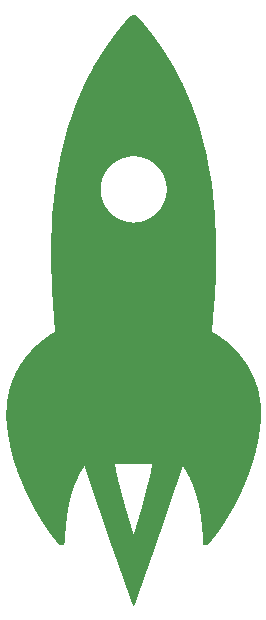
<source format=gbo>
G04 This is an RS-274x file exported by *
G04 gerbv version 2.6.0 *
G04 More information is available about gerbv at *
G04 http://gerbv.gpleda.org/ *
G04 --End of header info--*
%MOIN*%
%FSLAX34Y34*%
%IPPOS*%
G04 --Define apertures--*
%ADD10C,0.0030*%
%ADD11C,0.0000*%
%ADD12C,0.0001*%
G04 --Start main section--*
G54D11*
G01X0026493Y-036628D02*
G01X0026214Y-036163D01*
G01X0026214Y-036163D02*
G01X0025925Y-035599D01*
G01X0025925Y-035599D02*
G01X0025657Y-034946D01*
G01X0025657Y-034946D02*
G01X0025539Y-034589D01*
G01X0025539Y-034589D02*
G01X0025438Y-034215D01*
G01X0025438Y-034215D02*
G01X0025355Y-033824D01*
G01X0025355Y-033824D02*
G01X0025297Y-033418D01*
G01X0025297Y-033418D02*
G01X0025274Y-033063D01*
G01X0025274Y-033063D02*
G01X0025285Y-032731D01*
G01X0025285Y-032731D02*
G01X0025327Y-032422D01*
G01X0025327Y-032422D02*
G01X0025396Y-032136D01*
G01X0025396Y-032136D02*
G01X0025487Y-031871D01*
G01X0025487Y-031871D02*
G01X0025598Y-031628D01*
G01X0025598Y-031628D02*
G01X0025723Y-031406D01*
G01X0025723Y-031406D02*
G01X0025860Y-031205D01*
G01X0025860Y-031205D02*
G01X0026005Y-031023D01*
G01X0026005Y-031023D02*
G01X0026153Y-030862D01*
G01X0026153Y-030862D02*
G01X0026302Y-030719D01*
G01X0026302Y-030719D02*
G01X0026446Y-030596D01*
G01X0026446Y-030596D02*
G01X0026709Y-030403D01*
G01X0026709Y-030403D02*
G01X0026910Y-030280D01*
G01X0026910Y-030280D02*
G01X0026792Y-028859D01*
G01X0026792Y-028859D02*
G01X0026760Y-027562D01*
G01X0026760Y-027562D02*
G01X0026805Y-026383D01*
G01X0026805Y-026383D02*
G01X0026919Y-025315D01*
G01X0026919Y-025315D02*
G01X0028378Y-025524D01*
G01X0028378Y-025524D02*
G01X0028383Y-025635D01*
G01X0028383Y-025635D02*
G01X0028399Y-025744D01*
G01X0028399Y-025744D02*
G01X0028426Y-025851D01*
G01X0028426Y-025851D02*
G01X0028463Y-025953D01*
G01X0028463Y-025953D02*
G01X0028509Y-026052D01*
G01X0028509Y-026052D02*
G01X0028566Y-026146D01*
G01X0028566Y-026146D02*
G01X0028631Y-026235D01*
G01X0028631Y-026235D02*
G01X0028706Y-026317D01*
G01X0028706Y-026317D02*
G01X0028789Y-026392D01*
G01X0028789Y-026392D02*
G01X0028877Y-026458D01*
G01X0028877Y-026458D02*
G01X0028971Y-026514D01*
G01X0028971Y-026514D02*
G01X0029070Y-026561D01*
G01X0029070Y-026561D02*
G01X0029173Y-026598D01*
G01X0029173Y-026598D02*
G01X0029279Y-026624D01*
G01X0029279Y-026624D02*
G01X0029388Y-026641D01*
G01X0029388Y-026641D02*
G01X0029500Y-026646D01*
G01X0029500Y-026646D02*
G01X0029611Y-026641D01*
G01X0029611Y-026641D02*
G01X0029720Y-026624D01*
G01X0029720Y-026624D02*
G01X0029827Y-026598D01*
G01X0029827Y-026598D02*
G01X0029929Y-026561D01*
G01X0029929Y-026561D02*
G01X0030028Y-026514D01*
G01X0030028Y-026514D02*
G01X0030122Y-026458D01*
G01X0030122Y-026458D02*
G01X0030211Y-026392D01*
G01X0030211Y-026392D02*
G01X0030293Y-026317D01*
G01X0030293Y-026317D02*
G01X0030368Y-026235D01*
G01X0030368Y-026235D02*
G01X0030434Y-026146D01*
G01X0030434Y-026146D02*
G01X0030490Y-026052D01*
G01X0030490Y-026052D02*
G01X0030537Y-025953D01*
G01X0030537Y-025953D02*
G01X0030574Y-025851D01*
G01X0030574Y-025851D02*
G01X0030601Y-025744D01*
G01X0030601Y-025744D02*
G01X0030617Y-025635D01*
G01X0030617Y-025635D02*
G01X0030622Y-025524D01*
G01X0030622Y-025524D02*
G01X0032081Y-025315D01*
G01X0032081Y-025315D02*
G01X0032195Y-026383D01*
G01X0032195Y-026383D02*
G01X0032240Y-027562D01*
G01X0032240Y-027562D02*
G01X0032208Y-028858D01*
G01X0032208Y-028858D02*
G01X0032090Y-030280D01*
G01X0032090Y-030280D02*
G01X0032232Y-030364D01*
G01X0032232Y-030364D02*
G01X0032410Y-030484D01*
G01X0032410Y-030484D02*
G01X0032612Y-030641D01*
G01X0032612Y-030641D02*
G01X0032827Y-030839D01*
G01X0032827Y-030839D02*
G01X0033008Y-031035D01*
G01X0033008Y-031035D02*
G01X0033186Y-031265D01*
G01X0033186Y-031265D02*
G01X0033352Y-031531D01*
G01X0033352Y-031531D02*
G01X0033428Y-031677D01*
G01X0033428Y-031677D02*
G01X0033498Y-031833D01*
G01X0033498Y-031833D02*
G01X0033560Y-031997D01*
G01X0033560Y-031997D02*
G01X0033614Y-032172D01*
G01X0033614Y-032172D02*
G01X0033659Y-032355D01*
G01X0033659Y-032355D02*
G01X0033693Y-032548D01*
G01X0033693Y-032548D02*
G01X0033716Y-032751D01*
G01X0033716Y-032751D02*
G01X0033726Y-032963D01*
G01X0033726Y-032963D02*
G01X0033722Y-033186D01*
G01X0033722Y-033186D02*
G01X0033703Y-033418D01*
G01X0033703Y-033418D02*
G01X0033644Y-033824D01*
G01X0033644Y-033824D02*
G01X0033562Y-034215D01*
G01X0033562Y-034215D02*
G01X0033461Y-034589D01*
G01X0033461Y-034589D02*
G01X0033343Y-034946D01*
G01X0033343Y-034946D02*
G01X0033075Y-035599D01*
G01X0033075Y-035599D02*
G01X0032786Y-036163D01*
G01X0032786Y-036163D02*
G01X0032506Y-036628D01*
G01X0032506Y-036628D02*
G01X0032264Y-036981D01*
G01X0032264Y-036981D02*
G01X0032009Y-037307D01*
G01X0032009Y-037307D02*
G01X0032001Y-037316D01*
G01X0032001Y-037316D02*
G01X0031992Y-037324D01*
G01X0031992Y-037324D02*
G01X0031982Y-037331D01*
G01X0031982Y-037331D02*
G01X0031972Y-037338D01*
G01X0031972Y-037338D02*
G01X0031961Y-037344D01*
G01X0031961Y-037344D02*
G01X0031951Y-037348D01*
G01X0031951Y-037348D02*
G01X0031939Y-037352D01*
G01X0031939Y-037352D02*
G01X0031928Y-037355D01*
G01X0031928Y-037355D02*
G01X0031916Y-037357D01*
G01X0031916Y-037357D02*
G01X0031905Y-037358D01*
G01X0031905Y-037358D02*
G01X0031893Y-037359D01*
G01X0031893Y-037359D02*
G01X0031881Y-037358D01*
G01X0031881Y-037358D02*
G01X0031869Y-037356D01*
G01X0031869Y-037356D02*
G01X0031857Y-037354D01*
G01X0031857Y-037354D02*
G01X0031846Y-037350D01*
G01X0031846Y-037350D02*
G01X0031834Y-037346D01*
G01X0031834Y-037346D02*
G01X0031834Y-037346D01*
G01X0031834Y-037346D02*
G01X0031834Y-037345D01*
G01X0031834Y-037345D02*
G01X0031834Y-037344D01*
G01X0031834Y-037344D02*
G01X0031833Y-037343D01*
G01X0031833Y-037343D02*
G01X0031833Y-037341D01*
G01X0031833Y-037341D02*
G01X0031832Y-037327D01*
G01X0031832Y-037327D02*
G01X0031831Y-037274D01*
G01X0031831Y-037274D02*
G01X0031825Y-037081D01*
G01X0031825Y-037081D02*
G01X0031807Y-036790D01*
G01X0031807Y-036790D02*
G01X0031765Y-036425D01*
G01X0031765Y-036425D02*
G01X0031688Y-036009D01*
G01X0031688Y-036009D02*
G01X0031564Y-035565D01*
G01X0031564Y-035565D02*
G01X0031481Y-035341D01*
G01X0031481Y-035341D02*
G01X0031383Y-035118D01*
G01X0031383Y-035118D02*
G01X0031267Y-034901D01*
G01X0031267Y-034901D02*
G01X0031133Y-034691D01*
G01X0031133Y-034691D02*
G01X0030142Y-034676D01*
G01X0030142Y-034676D02*
G01X0030092Y-034973D01*
G01X0030092Y-034973D02*
G01X0030008Y-035338D01*
G01X0030008Y-035338D02*
G01X0029791Y-036140D01*
G01X0029791Y-036140D02*
G01X0029589Y-036816D01*
G01X0029589Y-036816D02*
G01X0029524Y-037024D01*
G01X0029524Y-037024D02*
G01X0029506Y-037081D01*
G01X0029506Y-037081D02*
G01X0029501Y-037096D01*
G01X0029501Y-037096D02*
G01X0029500Y-037100D01*
G01X0029500Y-037100D02*
G01X0029500Y-037100D01*
G01X0029500Y-037100D02*
G01X0029500Y-037101D01*
G01X0029500Y-037101D02*
G01X0029500Y-037101D01*
G01X0029500Y-037101D02*
G01X0029500Y-037101D01*
G01X0029500Y-037101D02*
G01X0029500Y-037100D01*
G01X0029500Y-037100D02*
G01X0029499Y-037100D01*
G01X0029499Y-037100D02*
G01X0029498Y-037096D01*
G01X0029498Y-037096D02*
G01X0029493Y-037081D01*
G01X0029493Y-037081D02*
G01X0029475Y-037024D01*
G01X0029475Y-037024D02*
G01X0029411Y-036816D01*
G01X0029411Y-036816D02*
G01X0029208Y-036140D01*
G01X0029208Y-036140D02*
G01X0028991Y-035338D01*
G01X0028991Y-035338D02*
G01X0028908Y-034973D01*
G01X0028908Y-034973D02*
G01X0028858Y-034676D01*
G01X0028858Y-034676D02*
G01X0027867Y-034691D01*
G01X0027867Y-034691D02*
G01X0028738Y-037251D01*
G01X0028738Y-037251D02*
G01X0029265Y-038741D01*
G01X0029265Y-038741D02*
G01X0029436Y-039220D01*
G01X0029436Y-039220D02*
G01X0029483Y-039353D01*
G01X0029483Y-039353D02*
G01X0029495Y-039388D01*
G01X0029495Y-039388D02*
G01X0029499Y-039397D01*
G01X0029499Y-039397D02*
G01X0029499Y-039399D01*
G01X0029499Y-039399D02*
G01X0029500Y-039400D01*
G01X0029500Y-039400D02*
G01X0029500Y-039400D01*
G01X0029500Y-039400D02*
G01X0029500Y-039400D01*
G01X0029500Y-039400D02*
G01X0029500Y-039399D01*
G01X0029500Y-039399D02*
G01X0029501Y-039397D01*
G01X0029501Y-039397D02*
G01X0029504Y-039388D01*
G01X0029504Y-039388D02*
G01X0029516Y-039353D01*
G01X0029516Y-039353D02*
G01X0029564Y-039221D01*
G01X0029564Y-039221D02*
G01X0029733Y-038746D01*
G01X0029733Y-038746D02*
G01X0030259Y-037262D01*
G01X0030259Y-037262D02*
G01X0031133Y-034691D01*
G01X0031133Y-034691D02*
G01X0030142Y-034676D01*
G01X0030142Y-034676D02*
G01X0028858Y-034676D01*
G01X0028858Y-034676D02*
G01X0027867Y-034691D01*
G01X0027867Y-034691D02*
G01X0027733Y-034901D01*
G01X0027733Y-034901D02*
G01X0027619Y-035117D01*
G01X0027619Y-035117D02*
G01X0027522Y-035339D01*
G01X0027522Y-035339D02*
G01X0027442Y-035562D01*
G01X0027442Y-035562D02*
G01X0027323Y-036003D01*
G01X0027323Y-036003D02*
G01X0027251Y-036417D01*
G01X0027251Y-036417D02*
G01X0027192Y-037073D01*
G01X0027192Y-037073D02*
G01X0027181Y-037269D01*
G01X0027181Y-037269D02*
G01X0027178Y-037300D01*
G01X0027178Y-037300D02*
G01X0027175Y-037324D01*
G01X0027175Y-037324D02*
G01X0027173Y-037332D01*
G01X0027173Y-037332D02*
G01X0027172Y-037336D01*
G01X0027172Y-037336D02*
G01X0027170Y-037339D01*
G01X0027170Y-037339D02*
G01X0027169Y-037341D01*
G01X0027169Y-037341D02*
G01X0027169Y-037343D01*
G01X0027169Y-037343D02*
G01X0027168Y-037343D01*
G01X0027168Y-037343D02*
G01X0027167Y-037344D01*
G01X0027167Y-037344D02*
G01X0027167Y-037345D01*
G01X0027167Y-037345D02*
G01X0027166Y-037345D01*
G01X0027166Y-037345D02*
G01X0027165Y-037346D01*
G01X0027165Y-037346D02*
G01X0027154Y-037350D01*
G01X0027154Y-037350D02*
G01X0027143Y-037354D01*
G01X0027143Y-037354D02*
G01X0027132Y-037356D01*
G01X0027132Y-037356D02*
G01X0027121Y-037358D01*
G01X0027121Y-037358D02*
G01X0027110Y-037359D01*
G01X0027110Y-037359D02*
G01X0027099Y-037359D01*
G01X0027099Y-037359D02*
G01X0027088Y-037358D01*
G01X0027088Y-037358D02*
G01X0027077Y-037356D01*
G01X0027077Y-037356D02*
G01X0027066Y-037354D01*
G01X0027066Y-037354D02*
G01X0027055Y-037351D01*
G01X0027055Y-037351D02*
G01X0027045Y-037347D01*
G01X0027045Y-037347D02*
G01X0027034Y-037342D01*
G01X0027034Y-037342D02*
G01X0027025Y-037336D01*
G01X0027025Y-037336D02*
G01X0027015Y-037330D01*
G01X0027015Y-037330D02*
G01X0027006Y-037323D01*
G01X0027006Y-037323D02*
G01X0026998Y-037315D01*
G01X0026998Y-037315D02*
G01X0026991Y-037307D01*
G01X0026991Y-037307D02*
G01X0026736Y-036981D01*
G01X0026736Y-036981D02*
G01X0026493Y-036628D01*
G01X0031834Y-037345D02*
G01X0031834Y-037345D01*
G01X0029500Y-030745D02*
G01X0029500Y-029945D01*
G01X0029100Y-030345D02*
G01X0029900Y-030345D01*
G01X0030622Y-025524D02*
G01X0030617Y-025412D01*
G01X0030617Y-025412D02*
G01X0030601Y-025303D01*
G01X0030601Y-025303D02*
G01X0030574Y-025197D01*
G01X0030574Y-025197D02*
G01X0030537Y-025094D01*
G01X0030537Y-025094D02*
G01X0030491Y-024995D01*
G01X0030491Y-024995D02*
G01X0030434Y-024901D01*
G01X0030434Y-024901D02*
G01X0030368Y-024813D01*
G01X0030368Y-024813D02*
G01X0030294Y-024730D01*
G01X0030294Y-024730D02*
G01X0030211Y-024655D01*
G01X0030211Y-024655D02*
G01X0030122Y-024589D01*
G01X0030122Y-024589D02*
G01X0030028Y-024533D01*
G01X0030028Y-024533D02*
G01X0029930Y-024486D01*
G01X0029930Y-024486D02*
G01X0029827Y-024449D01*
G01X0029827Y-024449D02*
G01X0029721Y-024423D01*
G01X0029721Y-024423D02*
G01X0029611Y-024407D01*
G01X0029611Y-024407D02*
G01X0029500Y-024401D01*
G01X0029500Y-024401D02*
G01X0029389Y-024407D01*
G01X0029389Y-024407D02*
G01X0029279Y-024423D01*
G01X0029279Y-024423D02*
G01X0029173Y-024449D01*
G01X0029173Y-024449D02*
G01X0029070Y-024486D01*
G01X0029070Y-024486D02*
G01X0028971Y-024533D01*
G01X0028971Y-024533D02*
G01X0028877Y-024589D01*
G01X0028877Y-024589D02*
G01X0028789Y-024655D01*
G01X0028789Y-024655D02*
G01X0028706Y-024730D01*
G01X0028706Y-024730D02*
G01X0028631Y-024813D01*
G01X0028631Y-024813D02*
G01X0028565Y-024901D01*
G01X0028565Y-024901D02*
G01X0028509Y-024995D01*
G01X0028509Y-024995D02*
G01X0028462Y-025094D01*
G01X0028462Y-025094D02*
G01X0028426Y-025197D01*
G01X0028426Y-025197D02*
G01X0028399Y-025303D01*
G01X0028399Y-025303D02*
G01X0028383Y-025412D01*
G01X0028383Y-025412D02*
G01X0028378Y-025524D01*
G01X0028378Y-025524D02*
G01X0026919Y-025315D01*
G01X0026919Y-025315D02*
G01X0027091Y-024355D01*
G01X0027091Y-024355D02*
G01X0027315Y-023491D01*
G01X0027315Y-023491D02*
G01X0027581Y-022715D01*
G01X0027581Y-022715D02*
G01X0027881Y-022022D01*
G01X0027881Y-022022D02*
G01X0028206Y-021404D01*
G01X0028206Y-021404D02*
G01X0028548Y-020854D01*
G01X0028548Y-020854D02*
G01X0028898Y-020365D01*
G01X0028898Y-020365D02*
G01X0029248Y-019931D01*
G01X0029248Y-019931D02*
G01X0029302Y-019872D01*
G01X0029302Y-019872D02*
G01X0029376Y-019801D01*
G01X0029376Y-019801D02*
G01X0029414Y-019768D01*
G01X0029414Y-019768D02*
G01X0029449Y-019740D01*
G01X0029449Y-019740D02*
G01X0029464Y-019730D01*
G01X0029464Y-019730D02*
G01X0029478Y-019722D01*
G01X0029478Y-019722D02*
G01X0029485Y-019719D01*
G01X0029485Y-019719D02*
G01X0029490Y-019717D01*
G01X0029490Y-019717D02*
G01X0029493Y-019716D01*
G01X0029493Y-019716D02*
G01X0029495Y-019715D01*
G01X0029495Y-019715D02*
G01X0029498Y-019715D01*
G01X0029498Y-019715D02*
G01X0029500Y-019715D01*
G01X0029500Y-019715D02*
G01X0029502Y-019715D01*
G01X0029502Y-019715D02*
G01X0029505Y-019715D01*
G01X0029505Y-019715D02*
G01X0029507Y-019716D01*
G01X0029507Y-019716D02*
G01X0029510Y-019717D01*
G01X0029510Y-019717D02*
G01X0029515Y-019719D01*
G01X0029515Y-019719D02*
G01X0029522Y-019722D01*
G01X0029522Y-019722D02*
G01X0029536Y-019730D01*
G01X0029536Y-019730D02*
G01X0029551Y-019740D01*
G01X0029551Y-019740D02*
G01X0029586Y-019768D01*
G01X0029586Y-019768D02*
G01X0029624Y-019801D01*
G01X0029624Y-019801D02*
G01X0029698Y-019873D01*
G01X0029698Y-019873D02*
G01X0029752Y-019932D01*
G01X0029752Y-019932D02*
G01X0030102Y-020366D01*
G01X0030102Y-020366D02*
G01X0030452Y-020854D01*
G01X0030452Y-020854D02*
G01X0030794Y-021404D01*
G01X0030794Y-021404D02*
G01X0031119Y-022022D01*
G01X0031119Y-022022D02*
G01X0031419Y-022716D01*
G01X0031419Y-022716D02*
G01X0031685Y-023491D01*
G01X0031685Y-023491D02*
G01X0031909Y-024355D01*
G01X0031909Y-024355D02*
G01X0032081Y-025315D01*
G01X0032081Y-025315D02*
G01X0030622Y-025524D01*
G54D12*
G01X0030622Y-025524D02*
G01X0032104Y-025524D01*
G01X0032103Y-025523D02*
G01X0030623Y-025523D01*
G01X0030623Y-025523D02*
G01X0030622Y-025523D01*
G01X0030622Y-025522D02*
G01X0030630Y-025522D01*
G01X0030630Y-025522D02*
G01X0032103Y-025522D01*
G01X0032103Y-025522D02*
G01X0030637Y-025522D01*
G01X0030637Y-025522D02*
G01X0030622Y-025522D01*
G01X0030622Y-025521D02*
G01X0030644Y-025521D01*
G01X0030644Y-025521D02*
G01X0032103Y-025521D01*
G01X0032103Y-025520D02*
G01X0030651Y-025520D01*
G01X0030651Y-025520D02*
G01X0030622Y-025520D01*
G01X0030622Y-025519D02*
G01X0030658Y-025519D01*
G01X0030658Y-025519D02*
G01X0032103Y-025519D01*
G01X0032103Y-025518D02*
G01X0030665Y-025518D01*
G01X0030665Y-025518D02*
G01X0030622Y-025518D01*
G01X0030622Y-025517D02*
G01X0030672Y-025517D01*
G01X0030672Y-025517D02*
G01X0032103Y-025517D01*
G01X0032103Y-025516D02*
G01X0030679Y-025516D01*
G01X0030679Y-025516D02*
G01X0030622Y-025516D01*
G01X0030622Y-025515D02*
G01X0030686Y-025515D01*
G01X0030686Y-025515D02*
G01X0032103Y-025515D01*
G01X0032102Y-025514D02*
G01X0030693Y-025514D01*
G01X0030693Y-025514D02*
G01X0030622Y-025514D01*
G01X0030622Y-025513D02*
G01X0030700Y-025513D01*
G01X0030700Y-025513D02*
G01X0032102Y-025513D01*
G01X0032102Y-025512D02*
G01X0030707Y-025512D01*
G01X0030707Y-025512D02*
G01X0030621Y-025512D01*
G01X0030621Y-025511D02*
G01X0030714Y-025511D01*
G01X0030714Y-025511D02*
G01X0032102Y-025511D01*
G01X0032102Y-025510D02*
G01X0030721Y-025510D01*
G01X0030721Y-025510D02*
G01X0030621Y-025510D01*
G01X0030621Y-025509D02*
G01X0030728Y-025509D01*
G01X0030728Y-025509D02*
G01X0032102Y-025509D01*
G01X0032102Y-025508D02*
G01X0030735Y-025508D01*
G01X0030735Y-025508D02*
G01X0030621Y-025508D01*
G01X0030621Y-025507D02*
G01X0030742Y-025507D01*
G01X0030742Y-025507D02*
G01X0032102Y-025507D01*
G01X0032102Y-025506D02*
G01X0030749Y-025506D01*
G01X0030749Y-025506D02*
G01X0030621Y-025506D01*
G01X0030621Y-025505D02*
G01X0030756Y-025505D01*
G01X0030756Y-025505D02*
G01X0032101Y-025505D01*
G01X0032101Y-025504D02*
G01X0030763Y-025504D01*
G01X0030763Y-025504D02*
G01X0030621Y-025504D01*
G01X0030621Y-025503D02*
G01X0030770Y-025503D01*
G01X0030770Y-025503D02*
G01X0032101Y-025503D01*
G01X0032101Y-025502D02*
G01X0030777Y-025502D01*
G01X0030777Y-025502D02*
G01X0030621Y-025502D01*
G01X0030621Y-025501D02*
G01X0030784Y-025501D01*
G01X0030784Y-025501D02*
G01X0032101Y-025501D01*
G01X0032101Y-025500D02*
G01X0030791Y-025500D01*
G01X0030791Y-025500D02*
G01X0030621Y-025500D01*
G01X0030621Y-025499D02*
G01X0030798Y-025499D01*
G01X0030798Y-025499D02*
G01X0032101Y-025499D01*
G01X0032101Y-025498D02*
G01X0030805Y-025498D01*
G01X0030805Y-025498D02*
G01X0030621Y-025498D01*
G01X0030621Y-025497D02*
G01X0030812Y-025497D01*
G01X0030812Y-025497D02*
G01X0032101Y-025497D01*
G01X0032100Y-025496D02*
G01X0030819Y-025496D01*
G01X0030819Y-025496D02*
G01X0030621Y-025496D01*
G01X0030621Y-025495D02*
G01X0030826Y-025495D01*
G01X0030826Y-025495D02*
G01X0032100Y-025495D01*
G01X0032100Y-025494D02*
G01X0030833Y-025494D01*
G01X0030833Y-025494D02*
G01X0030621Y-025494D01*
G01X0030621Y-025493D02*
G01X0030840Y-025493D01*
G01X0030840Y-025493D02*
G01X0032100Y-025493D01*
G01X0032100Y-025492D02*
G01X0030847Y-025492D01*
G01X0030847Y-025492D02*
G01X0030621Y-025492D01*
G01X0030620Y-025491D02*
G01X0030854Y-025491D01*
G01X0030854Y-025491D02*
G01X0032100Y-025491D01*
G01X0032100Y-025490D02*
G01X0030861Y-025490D01*
G01X0030861Y-025490D02*
G01X0030620Y-025490D01*
G01X0030620Y-025489D02*
G01X0030868Y-025489D01*
G01X0030868Y-025489D02*
G01X0032100Y-025489D01*
G01X0032100Y-025488D02*
G01X0030875Y-025488D01*
G01X0030875Y-025488D02*
G01X0030620Y-025488D01*
G01X0030620Y-025487D02*
G01X0030882Y-025487D01*
G01X0030882Y-025487D02*
G01X0032100Y-025487D01*
G01X0032099Y-025486D02*
G01X0030889Y-025486D01*
G01X0030889Y-025486D02*
G01X0030620Y-025486D01*
G01X0030620Y-025485D02*
G01X0030896Y-025485D01*
G01X0030896Y-025485D02*
G01X0032099Y-025485D01*
G01X0032099Y-025484D02*
G01X0030903Y-025484D01*
G01X0030903Y-025484D02*
G01X0030620Y-025484D01*
G01X0030620Y-025483D02*
G01X0030910Y-025483D01*
G01X0030910Y-025483D02*
G01X0032099Y-025483D01*
G01X0032099Y-025482D02*
G01X0030917Y-025482D01*
G01X0030917Y-025482D02*
G01X0030620Y-025482D01*
G01X0030620Y-025481D02*
G01X0030924Y-025481D01*
G01X0030924Y-025481D02*
G01X0032099Y-025481D01*
G01X0032099Y-025480D02*
G01X0030931Y-025480D01*
G01X0030931Y-025480D02*
G01X0030620Y-025480D01*
G01X0030620Y-025479D02*
G01X0030938Y-025479D01*
G01X0030938Y-025479D02*
G01X0032099Y-025479D01*
G01X0032099Y-025478D02*
G01X0030945Y-025478D01*
G01X0030945Y-025478D02*
G01X0030620Y-025478D01*
G01X0030620Y-025477D02*
G01X0030952Y-025477D01*
G01X0030952Y-025477D02*
G01X0032098Y-025477D01*
G01X0032098Y-025476D02*
G01X0030959Y-025476D01*
G01X0030959Y-025476D02*
G01X0030620Y-025476D01*
G01X0030620Y-025475D02*
G01X0030966Y-025475D01*
G01X0030966Y-025475D02*
G01X0032098Y-025475D01*
G01X0032098Y-025474D02*
G01X0030973Y-025474D01*
G01X0030973Y-025474D02*
G01X0030620Y-025474D01*
G01X0030620Y-025473D02*
G01X0030980Y-025473D01*
G01X0030980Y-025473D02*
G01X0032098Y-025473D01*
G01X0032098Y-025472D02*
G01X0030987Y-025472D01*
G01X0030987Y-025472D02*
G01X0030620Y-025472D01*
G01X0030619Y-025471D02*
G01X0030994Y-025471D01*
G01X0030994Y-025471D02*
G01X0032098Y-025471D01*
G01X0032098Y-025470D02*
G01X0031001Y-025470D01*
G01X0031001Y-025470D02*
G01X0030619Y-025470D01*
G01X0030619Y-025469D02*
G01X0031008Y-025469D01*
G01X0031008Y-025469D02*
G01X0032098Y-025469D01*
G01X0032098Y-025468D02*
G01X0031015Y-025468D01*
G01X0031015Y-025468D02*
G01X0030619Y-025468D01*
G01X0030619Y-025467D02*
G01X0031022Y-025467D01*
G01X0031022Y-025467D02*
G01X0032097Y-025467D01*
G01X0032097Y-025466D02*
G01X0031029Y-025466D01*
G01X0031029Y-025466D02*
G01X0030619Y-025466D01*
G01X0030619Y-025465D02*
G01X0031036Y-025465D01*
G01X0031036Y-025465D02*
G01X0032097Y-025465D01*
G01X0032097Y-025464D02*
G01X0031043Y-025464D01*
G01X0031043Y-025464D02*
G01X0030619Y-025464D01*
G01X0030619Y-025463D02*
G01X0031050Y-025463D01*
G01X0031050Y-025463D02*
G01X0032097Y-025463D01*
G01X0032097Y-025462D02*
G01X0031057Y-025462D01*
G01X0031057Y-025462D02*
G01X0030619Y-025462D01*
G01X0030619Y-025461D02*
G01X0031064Y-025461D01*
G01X0031064Y-025461D02*
G01X0032097Y-025461D01*
G01X0032097Y-025460D02*
G01X0031071Y-025460D01*
G01X0031071Y-025460D02*
G01X0030619Y-025460D01*
G01X0030619Y-025459D02*
G01X0031078Y-025459D01*
G01X0031078Y-025459D02*
G01X0032097Y-025459D01*
G01X0032096Y-025458D02*
G01X0031085Y-025458D01*
G01X0031085Y-025458D02*
G01X0030619Y-025458D01*
G01X0030619Y-025457D02*
G01X0031092Y-025457D01*
G01X0031092Y-025457D02*
G01X0032096Y-025457D01*
G01X0032096Y-025456D02*
G01X0031099Y-025456D01*
G01X0031099Y-025456D02*
G01X0030619Y-025456D01*
G01X0030619Y-025455D02*
G01X0031106Y-025455D01*
G01X0031106Y-025455D02*
G01X0032096Y-025455D01*
G01X0032096Y-025454D02*
G01X0031113Y-025454D01*
G01X0031113Y-025454D02*
G01X0030619Y-025454D01*
G01X0030619Y-025453D02*
G01X0031120Y-025453D01*
G01X0031120Y-025453D02*
G01X0032096Y-025453D01*
G01X0032096Y-025452D02*
G01X0031127Y-025452D01*
G01X0031127Y-025452D02*
G01X0030619Y-025452D01*
G01X0030619Y-025451D02*
G01X0031134Y-025451D01*
G01X0031134Y-025451D02*
G01X0032096Y-025451D01*
G01X0032096Y-025450D02*
G01X0031141Y-025450D01*
G01X0031141Y-025450D02*
G01X0030618Y-025450D01*
G01X0030618Y-025449D02*
G01X0031148Y-025449D01*
G01X0031148Y-025449D02*
G01X0032095Y-025449D01*
G01X0032095Y-025448D02*
G01X0031155Y-025448D01*
G01X0031155Y-025448D02*
G01X0030618Y-025448D01*
G01X0030618Y-025447D02*
G01X0031162Y-025447D01*
G01X0031162Y-025447D02*
G01X0032095Y-025447D01*
G01X0032095Y-025446D02*
G01X0031168Y-025446D01*
G01X0031168Y-025446D02*
G01X0030618Y-025446D01*
G01X0030618Y-025445D02*
G01X0031175Y-025445D01*
G01X0031175Y-025445D02*
G01X0032095Y-025445D01*
G01X0032095Y-025444D02*
G01X0031182Y-025444D01*
G01X0031182Y-025444D02*
G01X0030618Y-025444D01*
G01X0030618Y-025443D02*
G01X0031189Y-025443D01*
G01X0031189Y-025443D02*
G01X0032095Y-025443D01*
G01X0032095Y-025442D02*
G01X0031196Y-025442D01*
G01X0031196Y-025442D02*
G01X0030618Y-025442D01*
G01X0030618Y-025441D02*
G01X0031203Y-025441D01*
G01X0031203Y-025441D02*
G01X0032095Y-025441D01*
G01X0032095Y-025440D02*
G01X0031210Y-025440D01*
G01X0031210Y-025440D02*
G01X0030618Y-025440D01*
G01X0030618Y-025439D02*
G01X0031217Y-025439D01*
G01X0031217Y-025439D02*
G01X0032094Y-025439D01*
G01X0032094Y-025438D02*
G01X0031224Y-025438D01*
G01X0031224Y-025438D02*
G01X0030618Y-025438D01*
G01X0030618Y-025437D02*
G01X0031231Y-025437D01*
G01X0031231Y-025437D02*
G01X0032094Y-025437D01*
G01X0032094Y-025436D02*
G01X0031238Y-025436D01*
G01X0031238Y-025436D02*
G01X0030618Y-025436D01*
G01X0030618Y-025435D02*
G01X0031245Y-025435D01*
G01X0031245Y-025435D02*
G01X0032094Y-025435D01*
G01X0032094Y-025434D02*
G01X0031252Y-025434D01*
G01X0031252Y-025434D02*
G01X0030618Y-025434D01*
G01X0030618Y-025433D02*
G01X0031259Y-025433D01*
G01X0031259Y-025433D02*
G01X0032094Y-025433D01*
G01X0032094Y-025432D02*
G01X0031266Y-025432D01*
G01X0031266Y-025432D02*
G01X0030618Y-025432D01*
G01X0030618Y-025431D02*
G01X0031273Y-025431D01*
G01X0031273Y-025431D02*
G01X0032094Y-025431D01*
G01X0032093Y-025430D02*
G01X0031280Y-025430D01*
G01X0031280Y-025430D02*
G01X0030617Y-025430D01*
G01X0030617Y-025429D02*
G01X0031287Y-025429D01*
G01X0031287Y-025429D02*
G01X0032093Y-025429D01*
G01X0032093Y-025428D02*
G01X0031294Y-025428D01*
G01X0031294Y-025428D02*
G01X0030617Y-025428D01*
G01X0030617Y-025427D02*
G01X0031301Y-025427D01*
G01X0031301Y-025427D02*
G01X0032093Y-025427D01*
G01X0032093Y-025426D02*
G01X0031308Y-025426D01*
G01X0031308Y-025426D02*
G01X0030617Y-025426D01*
G01X0030617Y-025425D02*
G01X0031315Y-025425D01*
G01X0031315Y-025425D02*
G01X0032093Y-025425D01*
G01X0032093Y-025424D02*
G01X0031322Y-025424D01*
G01X0031322Y-025424D02*
G01X0030617Y-025424D01*
G01X0030617Y-025423D02*
G01X0031329Y-025423D01*
G01X0031329Y-025423D02*
G01X0032093Y-025423D01*
G01X0032093Y-025422D02*
G01X0031336Y-025422D01*
G01X0031336Y-025422D02*
G01X0030617Y-025422D01*
G01X0030617Y-025421D02*
G01X0031343Y-025421D01*
G01X0031343Y-025421D02*
G01X0032093Y-025421D01*
G01X0032092Y-025420D02*
G01X0031350Y-025420D01*
G01X0031350Y-025420D02*
G01X0030617Y-025420D01*
G01X0030617Y-025419D02*
G01X0031357Y-025419D01*
G01X0031357Y-025419D02*
G01X0032092Y-025419D01*
G01X0032092Y-025418D02*
G01X0031364Y-025418D01*
G01X0031364Y-025418D02*
G01X0030617Y-025418D01*
G01X0030617Y-025417D02*
G01X0031371Y-025417D01*
G01X0031371Y-025417D02*
G01X0032092Y-025417D01*
G01X0032092Y-025416D02*
G01X0031378Y-025416D01*
G01X0031378Y-025416D02*
G01X0030617Y-025416D01*
G01X0030617Y-025415D02*
G01X0031385Y-025415D01*
G01X0031385Y-025415D02*
G01X0032092Y-025415D01*
G01X0032092Y-025414D02*
G01X0031392Y-025414D01*
G01X0031392Y-025414D02*
G01X0030617Y-025414D01*
G01X0030617Y-025413D02*
G01X0031399Y-025413D01*
G01X0031399Y-025413D02*
G01X0032092Y-025413D01*
G01X0032092Y-025412D02*
G01X0031406Y-025412D01*
G01X0031406Y-025412D02*
G01X0030617Y-025412D01*
G01X0030616Y-025411D02*
G01X0031413Y-025411D01*
G01X0031413Y-025411D02*
G01X0032091Y-025411D01*
G01X0032091Y-025410D02*
G01X0031420Y-025410D01*
G01X0031420Y-025410D02*
G01X0030616Y-025410D01*
G01X0030616Y-025409D02*
G01X0031427Y-025409D01*
G01X0031427Y-025409D02*
G01X0032091Y-025409D01*
G01X0032091Y-025408D02*
G01X0031434Y-025408D01*
G01X0031434Y-025408D02*
G01X0030616Y-025408D01*
G01X0030616Y-025407D02*
G01X0031441Y-025407D01*
G01X0031441Y-025407D02*
G01X0032091Y-025407D01*
G01X0032091Y-025406D02*
G01X0031448Y-025406D01*
G01X0031448Y-025406D02*
G01X0030616Y-025406D01*
G01X0030616Y-025405D02*
G01X0031455Y-025405D01*
G01X0031455Y-025405D02*
G01X0032091Y-025405D01*
G01X0032091Y-025404D02*
G01X0031462Y-025404D01*
G01X0031462Y-025404D02*
G01X0030615Y-025404D01*
G01X0030615Y-025403D02*
G01X0031469Y-025403D01*
G01X0031469Y-025403D02*
G01X0032091Y-025403D01*
G01X0032090Y-025402D02*
G01X0031476Y-025402D01*
G01X0031476Y-025402D02*
G01X0030615Y-025402D01*
G01X0030615Y-025401D02*
G01X0031483Y-025401D01*
G01X0031483Y-025401D02*
G01X0032090Y-025401D01*
G01X0032090Y-025400D02*
G01X0031490Y-025400D01*
G01X0031490Y-025400D02*
G01X0030615Y-025400D01*
G01X0030615Y-025399D02*
G01X0031497Y-025399D01*
G01X0031497Y-025399D02*
G01X0032090Y-025399D01*
G01X0032090Y-025398D02*
G01X0031504Y-025398D01*
G01X0031504Y-025398D02*
G01X0030614Y-025398D01*
G01X0030614Y-025397D02*
G01X0031511Y-025397D01*
G01X0031511Y-025397D02*
G01X0032090Y-025397D01*
G01X0032090Y-025396D02*
G01X0031518Y-025396D01*
G01X0031518Y-025396D02*
G01X0030614Y-025396D01*
G01X0030614Y-025395D02*
G01X0031525Y-025395D01*
G01X0031525Y-025395D02*
G01X0032090Y-025395D01*
G01X0032090Y-025394D02*
G01X0031532Y-025394D01*
G01X0031532Y-025394D02*
G01X0030614Y-025394D01*
G01X0030614Y-025393D02*
G01X0031539Y-025393D01*
G01X0031539Y-025393D02*
G01X0032090Y-025393D01*
G01X0032089Y-025392D02*
G01X0031546Y-025392D01*
G01X0031546Y-025392D02*
G01X0030614Y-025392D01*
G01X0030613Y-025391D02*
G01X0031553Y-025391D01*
G01X0031553Y-025391D02*
G01X0032089Y-025391D01*
G01X0032089Y-025390D02*
G01X0031560Y-025390D01*
G01X0031560Y-025390D02*
G01X0030613Y-025390D01*
G01X0030613Y-025389D02*
G01X0031567Y-025389D01*
G01X0031567Y-025389D02*
G01X0032089Y-025389D01*
G01X0032089Y-025388D02*
G01X0031574Y-025388D01*
G01X0031574Y-025388D02*
G01X0030613Y-025388D01*
G01X0030613Y-025387D02*
G01X0031581Y-025387D01*
G01X0031581Y-025387D02*
G01X0032089Y-025387D01*
G01X0032089Y-025386D02*
G01X0031588Y-025386D01*
G01X0031588Y-025386D02*
G01X0030613Y-025386D01*
G01X0030613Y-025385D02*
G01X0031595Y-025385D01*
G01X0031595Y-025385D02*
G01X0032089Y-025385D01*
G01X0032089Y-025384D02*
G01X0031602Y-025384D01*
G01X0031602Y-025384D02*
G01X0030612Y-025384D01*
G01X0030612Y-025383D02*
G01X0031609Y-025383D01*
G01X0031609Y-025383D02*
G01X0032088Y-025383D01*
G01X0032088Y-025382D02*
G01X0031616Y-025382D01*
G01X0031616Y-025382D02*
G01X0030612Y-025382D01*
G01X0030612Y-025381D02*
G01X0031623Y-025381D01*
G01X0031623Y-025381D02*
G01X0032088Y-025381D01*
G01X0032088Y-025380D02*
G01X0031630Y-025380D01*
G01X0031630Y-025380D02*
G01X0030612Y-025380D01*
G01X0030612Y-025379D02*
G01X0031637Y-025379D01*
G01X0031637Y-025379D02*
G01X0032088Y-025379D01*
G01X0032088Y-025378D02*
G01X0031644Y-025378D01*
G01X0031644Y-025378D02*
G01X0030612Y-025378D01*
G01X0030611Y-025377D02*
G01X0031651Y-025377D01*
G01X0031651Y-025377D02*
G01X0032088Y-025377D01*
G01X0032088Y-025376D02*
G01X0031658Y-025376D01*
G01X0031658Y-025376D02*
G01X0030611Y-025376D01*
G01X0030611Y-025375D02*
G01X0031665Y-025375D01*
G01X0031665Y-025375D02*
G01X0032088Y-025375D01*
G01X0032088Y-025374D02*
G01X0031672Y-025374D01*
G01X0031672Y-025374D02*
G01X0030611Y-025374D01*
G01X0030611Y-025373D02*
G01X0031679Y-025373D01*
G01X0031679Y-025373D02*
G01X0032087Y-025373D01*
G01X0032087Y-025372D02*
G01X0031686Y-025372D01*
G01X0031686Y-025372D02*
G01X0030611Y-025372D01*
G01X0030611Y-025371D02*
G01X0031693Y-025371D01*
G01X0031693Y-025371D02*
G01X0032087Y-025371D01*
G01X0032087Y-025370D02*
G01X0031700Y-025370D01*
G01X0031700Y-025370D02*
G01X0030610Y-025370D01*
G01X0030610Y-025369D02*
G01X0031707Y-025369D01*
G01X0031707Y-025369D02*
G01X0032087Y-025369D01*
G01X0032087Y-025368D02*
G01X0031714Y-025368D01*
G01X0031714Y-025368D02*
G01X0030610Y-025368D01*
G01X0030610Y-025367D02*
G01X0031721Y-025367D01*
G01X0031721Y-025367D02*
G01X0032087Y-025367D01*
G01X0032087Y-025366D02*
G01X0031728Y-025366D01*
G01X0031728Y-025366D02*
G01X0030610Y-025366D01*
G01X0030610Y-025365D02*
G01X0031735Y-025365D01*
G01X0031735Y-025365D02*
G01X0032087Y-025365D01*
G01X0032086Y-025364D02*
G01X0031742Y-025364D01*
G01X0031742Y-025364D02*
G01X0030609Y-025364D01*
G01X0030609Y-025363D02*
G01X0031749Y-025363D01*
G01X0031749Y-025363D02*
G01X0032086Y-025363D01*
G01X0032086Y-025362D02*
G01X0031756Y-025362D01*
G01X0031756Y-025362D02*
G01X0030609Y-025362D01*
G01X0030609Y-025361D02*
G01X0031763Y-025361D01*
G01X0031763Y-025361D02*
G01X0032086Y-025361D01*
G01X0032086Y-025360D02*
G01X0031770Y-025360D01*
G01X0031770Y-025360D02*
G01X0030609Y-025360D01*
G01X0030609Y-025359D02*
G01X0031777Y-025359D01*
G01X0031777Y-025359D02*
G01X0032086Y-025359D01*
G01X0032086Y-025358D02*
G01X0031783Y-025358D01*
G01X0031783Y-025358D02*
G01X0030609Y-025358D01*
G01X0030608Y-025357D02*
G01X0031790Y-025357D01*
G01X0031790Y-025357D02*
G01X0032086Y-025357D01*
G01X0032086Y-025356D02*
G01X0031797Y-025356D01*
G01X0031797Y-025356D02*
G01X0030608Y-025356D01*
G01X0030608Y-025355D02*
G01X0031804Y-025355D01*
G01X0031804Y-025355D02*
G01X0032086Y-025355D01*
G01X0032085Y-025354D02*
G01X0031811Y-025354D01*
G01X0031811Y-025354D02*
G01X0030608Y-025354D01*
G01X0030608Y-025353D02*
G01X0031818Y-025353D01*
G01X0031818Y-025353D02*
G01X0032085Y-025353D01*
G01X0032085Y-025352D02*
G01X0031825Y-025352D01*
G01X0031825Y-025352D02*
G01X0030608Y-025352D01*
G01X0030608Y-025351D02*
G01X0031832Y-025351D01*
G01X0031832Y-025351D02*
G01X0032085Y-025351D01*
G01X0032085Y-025350D02*
G01X0031839Y-025350D01*
G01X0031839Y-025350D02*
G01X0030607Y-025350D01*
G01X0030607Y-025349D02*
G01X0031846Y-025349D01*
G01X0031846Y-025349D02*
G01X0032085Y-025349D01*
G01X0032085Y-025348D02*
G01X0031853Y-025348D01*
G01X0031853Y-025348D02*
G01X0030607Y-025348D01*
G01X0030607Y-025347D02*
G01X0031860Y-025347D01*
G01X0031860Y-025347D02*
G01X0032085Y-025347D01*
G01X0032085Y-025346D02*
G01X0031867Y-025346D01*
G01X0031867Y-025346D02*
G01X0030607Y-025346D01*
G01X0030607Y-025345D02*
G01X0031874Y-025345D01*
G01X0031874Y-025345D02*
G01X0032084Y-025345D01*
G01X0032084Y-025344D02*
G01X0031881Y-025344D01*
G01X0031881Y-025344D02*
G01X0030607Y-025344D01*
G01X0030606Y-025343D02*
G01X0031888Y-025343D01*
G01X0031888Y-025343D02*
G01X0032084Y-025343D01*
G01X0032084Y-025342D02*
G01X0031895Y-025342D01*
G01X0031895Y-025342D02*
G01X0030606Y-025342D01*
G01X0030606Y-025341D02*
G01X0031902Y-025341D01*
G01X0031902Y-025341D02*
G01X0032084Y-025341D01*
G01X0032084Y-025340D02*
G01X0031909Y-025340D01*
G01X0031909Y-025340D02*
G01X0030606Y-025340D01*
G01X0030606Y-025339D02*
G01X0031916Y-025339D01*
G01X0031916Y-025339D02*
G01X0032084Y-025339D01*
G01X0032084Y-025338D02*
G01X0031923Y-025338D01*
G01X0031923Y-025338D02*
G01X0030606Y-025338D01*
G01X0030605Y-025337D02*
G01X0031930Y-025337D01*
G01X0031930Y-025337D02*
G01X0032084Y-025337D01*
G01X0032083Y-025336D02*
G01X0031937Y-025336D01*
G01X0031937Y-025336D02*
G01X0030605Y-025336D01*
G01X0030605Y-025335D02*
G01X0031944Y-025335D01*
G01X0031944Y-025335D02*
G01X0032083Y-025335D01*
G01X0032083Y-025334D02*
G01X0031951Y-025334D01*
G01X0031951Y-025334D02*
G01X0030605Y-025334D01*
G01X0030605Y-025333D02*
G01X0031958Y-025333D01*
G01X0031958Y-025333D02*
G01X0032083Y-025333D01*
G01X0032083Y-025332D02*
G01X0031965Y-025332D01*
G01X0031965Y-025332D02*
G01X0030605Y-025332D01*
G01X0030605Y-025331D02*
G01X0031972Y-025331D01*
G01X0031972Y-025331D02*
G01X0032083Y-025331D01*
G01X0032083Y-025330D02*
G01X0031979Y-025330D01*
G01X0031979Y-025330D02*
G01X0030604Y-025330D01*
G01X0030604Y-025329D02*
G01X0031986Y-025329D01*
G01X0031986Y-025329D02*
G01X0032083Y-025329D01*
G01X0032083Y-025328D02*
G01X0031993Y-025328D01*
G01X0031993Y-025328D02*
G01X0030604Y-025328D01*
G01X0030604Y-025327D02*
G01X0032000Y-025327D01*
G01X0032000Y-025327D02*
G01X0032083Y-025327D01*
G01X0032082Y-025326D02*
G01X0032007Y-025326D01*
G01X0032007Y-025326D02*
G01X0030604Y-025326D01*
G01X0030604Y-025325D02*
G01X0032014Y-025325D01*
G01X0032014Y-025325D02*
G01X0032082Y-025325D01*
G01X0032082Y-025324D02*
G01X0032021Y-025324D01*
G01X0032021Y-025324D02*
G01X0030604Y-025324D01*
G01X0030603Y-025323D02*
G01X0032028Y-025323D01*
G01X0032028Y-025323D02*
G01X0032082Y-025323D01*
G01X0032082Y-025322D02*
G01X0032035Y-025322D01*
G01X0032035Y-025322D02*
G01X0030603Y-025322D01*
G01X0030603Y-025321D02*
G01X0032042Y-025321D01*
G01X0032042Y-025321D02*
G01X0032082Y-025321D01*
G01X0032082Y-025320D02*
G01X0032049Y-025320D01*
G01X0032049Y-025320D02*
G01X0030603Y-025320D01*
G01X0030603Y-025319D02*
G01X0032056Y-025319D01*
G01X0032056Y-025319D02*
G01X0032082Y-025319D01*
G01X0032082Y-025318D02*
G01X0032063Y-025318D01*
G01X0032063Y-025318D02*
G01X0030603Y-025318D01*
G01X0030603Y-025317D02*
G01X0032070Y-025317D01*
G01X0032070Y-025317D02*
G01X0032081Y-025317D01*
G01X0032081Y-025316D02*
G01X0032077Y-025316D01*
G01X0032077Y-025316D02*
G01X0030602Y-025316D01*
G01X0030602Y-025315D02*
G01X0032081Y-025315D01*
G01X0032081Y-025314D02*
G01X0030602Y-025314D01*
G01X0030602Y-025313D02*
G01X0032081Y-025313D01*
G01X0032081Y-025312D02*
G01X0030602Y-025312D01*
G01X0030602Y-025311D02*
G01X0032081Y-025311D01*
G01X0032080Y-025310D02*
G01X0030602Y-025310D01*
G01X0030601Y-025309D02*
G01X0032080Y-025309D01*
G01X0032080Y-025308D02*
G01X0030601Y-025308D01*
G01X0030601Y-025307D02*
G01X0032080Y-025307D01*
G01X0032080Y-025306D02*
G01X0030601Y-025306D01*
G01X0030601Y-025305D02*
G01X0032079Y-025305D01*
G01X0032079Y-025304D02*
G01X0030601Y-025304D01*
G01X0030600Y-025303D02*
G01X0032079Y-025303D01*
G01X0032079Y-025302D02*
G01X0030600Y-025302D01*
G01X0030600Y-025301D02*
G01X0032079Y-025301D01*
G01X0032079Y-025300D02*
G01X0030600Y-025300D01*
G01X0030599Y-025299D02*
G01X0032078Y-025299D01*
G01X0032078Y-025298D02*
G01X0030599Y-025298D01*
G01X0030599Y-025297D02*
G01X0032078Y-025297D01*
G01X0032078Y-025296D02*
G01X0030599Y-025296D01*
G01X0030598Y-025295D02*
G01X0032078Y-025295D01*
G01X0032077Y-025294D02*
G01X0030598Y-025294D01*
G01X0030598Y-025293D02*
G01X0032077Y-025293D01*
G01X0032077Y-025292D02*
G01X0030598Y-025292D01*
G01X0030597Y-025291D02*
G01X0032077Y-025291D01*
G01X0032077Y-025290D02*
G01X0030597Y-025290D01*
G01X0030597Y-025289D02*
G01X0032077Y-025289D01*
G01X0032076Y-025288D02*
G01X0030597Y-025288D01*
G01X0030596Y-025287D02*
G01X0032076Y-025287D01*
G01X0032076Y-025286D02*
G01X0030596Y-025286D01*
G01X0030596Y-025285D02*
G01X0032076Y-025285D01*
G01X0032076Y-025284D02*
G01X0030596Y-025284D01*
G01X0030595Y-025283D02*
G01X0032075Y-025283D01*
G01X0032075Y-025282D02*
G01X0030595Y-025282D01*
G01X0030595Y-025281D02*
G01X0032075Y-025281D01*
G01X0032075Y-025280D02*
G01X0030595Y-025280D01*
G01X0030594Y-025279D02*
G01X0032075Y-025279D01*
G01X0032075Y-025278D02*
G01X0030594Y-025278D01*
G01X0030594Y-025277D02*
G01X0032074Y-025277D01*
G01X0032074Y-025276D02*
G01X0030594Y-025276D01*
G01X0030593Y-025275D02*
G01X0032074Y-025275D01*
G01X0032074Y-025274D02*
G01X0030593Y-025274D01*
G01X0030593Y-025273D02*
G01X0032074Y-025273D01*
G01X0032073Y-025272D02*
G01X0030593Y-025272D01*
G01X0030592Y-025271D02*
G01X0032073Y-025271D01*
G01X0032073Y-025270D02*
G01X0030592Y-025270D01*
G01X0030592Y-025269D02*
G01X0032073Y-025269D01*
G01X0032073Y-025268D02*
G01X0030592Y-025268D01*
G01X0030591Y-025267D02*
G01X0032073Y-025267D01*
G01X0032072Y-025266D02*
G01X0030591Y-025266D01*
G01X0030591Y-025265D02*
G01X0032072Y-025265D01*
G01X0032072Y-025264D02*
G01X0030591Y-025264D01*
G01X0030590Y-025263D02*
G01X0032072Y-025263D01*
G01X0032072Y-025262D02*
G01X0030590Y-025262D01*
G01X0030590Y-025261D02*
G01X0032072Y-025261D01*
G01X0032071Y-025260D02*
G01X0030590Y-025260D01*
G01X0030589Y-025259D02*
G01X0032071Y-025259D01*
G01X0032071Y-025258D02*
G01X0030589Y-025258D01*
G01X0030589Y-025257D02*
G01X0032071Y-025257D01*
G01X0032071Y-025256D02*
G01X0030589Y-025256D01*
G01X0030588Y-025255D02*
G01X0032070Y-025255D01*
G01X0032070Y-025254D02*
G01X0030588Y-025254D01*
G01X0030588Y-025253D02*
G01X0032070Y-025253D01*
G01X0032070Y-025252D02*
G01X0030588Y-025252D01*
G01X0030587Y-025251D02*
G01X0032070Y-025251D01*
G01X0032070Y-025250D02*
G01X0030587Y-025250D01*
G01X0030587Y-025249D02*
G01X0032069Y-025249D01*
G01X0032069Y-025248D02*
G01X0030587Y-025248D01*
G01X0030586Y-025247D02*
G01X0032069Y-025247D01*
G01X0032069Y-025246D02*
G01X0030586Y-025246D01*
G01X0030586Y-025245D02*
G01X0032069Y-025245D01*
G01X0032068Y-025244D02*
G01X0030586Y-025244D01*
G01X0030585Y-025243D02*
G01X0032068Y-025243D01*
G01X0032068Y-025242D02*
G01X0030585Y-025242D01*
G01X0030585Y-025241D02*
G01X0032068Y-025241D01*
G01X0032068Y-025240D02*
G01X0030585Y-025240D01*
G01X0030584Y-025239D02*
G01X0032068Y-025239D01*
G01X0032067Y-025238D02*
G01X0030584Y-025238D01*
G01X0030584Y-025237D02*
G01X0032067Y-025237D01*
G01X0032067Y-025236D02*
G01X0030584Y-025236D01*
G01X0030583Y-025235D02*
G01X0032067Y-025235D01*
G01X0032067Y-025234D02*
G01X0030583Y-025234D01*
G01X0030583Y-025233D02*
G01X0032066Y-025233D01*
G01X0032066Y-025232D02*
G01X0030583Y-025232D01*
G01X0030582Y-025231D02*
G01X0032066Y-025231D01*
G01X0032066Y-025230D02*
G01X0030582Y-025230D01*
G01X0030582Y-025229D02*
G01X0032066Y-025229D01*
G01X0032066Y-025228D02*
G01X0030582Y-025228D01*
G01X0030581Y-025227D02*
G01X0032065Y-025227D01*
G01X0032065Y-025226D02*
G01X0030581Y-025226D01*
G01X0030581Y-025225D02*
G01X0032065Y-025225D01*
G01X0032065Y-025224D02*
G01X0030581Y-025224D01*
G01X0030580Y-025223D02*
G01X0032065Y-025223D01*
G01X0032065Y-025222D02*
G01X0030580Y-025222D01*
G01X0030580Y-025221D02*
G01X0032064Y-025221D01*
G01X0032064Y-025220D02*
G01X0030580Y-025220D01*
G01X0030579Y-025219D02*
G01X0032064Y-025219D01*
G01X0032064Y-025218D02*
G01X0030579Y-025218D01*
G01X0030579Y-025217D02*
G01X0032064Y-025217D01*
G01X0032063Y-025216D02*
G01X0030579Y-025216D01*
G01X0030578Y-025215D02*
G01X0032063Y-025215D01*
G01X0032063Y-025214D02*
G01X0030578Y-025214D01*
G01X0030578Y-025213D02*
G01X0032063Y-025213D01*
G01X0032063Y-025212D02*
G01X0030578Y-025212D01*
G01X0030577Y-025211D02*
G01X0032063Y-025211D01*
G01X0032062Y-025210D02*
G01X0030577Y-025210D01*
G01X0030577Y-025209D02*
G01X0032062Y-025209D01*
G01X0032062Y-025208D02*
G01X0030577Y-025208D01*
G01X0030576Y-025207D02*
G01X0032062Y-025207D01*
G01X0032062Y-025206D02*
G01X0030576Y-025206D01*
G01X0030576Y-025205D02*
G01X0032061Y-025205D01*
G01X0032061Y-025204D02*
G01X0030576Y-025204D01*
G01X0030575Y-025203D02*
G01X0032061Y-025203D01*
G01X0032061Y-025202D02*
G01X0030575Y-025202D01*
G01X0030575Y-025201D02*
G01X0032061Y-025201D01*
G01X0032061Y-025200D02*
G01X0030575Y-025200D01*
G01X0030574Y-025199D02*
G01X0032060Y-025199D01*
G01X0032060Y-025198D02*
G01X0030574Y-025198D01*
G01X0030574Y-025197D02*
G01X0032060Y-025197D01*
G01X0032060Y-025196D02*
G01X0030574Y-025196D01*
G01X0030573Y-025195D02*
G01X0032060Y-025195D01*
G01X0032059Y-025194D02*
G01X0030573Y-025194D01*
G01X0030573Y-025193D02*
G01X0032059Y-025193D01*
G01X0032059Y-025192D02*
G01X0030572Y-025192D01*
G01X0030572Y-025191D02*
G01X0032059Y-025191D01*
G01X0032059Y-025190D02*
G01X0030571Y-025190D01*
G01X0030571Y-025189D02*
G01X0032059Y-025189D01*
G01X0032058Y-025188D02*
G01X0030571Y-025188D01*
G01X0030570Y-025187D02*
G01X0032058Y-025187D01*
G01X0032058Y-025186D02*
G01X0030570Y-025186D01*
G01X0030570Y-025185D02*
G01X0032058Y-025185D01*
G01X0032058Y-025184D02*
G01X0030569Y-025184D01*
G01X0030569Y-025183D02*
G01X0032057Y-025183D01*
G01X0032057Y-025182D02*
G01X0030569Y-025182D01*
G01X0030568Y-025181D02*
G01X0032057Y-025181D01*
G01X0032057Y-025180D02*
G01X0030568Y-025180D01*
G01X0030568Y-025179D02*
G01X0032057Y-025179D01*
G01X0032057Y-025178D02*
G01X0030567Y-025178D01*
G01X0030567Y-025177D02*
G01X0032056Y-025177D01*
G01X0032056Y-025176D02*
G01X0030566Y-025176D01*
G01X0030566Y-025175D02*
G01X0032056Y-025175D01*
G01X0032056Y-025174D02*
G01X0030566Y-025174D01*
G01X0030565Y-025173D02*
G01X0032056Y-025173D01*
G01X0032056Y-025172D02*
G01X0030565Y-025172D01*
G01X0030565Y-025171D02*
G01X0032055Y-025171D01*
G01X0032055Y-025170D02*
G01X0030564Y-025170D01*
G01X0030564Y-025169D02*
G01X0032055Y-025169D01*
G01X0032055Y-025168D02*
G01X0030564Y-025168D01*
G01X0030563Y-025167D02*
G01X0032055Y-025167D01*
G01X0032054Y-025166D02*
G01X0030563Y-025166D01*
G01X0030563Y-025165D02*
G01X0032054Y-025165D01*
G01X0032054Y-025164D02*
G01X0030562Y-025164D01*
G01X0030562Y-025163D02*
G01X0032054Y-025163D01*
G01X0032054Y-025162D02*
G01X0030561Y-025162D01*
G01X0030561Y-025161D02*
G01X0032054Y-025161D01*
G01X0032053Y-025160D02*
G01X0030561Y-025160D01*
G01X0030560Y-025159D02*
G01X0032053Y-025159D01*
G01X0032053Y-025158D02*
G01X0030560Y-025158D01*
G01X0030560Y-025157D02*
G01X0032053Y-025157D01*
G01X0032053Y-025156D02*
G01X0030559Y-025156D01*
G01X0030559Y-025155D02*
G01X0032052Y-025155D01*
G01X0032052Y-025154D02*
G01X0030559Y-025154D01*
G01X0030558Y-025153D02*
G01X0032052Y-025153D01*
G01X0032052Y-025152D02*
G01X0030558Y-025152D01*
G01X0030558Y-025151D02*
G01X0032052Y-025151D01*
G01X0032052Y-025150D02*
G01X0030557Y-025150D01*
G01X0030557Y-025149D02*
G01X0032051Y-025149D01*
G01X0032051Y-025148D02*
G01X0030556Y-025148D01*
G01X0030556Y-025147D02*
G01X0032051Y-025147D01*
G01X0032051Y-025146D02*
G01X0030556Y-025146D01*
G01X0030555Y-025145D02*
G01X0032051Y-025145D01*
G01X0032050Y-025144D02*
G01X0030555Y-025144D01*
G01X0030555Y-025143D02*
G01X0032050Y-025143D01*
G01X0032050Y-025142D02*
G01X0030554Y-025142D01*
G01X0030554Y-025141D02*
G01X0032050Y-025141D01*
G01X0032050Y-025140D02*
G01X0030554Y-025140D01*
G01X0030553Y-025139D02*
G01X0032050Y-025139D01*
G01X0032049Y-025138D02*
G01X0030553Y-025138D01*
G01X0030553Y-025137D02*
G01X0032049Y-025137D01*
G01X0032049Y-025136D02*
G01X0030552Y-025136D01*
G01X0030552Y-025135D02*
G01X0032049Y-025135D01*
G01X0032049Y-025134D02*
G01X0030552Y-025134D01*
G01X0030551Y-025133D02*
G01X0032049Y-025133D01*
G01X0032048Y-025132D02*
G01X0030551Y-025132D01*
G01X0030550Y-025131D02*
G01X0032048Y-025131D01*
G01X0032048Y-025130D02*
G01X0030550Y-025130D01*
G01X0030550Y-025129D02*
G01X0032048Y-025129D01*
G01X0032048Y-025128D02*
G01X0030549Y-025128D01*
G01X0030549Y-025127D02*
G01X0032047Y-025127D01*
G01X0032047Y-025126D02*
G01X0030549Y-025126D01*
G01X0030548Y-025125D02*
G01X0032047Y-025125D01*
G01X0032047Y-025124D02*
G01X0030548Y-025124D01*
G01X0030548Y-025123D02*
G01X0032047Y-025123D01*
G01X0032047Y-025122D02*
G01X0030547Y-025122D01*
G01X0030547Y-025121D02*
G01X0032046Y-025121D01*
G01X0032046Y-025120D02*
G01X0030547Y-025120D01*
G01X0030546Y-025119D02*
G01X0032046Y-025119D01*
G01X0032046Y-025118D02*
G01X0030546Y-025118D01*
G01X0030545Y-025117D02*
G01X0032046Y-025117D01*
G01X0032045Y-025116D02*
G01X0030545Y-025116D01*
G01X0030545Y-025115D02*
G01X0032045Y-025115D01*
G01X0032045Y-025114D02*
G01X0030544Y-025114D01*
G01X0030544Y-025113D02*
G01X0032045Y-025113D01*
G01X0032045Y-025112D02*
G01X0030544Y-025112D01*
G01X0030543Y-025111D02*
G01X0032045Y-025111D01*
G01X0032044Y-025110D02*
G01X0030543Y-025110D01*
G01X0030543Y-025109D02*
G01X0032044Y-025109D01*
G01X0032044Y-025108D02*
G01X0030542Y-025108D01*
G01X0030542Y-025107D02*
G01X0032044Y-025107D01*
G01X0032044Y-025106D02*
G01X0030542Y-025106D01*
G01X0030541Y-025105D02*
G01X0032043Y-025105D01*
G01X0032043Y-025104D02*
G01X0030541Y-025104D01*
G01X0030540Y-025103D02*
G01X0032043Y-025103D01*
G01X0032043Y-025102D02*
G01X0030540Y-025102D01*
G01X0030540Y-025101D02*
G01X0032043Y-025101D01*
G01X0032043Y-025100D02*
G01X0030539Y-025100D01*
G01X0030539Y-025099D02*
G01X0032042Y-025099D01*
G01X0032042Y-025098D02*
G01X0030539Y-025098D01*
G01X0030538Y-025097D02*
G01X0032042Y-025097D01*
G01X0032042Y-025096D02*
G01X0030538Y-025096D01*
G01X0030538Y-025095D02*
G01X0032042Y-025095D01*
G01X0032042Y-025094D02*
G01X0030537Y-025094D01*
G01X0030537Y-025093D02*
G01X0032041Y-025093D01*
G01X0032041Y-025092D02*
G01X0030536Y-025092D01*
G01X0030536Y-025091D02*
G01X0032041Y-025091D01*
G01X0032041Y-025090D02*
G01X0030535Y-025090D01*
G01X0030535Y-025089D02*
G01X0032041Y-025089D01*
G01X0032040Y-025088D02*
G01X0030534Y-025088D01*
G01X0030534Y-025087D02*
G01X0032040Y-025087D01*
G01X0032040Y-025086D02*
G01X0030533Y-025086D01*
G01X0030533Y-025085D02*
G01X0032040Y-025085D01*
G01X0032040Y-025084D02*
G01X0030532Y-025084D01*
G01X0030532Y-025083D02*
G01X0032040Y-025083D01*
G01X0032039Y-025082D02*
G01X0030532Y-025082D01*
G01X0030531Y-025081D02*
G01X0032039Y-025081D01*
G01X0032039Y-025080D02*
G01X0030531Y-025080D01*
G01X0030530Y-025079D02*
G01X0032039Y-025079D01*
G01X0032039Y-025078D02*
G01X0030530Y-025078D01*
G01X0030529Y-025077D02*
G01X0032038Y-025077D01*
G01X0032038Y-025076D02*
G01X0030529Y-025076D01*
G01X0030528Y-025075D02*
G01X0032038Y-025075D01*
G01X0032038Y-025074D02*
G01X0030528Y-025074D01*
G01X0030527Y-025073D02*
G01X0032038Y-025073D01*
G01X0032038Y-025072D02*
G01X0030527Y-025072D01*
G01X0030526Y-025071D02*
G01X0032037Y-025071D01*
G01X0032037Y-025070D02*
G01X0030526Y-025070D01*
G01X0030525Y-025069D02*
G01X0032037Y-025069D01*
G01X0032037Y-025068D02*
G01X0030525Y-025068D01*
G01X0030524Y-025067D02*
G01X0032037Y-025067D01*
G01X0032036Y-025066D02*
G01X0030524Y-025066D01*
G01X0030524Y-025065D02*
G01X0032036Y-025065D01*
G01X0032036Y-025064D02*
G01X0030523Y-025064D01*
G01X0030523Y-025063D02*
G01X0032036Y-025063D01*
G01X0032036Y-025062D02*
G01X0030522Y-025062D01*
G01X0030522Y-025061D02*
G01X0032036Y-025061D01*
G01X0032035Y-025060D02*
G01X0030521Y-025060D01*
G01X0030521Y-025059D02*
G01X0032035Y-025059D01*
G01X0032035Y-025058D02*
G01X0030520Y-025058D01*
G01X0030520Y-025057D02*
G01X0032035Y-025057D01*
G01X0032035Y-025056D02*
G01X0030519Y-025056D01*
G01X0030519Y-025055D02*
G01X0032034Y-025055D01*
G01X0032034Y-025054D02*
G01X0030518Y-025054D01*
G01X0030518Y-025053D02*
G01X0032034Y-025053D01*
G01X0032034Y-025052D02*
G01X0030517Y-025052D01*
G01X0030517Y-025051D02*
G01X0032034Y-025051D01*
G01X0032034Y-025050D02*
G01X0030516Y-025050D01*
G01X0030516Y-025049D02*
G01X0032033Y-025049D01*
G01X0032033Y-025048D02*
G01X0030515Y-025048D01*
G01X0030515Y-025047D02*
G01X0032033Y-025047D01*
G01X0032033Y-025046D02*
G01X0030515Y-025046D01*
G01X0030514Y-025045D02*
G01X0032033Y-025045D01*
G01X0032033Y-025044D02*
G01X0030514Y-025044D01*
G01X0030513Y-025043D02*
G01X0032032Y-025043D01*
G01X0032032Y-025042D02*
G01X0030513Y-025042D01*
G01X0030512Y-025041D02*
G01X0032032Y-025041D01*
G01X0032032Y-025040D02*
G01X0030512Y-025040D01*
G01X0030511Y-025039D02*
G01X0032032Y-025039D01*
G01X0032031Y-025038D02*
G01X0030511Y-025038D01*
G01X0030510Y-025037D02*
G01X0032031Y-025037D01*
G01X0032031Y-025036D02*
G01X0030510Y-025036D01*
G01X0030509Y-025035D02*
G01X0032031Y-025035D01*
G01X0032031Y-025034D02*
G01X0030509Y-025034D01*
G01X0030508Y-025033D02*
G01X0032031Y-025033D01*
G01X0032030Y-025032D02*
G01X0030508Y-025032D01*
G01X0030507Y-025031D02*
G01X0032030Y-025031D01*
G01X0032030Y-025030D02*
G01X0030507Y-025030D01*
G01X0030507Y-025029D02*
G01X0032030Y-025029D01*
G01X0032030Y-025028D02*
G01X0030506Y-025028D01*
G01X0030506Y-025027D02*
G01X0032029Y-025027D01*
G01X0032029Y-025026D02*
G01X0030505Y-025026D01*
G01X0030505Y-025025D02*
G01X0032029Y-025025D01*
G01X0032029Y-025024D02*
G01X0030504Y-025024D01*
G01X0030504Y-025023D02*
G01X0032029Y-025023D01*
G01X0032029Y-025022D02*
G01X0030503Y-025022D01*
G01X0030503Y-025021D02*
G01X0032028Y-025021D01*
G01X0032028Y-025020D02*
G01X0030502Y-025020D01*
G01X0030502Y-025019D02*
G01X0032028Y-025019D01*
G01X0032028Y-025018D02*
G01X0030501Y-025018D01*
G01X0030501Y-025017D02*
G01X0032028Y-025017D01*
G01X0032027Y-025016D02*
G01X0030500Y-025016D01*
G01X0030500Y-025015D02*
G01X0032027Y-025015D01*
G01X0032027Y-025014D02*
G01X0030499Y-025014D01*
G01X0030499Y-025013D02*
G01X0032027Y-025013D01*
G01X0032027Y-025012D02*
G01X0030498Y-025012D01*
G01X0030498Y-025011D02*
G01X0032027Y-025011D01*
G01X0032026Y-025010D02*
G01X0030498Y-025010D01*
G01X0030497Y-025009D02*
G01X0032026Y-025009D01*
G01X0032026Y-025008D02*
G01X0030497Y-025008D01*
G01X0030496Y-025007D02*
G01X0032026Y-025007D01*
G01X0032026Y-025006D02*
G01X0030496Y-025006D01*
G01X0030495Y-025005D02*
G01X0032026Y-025005D01*
G01X0032025Y-025004D02*
G01X0030495Y-025004D01*
G01X0030494Y-025003D02*
G01X0032025Y-025003D01*
G01X0032025Y-025002D02*
G01X0030494Y-025002D01*
G01X0030493Y-025001D02*
G01X0032025Y-025001D01*
G01X0032025Y-025000D02*
G01X0030493Y-025000D01*
G01X0030492Y-024999D02*
G01X0032024Y-024999D01*
G01X0032024Y-024998D02*
G01X0030492Y-024998D01*
G01X0030491Y-024997D02*
G01X0032024Y-024997D01*
G01X0032024Y-024996D02*
G01X0030491Y-024996D01*
G01X0030490Y-024995D02*
G01X0032024Y-024995D01*
G01X0032024Y-024994D02*
G01X0030490Y-024994D01*
G01X0030489Y-024993D02*
G01X0032023Y-024993D01*
G01X0032023Y-024992D02*
G01X0030489Y-024992D01*
G01X0030488Y-024991D02*
G01X0032023Y-024991D01*
G01X0032023Y-024990D02*
G01X0030487Y-024990D01*
G01X0030487Y-024989D02*
G01X0032023Y-024989D01*
G01X0032022Y-024988D02*
G01X0030486Y-024988D01*
G01X0030486Y-024987D02*
G01X0032022Y-024987D01*
G01X0032022Y-024986D02*
G01X0030485Y-024986D01*
G01X0030484Y-024985D02*
G01X0032022Y-024985D01*
G01X0032022Y-024984D02*
G01X0030484Y-024984D01*
G01X0030483Y-024983D02*
G01X0032022Y-024983D01*
G01X0032021Y-024982D02*
G01X0030483Y-024982D01*
G01X0030482Y-024981D02*
G01X0032021Y-024981D01*
G01X0032021Y-024980D02*
G01X0030481Y-024980D01*
G01X0030481Y-024979D02*
G01X0032021Y-024979D01*
G01X0032021Y-024978D02*
G01X0030480Y-024978D01*
G01X0030480Y-024977D02*
G01X0032020Y-024977D01*
G01X0032020Y-024976D02*
G01X0030479Y-024976D01*
G01X0030478Y-024975D02*
G01X0032020Y-024975D01*
G01X0032020Y-024974D02*
G01X0030478Y-024974D01*
G01X0030477Y-024973D02*
G01X0032020Y-024973D01*
G01X0032020Y-024972D02*
G01X0030477Y-024972D01*
G01X0030476Y-024971D02*
G01X0032019Y-024971D01*
G01X0032019Y-024970D02*
G01X0030475Y-024970D01*
G01X0030475Y-024969D02*
G01X0032019Y-024969D01*
G01X0032019Y-024968D02*
G01X0030474Y-024968D01*
G01X0030474Y-024967D02*
G01X0032019Y-024967D01*
G01X0032019Y-024966D02*
G01X0030473Y-024966D01*
G01X0030472Y-024965D02*
G01X0032018Y-024965D01*
G01X0032018Y-024964D02*
G01X0030472Y-024964D01*
G01X0030471Y-024963D02*
G01X0032018Y-024963D01*
G01X0032018Y-024962D02*
G01X0030471Y-024962D01*
G01X0030470Y-024961D02*
G01X0032018Y-024961D01*
G01X0032017Y-024960D02*
G01X0030469Y-024960D01*
G01X0030469Y-024959D02*
G01X0032017Y-024959D01*
G01X0032017Y-024958D02*
G01X0030468Y-024958D01*
G01X0030468Y-024957D02*
G01X0032017Y-024957D01*
G01X0032017Y-024956D02*
G01X0030467Y-024956D01*
G01X0030466Y-024955D02*
G01X0032017Y-024955D01*
G01X0032016Y-024954D02*
G01X0030466Y-024954D01*
G01X0030465Y-024953D02*
G01X0032016Y-024953D01*
G01X0032016Y-024952D02*
G01X0030465Y-024952D01*
G01X0030464Y-024951D02*
G01X0032016Y-024951D01*
G01X0032016Y-024950D02*
G01X0030463Y-024950D01*
G01X0030463Y-024949D02*
G01X0032015Y-024949D01*
G01X0032015Y-024948D02*
G01X0030462Y-024948D01*
G01X0030462Y-024947D02*
G01X0032015Y-024947D01*
G01X0032015Y-024946D02*
G01X0030461Y-024946D01*
G01X0030460Y-024945D02*
G01X0032015Y-024945D01*
G01X0032015Y-024944D02*
G01X0030460Y-024944D01*
G01X0030459Y-024943D02*
G01X0032014Y-024943D01*
G01X0032014Y-024942D02*
G01X0030459Y-024942D01*
G01X0030458Y-024941D02*
G01X0032014Y-024941D01*
G01X0032014Y-024940D02*
G01X0030457Y-024940D01*
G01X0030457Y-024939D02*
G01X0032014Y-024939D01*
G01X0032013Y-024938D02*
G01X0030456Y-024938D01*
G01X0030456Y-024937D02*
G01X0032013Y-024937D01*
G01X0032013Y-024936D02*
G01X0030455Y-024936D01*
G01X0030454Y-024935D02*
G01X0032013Y-024935D01*
G01X0032013Y-024934D02*
G01X0030454Y-024934D01*
G01X0030453Y-024933D02*
G01X0032013Y-024933D01*
G01X0032012Y-024932D02*
G01X0030453Y-024932D01*
G01X0030452Y-024931D02*
G01X0032012Y-024931D01*
G01X0032012Y-024930D02*
G01X0030451Y-024930D01*
G01X0030451Y-024929D02*
G01X0032012Y-024929D01*
G01X0032012Y-024928D02*
G01X0030450Y-024928D01*
G01X0030450Y-024927D02*
G01X0032011Y-024927D01*
G01X0032011Y-024926D02*
G01X0030449Y-024926D01*
G01X0030448Y-024925D02*
G01X0032011Y-024925D01*
G01X0032011Y-024924D02*
G01X0030448Y-024924D01*
G01X0030447Y-024923D02*
G01X0032011Y-024923D01*
G01X0032011Y-024922D02*
G01X0030447Y-024922D01*
G01X0030446Y-024921D02*
G01X0032010Y-024921D01*
G01X0032010Y-024920D02*
G01X0030445Y-024920D01*
G01X0030445Y-024919D02*
G01X0032010Y-024919D01*
G01X0032010Y-024918D02*
G01X0030444Y-024918D01*
G01X0030444Y-024917D02*
G01X0032010Y-024917D01*
G01X0032010Y-024916D02*
G01X0030443Y-024916D01*
G01X0030442Y-024915D02*
G01X0032009Y-024915D01*
G01X0032009Y-024914D02*
G01X0030442Y-024914D01*
G01X0030441Y-024913D02*
G01X0032009Y-024913D01*
G01X0032009Y-024912D02*
G01X0030441Y-024912D01*
G01X0030440Y-024911D02*
G01X0032009Y-024911D01*
G01X0032008Y-024910D02*
G01X0030439Y-024910D01*
G01X0030439Y-024909D02*
G01X0032008Y-024909D01*
G01X0032008Y-024908D02*
G01X0030438Y-024908D01*
G01X0030438Y-024907D02*
G01X0032008Y-024907D01*
G01X0032008Y-024906D02*
G01X0030437Y-024906D01*
G01X0030436Y-024905D02*
G01X0032008Y-024905D01*
G01X0032007Y-024904D02*
G01X0030436Y-024904D01*
G01X0030435Y-024903D02*
G01X0032007Y-024903D01*
G01X0032007Y-024902D02*
G01X0030435Y-024902D01*
G01X0030434Y-024901D02*
G01X0032007Y-024901D01*
G01X0032007Y-024900D02*
G01X0030433Y-024900D01*
G01X0030433Y-024899D02*
G01X0032006Y-024899D01*
G01X0032006Y-024898D02*
G01X0030432Y-024898D01*
G01X0030431Y-024897D02*
G01X0032006Y-024897D01*
G01X0032006Y-024896D02*
G01X0030430Y-024896D01*
G01X0030430Y-024895D02*
G01X0032006Y-024895D01*
G01X0032006Y-024894D02*
G01X0030429Y-024894D01*
G01X0030428Y-024893D02*
G01X0032005Y-024893D01*
G01X0032005Y-024892D02*
G01X0030427Y-024892D01*
G01X0030427Y-024891D02*
G01X0032005Y-024891D01*
G01X0032005Y-024890D02*
G01X0030426Y-024890D01*
G01X0030425Y-024889D02*
G01X0032005Y-024889D01*
G01X0032004Y-024888D02*
G01X0030424Y-024888D01*
G01X0030424Y-024887D02*
G01X0032004Y-024887D01*
G01X0032004Y-024886D02*
G01X0030423Y-024886D01*
G01X0030422Y-024885D02*
G01X0032004Y-024885D01*
G01X0032004Y-024884D02*
G01X0030421Y-024884D01*
G01X0030421Y-024883D02*
G01X0032004Y-024883D01*
G01X0032003Y-024882D02*
G01X0030420Y-024882D01*
G01X0030419Y-024881D02*
G01X0032003Y-024881D01*
G01X0032003Y-024880D02*
G01X0030418Y-024880D01*
G01X0030418Y-024879D02*
G01X0032003Y-024879D01*
G01X0032003Y-024878D02*
G01X0030417Y-024878D01*
G01X0030416Y-024877D02*
G01X0032003Y-024877D01*
G01X0032002Y-024876D02*
G01X0030415Y-024876D01*
G01X0030415Y-024875D02*
G01X0032002Y-024875D01*
G01X0032002Y-024874D02*
G01X0030414Y-024874D01*
G01X0030413Y-024873D02*
G01X0032002Y-024873D01*
G01X0032002Y-024872D02*
G01X0030413Y-024872D01*
G01X0030412Y-024871D02*
G01X0032001Y-024871D01*
G01X0032001Y-024870D02*
G01X0030411Y-024870D01*
G01X0030410Y-024869D02*
G01X0032001Y-024869D01*
G01X0032001Y-024868D02*
G01X0030410Y-024868D01*
G01X0030409Y-024867D02*
G01X0032001Y-024867D01*
G01X0032001Y-024866D02*
G01X0030408Y-024866D01*
G01X0030407Y-024865D02*
G01X0032000Y-024865D01*
G01X0032000Y-024864D02*
G01X0030407Y-024864D01*
G01X0030406Y-024863D02*
G01X0032000Y-024863D01*
G01X0032000Y-024862D02*
G01X0030405Y-024862D01*
G01X0030404Y-024861D02*
G01X0032000Y-024861D01*
G01X0031999Y-024860D02*
G01X0030404Y-024860D01*
G01X0030403Y-024859D02*
G01X0031999Y-024859D01*
G01X0031999Y-024858D02*
G01X0030402Y-024858D01*
G01X0030401Y-024857D02*
G01X0031999Y-024857D01*
G01X0031999Y-024856D02*
G01X0030401Y-024856D01*
G01X0030400Y-024855D02*
G01X0031999Y-024855D01*
G01X0031998Y-024854D02*
G01X0030399Y-024854D01*
G01X0030398Y-024853D02*
G01X0031998Y-024853D01*
G01X0031998Y-024852D02*
G01X0030398Y-024852D01*
G01X0030397Y-024851D02*
G01X0031998Y-024851D01*
G01X0031998Y-024850D02*
G01X0030396Y-024850D01*
G01X0030395Y-024849D02*
G01X0031997Y-024849D01*
G01X0031997Y-024848D02*
G01X0030395Y-024848D01*
G01X0030394Y-024847D02*
G01X0031997Y-024847D01*
G01X0031997Y-024846D02*
G01X0030393Y-024846D01*
G01X0030393Y-024845D02*
G01X0031997Y-024845D01*
G01X0031997Y-024844D02*
G01X0030392Y-024844D01*
G01X0030391Y-024843D02*
G01X0031996Y-024843D01*
G01X0031996Y-024842D02*
G01X0030390Y-024842D01*
G01X0030390Y-024841D02*
G01X0031996Y-024841D01*
G01X0031996Y-024840D02*
G01X0030389Y-024840D01*
G01X0030388Y-024839D02*
G01X0031996Y-024839D01*
G01X0031996Y-024838D02*
G01X0030387Y-024838D01*
G01X0030387Y-024837D02*
G01X0031995Y-024837D01*
G01X0031995Y-024836D02*
G01X0030386Y-024836D01*
G01X0030385Y-024835D02*
G01X0031995Y-024835D01*
G01X0031995Y-024834D02*
G01X0030384Y-024834D01*
G01X0030384Y-024833D02*
G01X0031995Y-024833D01*
G01X0031994Y-024832D02*
G01X0030383Y-024832D01*
G01X0030382Y-024831D02*
G01X0031994Y-024831D01*
G01X0031994Y-024830D02*
G01X0030381Y-024830D01*
G01X0030381Y-024829D02*
G01X0031994Y-024829D01*
G01X0031994Y-024828D02*
G01X0030380Y-024828D01*
G01X0030379Y-024827D02*
G01X0031994Y-024827D01*
G01X0031993Y-024826D02*
G01X0030378Y-024826D01*
G01X0030378Y-024825D02*
G01X0031993Y-024825D01*
G01X0031993Y-024824D02*
G01X0030377Y-024824D01*
G01X0030376Y-024823D02*
G01X0031993Y-024823D01*
G01X0031993Y-024822D02*
G01X0030375Y-024822D01*
G01X0030375Y-024821D02*
G01X0031992Y-024821D01*
G01X0031992Y-024820D02*
G01X0030374Y-024820D01*
G01X0030373Y-024819D02*
G01X0031992Y-024819D01*
G01X0031992Y-024818D02*
G01X0030372Y-024818D01*
G01X0030372Y-024817D02*
G01X0031992Y-024817D01*
G01X0031992Y-024816D02*
G01X0030371Y-024816D01*
G01X0030370Y-024815D02*
G01X0031991Y-024815D01*
G01X0031991Y-024814D02*
G01X0030370Y-024814D01*
G01X0030369Y-024813D02*
G01X0031991Y-024813D01*
G01X0031991Y-024812D02*
G01X0030368Y-024812D01*
G01X0030367Y-024811D02*
G01X0031991Y-024811D01*
G01X0031990Y-024810D02*
G01X0030366Y-024810D01*
G01X0030365Y-024809D02*
G01X0031990Y-024809D01*
G01X0031990Y-024808D02*
G01X0030364Y-024808D01*
G01X0030363Y-024807D02*
G01X0031990Y-024807D01*
G01X0031990Y-024806D02*
G01X0030363Y-024806D01*
G01X0030362Y-024805D02*
G01X0031990Y-024805D01*
G01X0031989Y-024804D02*
G01X0030361Y-024804D01*
G01X0030360Y-024803D02*
G01X0031989Y-024803D01*
G01X0031989Y-024802D02*
G01X0030359Y-024802D01*
G01X0030358Y-024801D02*
G01X0031989Y-024801D01*
G01X0031989Y-024800D02*
G01X0030357Y-024800D01*
G01X0030356Y-024799D02*
G01X0031988Y-024799D01*
G01X0031988Y-024798D02*
G01X0030355Y-024798D01*
G01X0030354Y-024797D02*
G01X0031988Y-024797D01*
G01X0031988Y-024796D02*
G01X0030353Y-024796D01*
G01X0030353Y-024795D02*
G01X0031988Y-024795D01*
G01X0031988Y-024794D02*
G01X0030352Y-024794D01*
G01X0030351Y-024793D02*
G01X0031987Y-024793D01*
G01X0031987Y-024792D02*
G01X0030350Y-024792D01*
G01X0030349Y-024791D02*
G01X0031987Y-024791D01*
G01X0031987Y-024790D02*
G01X0030348Y-024790D01*
G01X0030347Y-024789D02*
G01X0031987Y-024789D01*
G01X0031987Y-024788D02*
G01X0030346Y-024788D01*
G01X0030345Y-024787D02*
G01X0031986Y-024787D01*
G01X0031986Y-024786D02*
G01X0030344Y-024786D01*
G01X0030343Y-024785D02*
G01X0031986Y-024785D01*
G01X0031986Y-024784D02*
G01X0030343Y-024784D01*
G01X0030342Y-024783D02*
G01X0031986Y-024783D01*
G01X0031985Y-024782D02*
G01X0030341Y-024782D01*
G01X0030340Y-024781D02*
G01X0031985Y-024781D01*
G01X0031985Y-024780D02*
G01X0030339Y-024780D01*
G01X0030338Y-024779D02*
G01X0031985Y-024779D01*
G01X0031985Y-024778D02*
G01X0030337Y-024778D01*
G01X0030336Y-024777D02*
G01X0031985Y-024777D01*
G01X0031984Y-024776D02*
G01X0030335Y-024776D01*
G01X0030334Y-024775D02*
G01X0031984Y-024775D01*
G01X0031984Y-024774D02*
G01X0030334Y-024774D01*
G01X0030333Y-024773D02*
G01X0031984Y-024773D01*
G01X0031984Y-024772D02*
G01X0030332Y-024772D01*
G01X0030331Y-024771D02*
G01X0031983Y-024771D01*
G01X0031983Y-024770D02*
G01X0030330Y-024770D01*
G01X0030329Y-024769D02*
G01X0031983Y-024769D01*
G01X0031983Y-024768D02*
G01X0030328Y-024768D01*
G01X0030327Y-024767D02*
G01X0031983Y-024767D01*
G01X0031983Y-024766D02*
G01X0030326Y-024766D01*
G01X0030325Y-024765D02*
G01X0031982Y-024765D01*
G01X0031982Y-024764D02*
G01X0030324Y-024764D01*
G01X0030324Y-024763D02*
G01X0031982Y-024763D01*
G01X0031982Y-024762D02*
G01X0030323Y-024762D01*
G01X0030322Y-024761D02*
G01X0031982Y-024761D01*
G01X0031981Y-024760D02*
G01X0030321Y-024760D01*
G01X0030320Y-024759D02*
G01X0031981Y-024759D01*
G01X0031981Y-024758D02*
G01X0030319Y-024758D01*
G01X0030318Y-024757D02*
G01X0031981Y-024757D01*
G01X0031981Y-024756D02*
G01X0030317Y-024756D01*
G01X0030316Y-024755D02*
G01X0031981Y-024755D01*
G01X0031980Y-024754D02*
G01X0030315Y-024754D01*
G01X0030314Y-024753D02*
G01X0031980Y-024753D01*
G01X0031980Y-024752D02*
G01X0030314Y-024752D01*
G01X0030313Y-024751D02*
G01X0031980Y-024751D01*
G01X0031980Y-024750D02*
G01X0030312Y-024750D01*
G01X0030311Y-024749D02*
G01X0031980Y-024749D01*
G01X0031979Y-024748D02*
G01X0030310Y-024748D01*
G01X0030309Y-024747D02*
G01X0031979Y-024747D01*
G01X0031979Y-024746D02*
G01X0030308Y-024746D01*
G01X0030307Y-024745D02*
G01X0031979Y-024745D01*
G01X0031979Y-024744D02*
G01X0030306Y-024744D01*
G01X0030305Y-024743D02*
G01X0031978Y-024743D01*
G01X0031978Y-024742D02*
G01X0030305Y-024742D01*
G01X0030304Y-024741D02*
G01X0031978Y-024741D01*
G01X0031978Y-024740D02*
G01X0030303Y-024740D01*
G01X0030302Y-024739D02*
G01X0031978Y-024739D01*
G01X0031978Y-024738D02*
G01X0030301Y-024738D01*
G01X0030300Y-024737D02*
G01X0031977Y-024737D01*
G01X0031977Y-024736D02*
G01X0030299Y-024736D01*
G01X0030298Y-024735D02*
G01X0031977Y-024735D01*
G01X0031977Y-024734D02*
G01X0030297Y-024734D01*
G01X0030296Y-024733D02*
G01X0031977Y-024733D01*
G01X0031976Y-024732D02*
G01X0030295Y-024732D01*
G01X0030295Y-024731D02*
G01X0031976Y-024731D01*
G01X0031976Y-024730D02*
G01X0030294Y-024730D01*
G01X0030293Y-024729D02*
G01X0031976Y-024729D01*
G01X0031976Y-024728D02*
G01X0030291Y-024728D01*
G01X0030290Y-024727D02*
G01X0031976Y-024727D01*
G01X0031975Y-024726D02*
G01X0030289Y-024726D01*
G01X0030288Y-024725D02*
G01X0031975Y-024725D01*
G01X0031975Y-024724D02*
G01X0030287Y-024724D01*
G01X0030286Y-024723D02*
G01X0031975Y-024723D01*
G01X0031975Y-024722D02*
G01X0030285Y-024722D01*
G01X0030284Y-024721D02*
G01X0031974Y-024721D01*
G01X0031974Y-024720D02*
G01X0030283Y-024720D01*
G01X0030282Y-024719D02*
G01X0031974Y-024719D01*
G01X0031974Y-024718D02*
G01X0030280Y-024718D01*
G01X0030279Y-024717D02*
G01X0031974Y-024717D01*
G01X0031974Y-024716D02*
G01X0030278Y-024716D01*
G01X0030277Y-024715D02*
G01X0031973Y-024715D01*
G01X0031973Y-024714D02*
G01X0030276Y-024714D01*
G01X0030275Y-024713D02*
G01X0031973Y-024713D01*
G01X0031973Y-024712D02*
G01X0030274Y-024712D01*
G01X0030273Y-024711D02*
G01X0031973Y-024711D01*
G01X0031973Y-024710D02*
G01X0030272Y-024710D01*
G01X0030271Y-024709D02*
G01X0031972Y-024709D01*
G01X0031972Y-024708D02*
G01X0030269Y-024708D01*
G01X0030268Y-024707D02*
G01X0031972Y-024707D01*
G01X0031972Y-024706D02*
G01X0030267Y-024706D01*
G01X0030266Y-024705D02*
G01X0031972Y-024705D01*
G01X0031971Y-024704D02*
G01X0030265Y-024704D01*
G01X0030264Y-024703D02*
G01X0031971Y-024703D01*
G01X0031971Y-024702D02*
G01X0030263Y-024702D01*
G01X0030262Y-024701D02*
G01X0031971Y-024701D01*
G01X0031971Y-024700D02*
G01X0030261Y-024700D01*
G01X0030260Y-024699D02*
G01X0031971Y-024699D01*
G01X0031970Y-024698D02*
G01X0030258Y-024698D01*
G01X0030257Y-024697D02*
G01X0031970Y-024697D01*
G01X0031970Y-024696D02*
G01X0030256Y-024696D01*
G01X0030255Y-024695D02*
G01X0031970Y-024695D01*
G01X0031970Y-024694D02*
G01X0030254Y-024694D01*
G01X0030253Y-024693D02*
G01X0031969Y-024693D01*
G01X0031969Y-024692D02*
G01X0030252Y-024692D01*
G01X0030251Y-024691D02*
G01X0031969Y-024691D01*
G01X0031969Y-024690D02*
G01X0030250Y-024690D01*
G01X0030249Y-024689D02*
G01X0031969Y-024689D01*
G01X0031969Y-024688D02*
G01X0030247Y-024688D01*
G01X0030246Y-024687D02*
G01X0031968Y-024687D01*
G01X0031968Y-024686D02*
G01X0030245Y-024686D01*
G01X0030244Y-024685D02*
G01X0031968Y-024685D01*
G01X0031968Y-024684D02*
G01X0030243Y-024684D01*
G01X0030242Y-024683D02*
G01X0031968Y-024683D01*
G01X0031967Y-024682D02*
G01X0030241Y-024682D01*
G01X0030240Y-024681D02*
G01X0031967Y-024681D01*
G01X0031967Y-024680D02*
G01X0030239Y-024680D01*
G01X0030238Y-024679D02*
G01X0031967Y-024679D01*
G01X0031967Y-024678D02*
G01X0030236Y-024678D01*
G01X0030235Y-024677D02*
G01X0031967Y-024677D01*
G01X0031966Y-024676D02*
G01X0030234Y-024676D01*
G01X0030233Y-024675D02*
G01X0031966Y-024675D01*
G01X0031966Y-024674D02*
G01X0030232Y-024674D01*
G01X0030231Y-024673D02*
G01X0031966Y-024673D01*
G01X0031966Y-024672D02*
G01X0030230Y-024672D01*
G01X0030229Y-024671D02*
G01X0031965Y-024671D01*
G01X0031965Y-024670D02*
G01X0030228Y-024670D01*
G01X0030227Y-024669D02*
G01X0031965Y-024669D01*
G01X0031965Y-024668D02*
G01X0030225Y-024668D01*
G01X0030224Y-024667D02*
G01X0031965Y-024667D01*
G01X0031965Y-024666D02*
G01X0030223Y-024666D01*
G01X0030222Y-024665D02*
G01X0031964Y-024665D01*
G01X0031964Y-024664D02*
G01X0030221Y-024664D01*
G01X0030220Y-024663D02*
G01X0031964Y-024663D01*
G01X0031964Y-024662D02*
G01X0030219Y-024662D01*
G01X0030218Y-024661D02*
G01X0031964Y-024661D01*
G01X0031964Y-024660D02*
G01X0030217Y-024660D01*
G01X0030216Y-024659D02*
G01X0031963Y-024659D01*
G01X0031963Y-024658D02*
G01X0030214Y-024658D01*
G01X0030213Y-024657D02*
G01X0031963Y-024657D01*
G01X0031963Y-024656D02*
G01X0030212Y-024656D01*
G01X0030211Y-024655D02*
G01X0031963Y-024655D01*
G01X0031962Y-024654D02*
G01X0030210Y-024654D01*
G01X0030208Y-024653D02*
G01X0031962Y-024653D01*
G01X0031962Y-024652D02*
G01X0030207Y-024652D01*
G01X0030206Y-024651D02*
G01X0031962Y-024651D01*
G01X0031962Y-024650D02*
G01X0030204Y-024650D01*
G01X0030203Y-024649D02*
G01X0031962Y-024649D01*
G01X0031961Y-024648D02*
G01X0030202Y-024648D01*
G01X0030200Y-024647D02*
G01X0031961Y-024647D01*
G01X0031961Y-024646D02*
G01X0030199Y-024646D01*
G01X0030198Y-024645D02*
G01X0031961Y-024645D01*
G01X0031961Y-024644D02*
G01X0030196Y-024644D01*
G01X0030195Y-024643D02*
G01X0031960Y-024643D01*
G01X0031960Y-024642D02*
G01X0030194Y-024642D01*
G01X0030192Y-024641D02*
G01X0031960Y-024641D01*
G01X0031960Y-024640D02*
G01X0030191Y-024640D01*
G01X0030190Y-024639D02*
G01X0031960Y-024639D01*
G01X0031960Y-024638D02*
G01X0030188Y-024638D01*
G01X0030187Y-024637D02*
G01X0031959Y-024637D01*
G01X0031959Y-024636D02*
G01X0030186Y-024636D01*
G01X0030184Y-024635D02*
G01X0031959Y-024635D01*
G01X0031959Y-024634D02*
G01X0030183Y-024634D01*
G01X0030182Y-024633D02*
G01X0031959Y-024633D01*
G01X0031958Y-024632D02*
G01X0030180Y-024632D01*
G01X0030179Y-024631D02*
G01X0031958Y-024631D01*
G01X0031958Y-024630D02*
G01X0030178Y-024630D01*
G01X0030176Y-024629D02*
G01X0031958Y-024629D01*
G01X0031958Y-024628D02*
G01X0030175Y-024628D01*
G01X0030174Y-024627D02*
G01X0031958Y-024627D01*
G01X0031957Y-024626D02*
G01X0030172Y-024626D01*
G01X0030171Y-024625D02*
G01X0031957Y-024625D01*
G01X0031957Y-024624D02*
G01X0030169Y-024624D01*
G01X0030168Y-024623D02*
G01X0031957Y-024623D01*
G01X0031957Y-024622D02*
G01X0030167Y-024622D01*
G01X0030165Y-024621D02*
G01X0031957Y-024621D01*
G01X0031956Y-024620D02*
G01X0030164Y-024620D01*
G01X0030163Y-024619D02*
G01X0031956Y-024619D01*
G01X0031956Y-024618D02*
G01X0030161Y-024618D01*
G01X0030160Y-024617D02*
G01X0031956Y-024617D01*
G01X0031956Y-024616D02*
G01X0030159Y-024616D01*
G01X0030157Y-024615D02*
G01X0031955Y-024615D01*
G01X0031955Y-024614D02*
G01X0030156Y-024614D01*
G01X0030155Y-024613D02*
G01X0031955Y-024613D01*
G01X0031955Y-024612D02*
G01X0030153Y-024612D01*
G01X0030152Y-024611D02*
G01X0031955Y-024611D01*
G01X0031955Y-024610D02*
G01X0030151Y-024610D01*
G01X0030149Y-024609D02*
G01X0031954Y-024609D01*
G01X0031954Y-024608D02*
G01X0030148Y-024608D01*
G01X0030147Y-024607D02*
G01X0031954Y-024607D01*
G01X0031954Y-024606D02*
G01X0030145Y-024606D01*
G01X0030144Y-024605D02*
G01X0031954Y-024605D01*
G01X0031953Y-024604D02*
G01X0030143Y-024604D01*
G01X0030141Y-024603D02*
G01X0031953Y-024603D01*
G01X0031953Y-024602D02*
G01X0030140Y-024602D01*
G01X0030139Y-024601D02*
G01X0031953Y-024601D01*
G01X0031953Y-024600D02*
G01X0030137Y-024600D01*
G01X0030136Y-024599D02*
G01X0031953Y-024599D01*
G01X0031952Y-024598D02*
G01X0030135Y-024598D01*
G01X0030133Y-024597D02*
G01X0031952Y-024597D01*
G01X0031952Y-024596D02*
G01X0030132Y-024596D01*
G01X0030130Y-024595D02*
G01X0031952Y-024595D01*
G01X0031952Y-024594D02*
G01X0030129Y-024594D01*
G01X0030128Y-024593D02*
G01X0031951Y-024593D01*
G01X0031951Y-024592D02*
G01X0030126Y-024592D01*
G01X0030125Y-024591D02*
G01X0031951Y-024591D01*
G01X0031951Y-024590D02*
G01X0030124Y-024590D01*
G01X0030122Y-024589D02*
G01X0031951Y-024589D01*
G01X0031951Y-024588D02*
G01X0030121Y-024588D01*
G01X0030119Y-024587D02*
G01X0031950Y-024587D01*
G01X0031950Y-024586D02*
G01X0030117Y-024586D01*
G01X0030116Y-024585D02*
G01X0031950Y-024585D01*
G01X0031950Y-024584D02*
G01X0030114Y-024584D01*
G01X0030112Y-024583D02*
G01X0031950Y-024583D01*
G01X0031949Y-024582D02*
G01X0030111Y-024582D01*
G01X0030109Y-024581D02*
G01X0031949Y-024581D01*
G01X0031949Y-024580D02*
G01X0030108Y-024580D01*
G01X0030106Y-024579D02*
G01X0031949Y-024579D01*
G01X0031949Y-024578D02*
G01X0030104Y-024578D01*
G01X0030103Y-024577D02*
G01X0031949Y-024577D01*
G01X0031948Y-024576D02*
G01X0030101Y-024576D01*
G01X0030099Y-024575D02*
G01X0031948Y-024575D01*
G01X0031948Y-024574D02*
G01X0030098Y-024574D01*
G01X0030096Y-024573D02*
G01X0031948Y-024573D01*
G01X0031948Y-024572D02*
G01X0030094Y-024572D01*
G01X0030093Y-024571D02*
G01X0031948Y-024571D01*
G01X0031947Y-024570D02*
G01X0030091Y-024570D01*
G01X0030089Y-024569D02*
G01X0031947Y-024569D01*
G01X0031947Y-024568D02*
G01X0030088Y-024568D01*
G01X0030086Y-024567D02*
G01X0031947Y-024567D01*
G01X0031947Y-024566D02*
G01X0030084Y-024566D01*
G01X0030083Y-024565D02*
G01X0031946Y-024565D01*
G01X0031946Y-024564D02*
G01X0030081Y-024564D01*
G01X0030079Y-024563D02*
G01X0031946Y-024563D01*
G01X0031946Y-024562D02*
G01X0030078Y-024562D01*
G01X0030076Y-024561D02*
G01X0031946Y-024561D01*
G01X0031946Y-024560D02*
G01X0030074Y-024560D01*
G01X0030073Y-024559D02*
G01X0031945Y-024559D01*
G01X0031945Y-024558D02*
G01X0030071Y-024558D01*
G01X0030069Y-024557D02*
G01X0031945Y-024557D01*
G01X0031945Y-024556D02*
G01X0030068Y-024556D01*
G01X0030066Y-024555D02*
G01X0031945Y-024555D01*
G01X0031944Y-024554D02*
G01X0030064Y-024554D01*
G01X0030063Y-024553D02*
G01X0031944Y-024553D01*
G01X0031944Y-024552D02*
G01X0030061Y-024552D01*
G01X0030059Y-024551D02*
G01X0031944Y-024551D01*
G01X0031944Y-024550D02*
G01X0030058Y-024550D01*
G01X0030056Y-024549D02*
G01X0031944Y-024549D01*
G01X0031943Y-024548D02*
G01X0030054Y-024548D01*
G01X0030053Y-024547D02*
G01X0031943Y-024547D01*
G01X0031943Y-024546D02*
G01X0030051Y-024546D01*
G01X0030049Y-024545D02*
G01X0031943Y-024545D01*
G01X0031943Y-024544D02*
G01X0030048Y-024544D01*
G01X0030046Y-024543D02*
G01X0031942Y-024543D01*
G01X0031942Y-024542D02*
G01X0030044Y-024542D01*
G01X0030043Y-024541D02*
G01X0031942Y-024541D01*
G01X0031942Y-024540D02*
G01X0030041Y-024540D01*
G01X0030039Y-024539D02*
G01X0031942Y-024539D01*
G01X0031942Y-024538D02*
G01X0030038Y-024538D01*
G01X0030036Y-024537D02*
G01X0031941Y-024537D01*
G01X0031941Y-024536D02*
G01X0030034Y-024536D01*
G01X0030033Y-024535D02*
G01X0031941Y-024535D01*
G01X0031941Y-024534D02*
G01X0030031Y-024534D01*
G01X0030029Y-024533D02*
G01X0031941Y-024533D01*
G01X0031941Y-024532D02*
G01X0030027Y-024532D01*
G01X0030025Y-024531D02*
G01X0031940Y-024531D01*
G01X0031940Y-024530D02*
G01X0030023Y-024530D01*
G01X0030021Y-024529D02*
G01X0031940Y-024529D01*
G01X0031940Y-024528D02*
G01X0030019Y-024528D01*
G01X0030017Y-024527D02*
G01X0031940Y-024527D01*
G01X0031939Y-024526D02*
G01X0030015Y-024526D01*
G01X0030013Y-024525D02*
G01X0031939Y-024525D01*
G01X0031939Y-024524D02*
G01X0030011Y-024524D01*
G01X0030008Y-024523D02*
G01X0031939Y-024523D01*
G01X0031939Y-024522D02*
G01X0030006Y-024522D01*
G01X0030004Y-024521D02*
G01X0031939Y-024521D01*
G01X0031938Y-024520D02*
G01X0030002Y-024520D01*
G01X0030000Y-024519D02*
G01X0031938Y-024519D01*
G01X0031938Y-024518D02*
G01X0029998Y-024518D01*
G01X0029996Y-024517D02*
G01X0031938Y-024517D01*
G01X0031938Y-024516D02*
G01X0029994Y-024516D01*
G01X0029992Y-024515D02*
G01X0031937Y-024515D01*
G01X0031937Y-024514D02*
G01X0029989Y-024514D01*
G01X0029987Y-024513D02*
G01X0031937Y-024513D01*
G01X0031937Y-024512D02*
G01X0029985Y-024512D01*
G01X0029983Y-024511D02*
G01X0031937Y-024511D01*
G01X0031937Y-024510D02*
G01X0029981Y-024510D01*
G01X0029979Y-024509D02*
G01X0031936Y-024509D01*
G01X0031936Y-024508D02*
G01X0029977Y-024508D01*
G01X0029975Y-024507D02*
G01X0031936Y-024507D01*
G01X0031936Y-024507D02*
G01X0029973Y-024507D01*
G01X0029970Y-024506D02*
G01X0031936Y-024506D01*
G01X0031935Y-024505D02*
G01X0029968Y-024505D01*
G01X0029966Y-024504D02*
G01X0031935Y-024504D01*
G01X0031935Y-024503D02*
G01X0029964Y-024503D01*
G01X0029962Y-024502D02*
G01X0031935Y-024502D01*
G01X0031935Y-024501D02*
G01X0029960Y-024501D01*
G01X0029958Y-024500D02*
G01X0031935Y-024500D01*
G01X0031934Y-024499D02*
G01X0029956Y-024499D01*
G01X0029954Y-024498D02*
G01X0031934Y-024498D01*
G01X0031934Y-024497D02*
G01X0029951Y-024497D01*
G01X0029949Y-024496D02*
G01X0031934Y-024496D01*
G01X0031934Y-024495D02*
G01X0029947Y-024495D01*
G01X0029945Y-024494D02*
G01X0031934Y-024494D01*
G01X0031933Y-024493D02*
G01X0029943Y-024493D01*
G01X0029941Y-024492D02*
G01X0031933Y-024492D01*
G01X0031933Y-024491D02*
G01X0029939Y-024491D01*
G01X0029937Y-024490D02*
G01X0031933Y-024490D01*
G01X0031933Y-024489D02*
G01X0029935Y-024489D01*
G01X0029932Y-024488D02*
G01X0031932Y-024488D01*
G01X0031932Y-024487D02*
G01X0029930Y-024487D01*
G01X0029928Y-024486D02*
G01X0031932Y-024486D01*
G01X0031932Y-024485D02*
G01X0029925Y-024485D01*
G01X0029922Y-024484D02*
G01X0031932Y-024484D01*
G01X0031932Y-024483D02*
G01X0029919Y-024483D01*
G01X0029917Y-024482D02*
G01X0031931Y-024482D01*
G01X0031931Y-024481D02*
G01X0029914Y-024481D01*
G01X0029911Y-024480D02*
G01X0031931Y-024480D01*
G01X0031931Y-024479D02*
G01X0029908Y-024479D01*
G01X0029905Y-024478D02*
G01X0031931Y-024478D01*
G01X0031930Y-024477D02*
G01X0029903Y-024477D01*
G01X0029900Y-024476D02*
G01X0031930Y-024476D01*
G01X0031930Y-024475D02*
G01X0029897Y-024475D01*
G01X0029894Y-024474D02*
G01X0031930Y-024474D01*
G01X0031930Y-024473D02*
G01X0029891Y-024473D01*
G01X0029889Y-024472D02*
G01X0031930Y-024472D01*
G01X0031929Y-024471D02*
G01X0029886Y-024471D01*
G01X0029883Y-024470D02*
G01X0031929Y-024470D01*
G01X0031929Y-024469D02*
G01X0029880Y-024469D01*
G01X0029877Y-024468D02*
G01X0031929Y-024468D01*
G01X0031929Y-024467D02*
G01X0029875Y-024467D01*
G01X0029872Y-024466D02*
G01X0031928Y-024466D01*
G01X0031928Y-024465D02*
G01X0029869Y-024465D01*
G01X0029866Y-024464D02*
G01X0031928Y-024464D01*
G01X0031928Y-024463D02*
G01X0029864Y-024463D01*
G01X0029861Y-024462D02*
G01X0031928Y-024462D01*
G01X0031928Y-024461D02*
G01X0029858Y-024461D01*
G01X0029855Y-024460D02*
G01X0031927Y-024460D01*
G01X0031927Y-024459D02*
G01X0029852Y-024459D01*
G01X0029850Y-024458D02*
G01X0031927Y-024458D01*
G01X0031927Y-024457D02*
G01X0029847Y-024457D01*
G01X0029844Y-024456D02*
G01X0031927Y-024456D01*
G01X0031926Y-024455D02*
G01X0029841Y-024455D01*
G01X0029838Y-024454D02*
G01X0031926Y-024454D01*
G01X0031926Y-024453D02*
G01X0029836Y-024453D01*
G01X0029833Y-024452D02*
G01X0031926Y-024452D01*
G01X0031926Y-024451D02*
G01X0029830Y-024451D01*
G01X0029827Y-024450D02*
G01X0031926Y-024450D01*
G01X0031925Y-024449D02*
G01X0029823Y-024449D01*
G01X0029819Y-024448D02*
G01X0031925Y-024448D01*
G01X0031925Y-024447D02*
G01X0029815Y-024447D01*
G01X0029811Y-024446D02*
G01X0031925Y-024446D01*
G01X0031925Y-024445D02*
G01X0029807Y-024445D01*
G01X0029803Y-024444D02*
G01X0031925Y-024444D01*
G01X0031924Y-024443D02*
G01X0029799Y-024443D01*
G01X0029795Y-024442D02*
G01X0031924Y-024442D01*
G01X0031924Y-024441D02*
G01X0029791Y-024441D01*
G01X0029787Y-024440D02*
G01X0031924Y-024440D01*
G01X0031924Y-024439D02*
G01X0029783Y-024439D01*
G01X0029779Y-024438D02*
G01X0031923Y-024438D01*
G01X0031923Y-024437D02*
G01X0029775Y-024437D01*
G01X0029771Y-024436D02*
G01X0031923Y-024436D01*
G01X0031923Y-024435D02*
G01X0029767Y-024435D01*
G01X0029763Y-024434D02*
G01X0031923Y-024434D01*
G01X0031923Y-024433D02*
G01X0029759Y-024433D01*
G01X0029755Y-024432D02*
G01X0031922Y-024432D01*
G01X0031922Y-024431D02*
G01X0029751Y-024431D01*
G01X0029747Y-024430D02*
G01X0031922Y-024430D01*
G01X0031922Y-024429D02*
G01X0029743Y-024429D01*
G01X0029739Y-024428D02*
G01X0031922Y-024428D01*
G01X0031921Y-024427D02*
G01X0029735Y-024427D01*
G01X0029731Y-024426D02*
G01X0031921Y-024426D01*
G01X0031921Y-024425D02*
G01X0029727Y-024425D01*
G01X0029723Y-024424D02*
G01X0031921Y-024424D01*
G01X0031921Y-024423D02*
G01X0029719Y-024423D01*
G01X0029712Y-024422D02*
G01X0031921Y-024422D01*
G01X0031920Y-024421D02*
G01X0029705Y-024421D01*
G01X0029698Y-024420D02*
G01X0031920Y-024420D01*
G01X0031920Y-024419D02*
G01X0029691Y-024419D01*
G01X0029685Y-024418D02*
G01X0031920Y-024418D01*
G01X0031920Y-024417D02*
G01X0029678Y-024417D01*
G01X0029671Y-024416D02*
G01X0031919Y-024416D01*
G01X0031919Y-024415D02*
G01X0029664Y-024415D01*
G01X0029658Y-024414D02*
G01X0031919Y-024414D01*
G01X0031919Y-024413D02*
G01X0029651Y-024413D01*
G01X0029644Y-024412D02*
G01X0031919Y-024412D01*
G01X0031919Y-024411D02*
G01X0029637Y-024411D01*
G01X0029631Y-024410D02*
G01X0031918Y-024410D01*
G01X0031918Y-024409D02*
G01X0029624Y-024409D01*
G01X0029617Y-024408D02*
G01X0031918Y-024408D01*
G01X0031918Y-024407D02*
G01X0029608Y-024407D01*
G01X0029587Y-024406D02*
G01X0031918Y-024406D01*
G01X0031918Y-024405D02*
G01X0029567Y-024405D01*
G01X0029546Y-024404D02*
G01X0031917Y-024404D01*
G01X0031917Y-024403D02*
G01X0029526Y-024403D01*
G01X0029505Y-024402D02*
G01X0031917Y-024402D01*
G01X0031917Y-024401D02*
G01X0027083Y-024401D01*
G01X0027083Y-024402D02*
G01X0029495Y-024402D01*
G01X0029474Y-024403D02*
G01X0027083Y-024403D01*
G01X0027083Y-024404D02*
G01X0029454Y-024404D01*
G01X0029433Y-024405D02*
G01X0027082Y-024405D01*
G01X0027082Y-024406D02*
G01X0029413Y-024406D01*
G01X0029392Y-024407D02*
G01X0027082Y-024407D01*
G01X0027082Y-024408D02*
G01X0029383Y-024408D01*
G01X0029376Y-024409D02*
G01X0027082Y-024409D01*
G01X0027082Y-024410D02*
G01X0029369Y-024410D01*
G01X0029363Y-024411D02*
G01X0027081Y-024411D01*
G01X0027081Y-024412D02*
G01X0029356Y-024412D01*
G01X0029349Y-024413D02*
G01X0027081Y-024413D01*
G01X0027081Y-024414D02*
G01X0029342Y-024414D01*
G01X0029336Y-024415D02*
G01X0027081Y-024415D01*
G01X0027081Y-024416D02*
G01X0029329Y-024416D01*
G01X0029322Y-024417D02*
G01X0027080Y-024417D01*
G01X0027080Y-024418D02*
G01X0029315Y-024418D01*
G01X0029308Y-024419D02*
G01X0027080Y-024419D01*
G01X0027080Y-024420D02*
G01X0029302Y-024420D01*
G01X0029295Y-024421D02*
G01X0027080Y-024421D01*
G01X0027079Y-024422D02*
G01X0029288Y-024422D01*
G01X0029281Y-024423D02*
G01X0027079Y-024423D01*
G01X0027079Y-024424D02*
G01X0029276Y-024424D01*
G01X0029272Y-024425D02*
G01X0027079Y-024425D01*
G01X0027079Y-024426D02*
G01X0029268Y-024426D01*
G01X0029264Y-024427D02*
G01X0027079Y-024427D01*
G01X0027078Y-024428D02*
G01X0029260Y-024428D01*
G01X0029256Y-024429D02*
G01X0027078Y-024429D01*
G01X0027078Y-024430D02*
G01X0029252Y-024430D01*
G01X0029248Y-024431D02*
G01X0027078Y-024431D01*
G01X0027078Y-024432D02*
G01X0029244Y-024432D01*
G01X0029240Y-024433D02*
G01X0027077Y-024433D01*
G01X0027077Y-024434D02*
G01X0029236Y-024434D01*
G01X0029232Y-024435D02*
G01X0027077Y-024435D01*
G01X0027077Y-024436D02*
G01X0029228Y-024436D01*
G01X0029224Y-024437D02*
G01X0027077Y-024437D01*
G01X0027077Y-024438D02*
G01X0029220Y-024438D01*
G01X0029216Y-024439D02*
G01X0027076Y-024439D01*
G01X0027076Y-024440D02*
G01X0029212Y-024440D01*
G01X0029208Y-024441D02*
G01X0027076Y-024441D01*
G01X0027076Y-024442D02*
G01X0029204Y-024442D01*
G01X0029200Y-024443D02*
G01X0027076Y-024443D01*
G01X0027075Y-024444D02*
G01X0029196Y-024444D01*
G01X0029192Y-024445D02*
G01X0027075Y-024445D01*
G01X0027075Y-024446D02*
G01X0029188Y-024446D01*
G01X0029184Y-024447D02*
G01X0027075Y-024447D01*
G01X0027075Y-024448D02*
G01X0029180Y-024448D01*
G01X0029176Y-024449D02*
G01X0027075Y-024449D01*
G01X0027074Y-024450D02*
G01X0029173Y-024450D01*
G01X0029170Y-024451D02*
G01X0027074Y-024451D01*
G01X0027074Y-024452D02*
G01X0029167Y-024452D01*
G01X0029164Y-024453D02*
G01X0027074Y-024453D01*
G01X0027074Y-024454D02*
G01X0029161Y-024454D01*
G01X0029159Y-024455D02*
G01X0027074Y-024455D01*
G01X0027073Y-024456D02*
G01X0029156Y-024456D01*
G01X0029153Y-024457D02*
G01X0027073Y-024457D01*
G01X0027073Y-024458D02*
G01X0029150Y-024458D01*
G01X0029147Y-024459D02*
G01X0027073Y-024459D01*
G01X0027073Y-024460D02*
G01X0029145Y-024460D01*
G01X0029142Y-024461D02*
G01X0027072Y-024461D01*
G01X0027072Y-024462D02*
G01X0029139Y-024462D01*
G01X0029136Y-024463D02*
G01X0027072Y-024463D01*
G01X0027072Y-024464D02*
G01X0029133Y-024464D01*
G01X0029131Y-024465D02*
G01X0027072Y-024465D01*
G01X0027072Y-024466D02*
G01X0029128Y-024466D01*
G01X0029125Y-024467D02*
G01X0027071Y-024467D01*
G01X0027071Y-024468D02*
G01X0029122Y-024468D01*
G01X0029119Y-024469D02*
G01X0027071Y-024469D01*
G01X0027071Y-024470D02*
G01X0029117Y-024470D01*
G01X0029114Y-024471D02*
G01X0027071Y-024471D01*
G01X0027070Y-024472D02*
G01X0029111Y-024472D01*
G01X0029108Y-024473D02*
G01X0027070Y-024473D01*
G01X0027070Y-024474D02*
G01X0029105Y-024474D01*
G01X0029103Y-024475D02*
G01X0027070Y-024475D01*
G01X0027070Y-024476D02*
G01X0029100Y-024476D01*
G01X0029097Y-024477D02*
G01X0027070Y-024477D01*
G01X0027069Y-024478D02*
G01X0029094Y-024478D01*
G01X0029091Y-024479D02*
G01X0027069Y-024479D01*
G01X0027069Y-024480D02*
G01X0029089Y-024480D01*
G01X0029086Y-024481D02*
G01X0027069Y-024481D01*
G01X0027069Y-024482D02*
G01X0029083Y-024482D01*
G01X0029080Y-024483D02*
G01X0027068Y-024483D01*
G01X0027068Y-024484D02*
G01X0029077Y-024484D01*
G01X0029075Y-024485D02*
G01X0027068Y-024485D01*
G01X0027068Y-024486D02*
G01X0029072Y-024486D01*
G01X0029069Y-024487D02*
G01X0027068Y-024487D01*
G01X0027068Y-024488D02*
G01X0029067Y-024488D01*
G01X0029065Y-024489D02*
G01X0027067Y-024489D01*
G01X0027067Y-024490D02*
G01X0029063Y-024490D01*
G01X0029061Y-024491D02*
G01X0027067Y-024491D01*
G01X0027067Y-024492D02*
G01X0029059Y-024492D01*
G01X0029057Y-024493D02*
G01X0027067Y-024493D01*
G01X0027066Y-024494D02*
G01X0029055Y-024494D01*
G01X0029052Y-024495D02*
G01X0027066Y-024495D01*
G01X0027066Y-024496D02*
G01X0029050Y-024496D01*
G01X0029048Y-024497D02*
G01X0027066Y-024497D01*
G01X0027066Y-024498D02*
G01X0029046Y-024498D01*
G01X0029044Y-024499D02*
G01X0027066Y-024499D01*
G01X0027065Y-024500D02*
G01X0029042Y-024500D01*
G01X0029040Y-024501D02*
G01X0027065Y-024501D01*
G01X0027065Y-024502D02*
G01X0029038Y-024502D01*
G01X0029036Y-024503D02*
G01X0027065Y-024503D01*
G01X0027065Y-024504D02*
G01X0029033Y-024504D01*
G01X0029031Y-024505D02*
G01X0027065Y-024505D01*
G01X0027064Y-024506D02*
G01X0029029Y-024506D01*
G01X0029027Y-024507D02*
G01X0027064Y-024507D01*
G01X0027064Y-024507D02*
G01X0029025Y-024507D01*
G01X0029023Y-024508D02*
G01X0027064Y-024508D01*
G01X0027064Y-024509D02*
G01X0029021Y-024509D01*
G01X0029019Y-024510D02*
G01X0027063Y-024510D01*
G01X0027063Y-024511D02*
G01X0029016Y-024511D01*
G01X0029014Y-024512D02*
G01X0027063Y-024512D01*
G01X0027063Y-024513D02*
G01X0029012Y-024513D01*
G01X0029010Y-024514D02*
G01X0027063Y-024514D01*
G01X0027063Y-024515D02*
G01X0029008Y-024515D01*
G01X0029006Y-024516D02*
G01X0027062Y-024516D01*
G01X0027062Y-024517D02*
G01X0029004Y-024517D01*
G01X0029002Y-024518D02*
G01X0027062Y-024518D01*
G01X0027062Y-024519D02*
G01X0029000Y-024519D01*
G01X0028997Y-024520D02*
G01X0027062Y-024520D01*
G01X0027061Y-024521D02*
G01X0028995Y-024521D01*
G01X0028993Y-024522D02*
G01X0027061Y-024522D01*
G01X0027061Y-024523D02*
G01X0028991Y-024523D01*
G01X0028989Y-024524D02*
G01X0027061Y-024524D01*
G01X0027061Y-024525D02*
G01X0028987Y-024525D01*
G01X0028985Y-024526D02*
G01X0027061Y-024526D01*
G01X0027060Y-024527D02*
G01X0028983Y-024527D01*
G01X0028981Y-024528D02*
G01X0027060Y-024528D01*
G01X0027060Y-024529D02*
G01X0028978Y-024529D01*
G01X0028976Y-024530D02*
G01X0027060Y-024530D01*
G01X0027060Y-024531D02*
G01X0028974Y-024531D01*
G01X0028972Y-024532D02*
G01X0027059Y-024532D01*
G01X0027059Y-024533D02*
G01X0028970Y-024533D01*
G01X0028969Y-024534D02*
G01X0027059Y-024534D01*
G01X0027059Y-024535D02*
G01X0028967Y-024535D01*
G01X0028965Y-024536D02*
G01X0027059Y-024536D01*
G01X0027059Y-024537D02*
G01X0028964Y-024537D01*
G01X0028962Y-024538D02*
G01X0027058Y-024538D01*
G01X0027058Y-024539D02*
G01X0028960Y-024539D01*
G01X0028959Y-024540D02*
G01X0027058Y-024540D01*
G01X0027058Y-024541D02*
G01X0028957Y-024541D01*
G01X0028955Y-024542D02*
G01X0027058Y-024542D01*
G01X0027058Y-024543D02*
G01X0028954Y-024543D01*
G01X0028952Y-024544D02*
G01X0027057Y-024544D01*
G01X0027057Y-024545D02*
G01X0028950Y-024545D01*
G01X0028949Y-024546D02*
G01X0027057Y-024546D01*
G01X0027057Y-024547D02*
G01X0028947Y-024547D01*
G01X0028945Y-024548D02*
G01X0027057Y-024548D01*
G01X0027056Y-024549D02*
G01X0028944Y-024549D01*
G01X0028942Y-024550D02*
G01X0027056Y-024550D01*
G01X0027056Y-024551D02*
G01X0028940Y-024551D01*
G01X0028939Y-024552D02*
G01X0027056Y-024552D01*
G01X0027056Y-024553D02*
G01X0028937Y-024553D01*
G01X0028935Y-024554D02*
G01X0027056Y-024554D01*
G01X0027055Y-024555D02*
G01X0028934Y-024555D01*
G01X0028932Y-024556D02*
G01X0027055Y-024556D01*
G01X0027055Y-024557D02*
G01X0028930Y-024557D01*
G01X0028929Y-024558D02*
G01X0027055Y-024558D01*
G01X0027055Y-024559D02*
G01X0028927Y-024559D01*
G01X0028925Y-024560D02*
G01X0027054Y-024560D01*
G01X0027054Y-024561D02*
G01X0028924Y-024561D01*
G01X0028922Y-024562D02*
G01X0027054Y-024562D01*
G01X0027054Y-024563D02*
G01X0028920Y-024563D01*
G01X0028919Y-024564D02*
G01X0027054Y-024564D01*
G01X0027054Y-024565D02*
G01X0028917Y-024565D01*
G01X0028915Y-024566D02*
G01X0027053Y-024566D01*
G01X0027053Y-024567D02*
G01X0028914Y-024567D01*
G01X0028912Y-024568D02*
G01X0027053Y-024568D01*
G01X0027053Y-024569D02*
G01X0028910Y-024569D01*
G01X0028909Y-024570D02*
G01X0027053Y-024570D01*
G01X0027052Y-024571D02*
G01X0028907Y-024571D01*
G01X0028905Y-024572D02*
G01X0027052Y-024572D01*
G01X0027052Y-024573D02*
G01X0028904Y-024573D01*
G01X0028902Y-024574D02*
G01X0027052Y-024574D01*
G01X0027052Y-024575D02*
G01X0028900Y-024575D01*
G01X0028899Y-024576D02*
G01X0027052Y-024576D01*
G01X0027051Y-024577D02*
G01X0028897Y-024577D01*
G01X0028895Y-024578D02*
G01X0027051Y-024578D01*
G01X0027051Y-024579D02*
G01X0028894Y-024579D01*
G01X0028892Y-024580D02*
G01X0027051Y-024580D01*
G01X0027051Y-024581D02*
G01X0028890Y-024581D01*
G01X0028889Y-024582D02*
G01X0027051Y-024582D01*
G01X0027050Y-024583D02*
G01X0028887Y-024583D01*
G01X0028885Y-024584D02*
G01X0027050Y-024584D01*
G01X0027050Y-024585D02*
G01X0028884Y-024585D01*
G01X0028882Y-024586D02*
G01X0027050Y-024586D01*
G01X0027050Y-024587D02*
G01X0028880Y-024587D01*
G01X0028879Y-024588D02*
G01X0027049Y-024588D01*
G01X0027049Y-024589D02*
G01X0028877Y-024589D01*
G01X0028876Y-024590D02*
G01X0027049Y-024590D01*
G01X0027049Y-024591D02*
G01X0028874Y-024591D01*
G01X0028873Y-024592D02*
G01X0027049Y-024592D01*
G01X0027049Y-024593D02*
G01X0028872Y-024593D01*
G01X0028870Y-024594D02*
G01X0027048Y-024594D01*
G01X0027048Y-024595D02*
G01X0028869Y-024595D01*
G01X0028868Y-024596D02*
G01X0027048Y-024596D01*
G01X0027048Y-024597D02*
G01X0028866Y-024597D01*
G01X0028865Y-024598D02*
G01X0027048Y-024598D01*
G01X0027047Y-024599D02*
G01X0028864Y-024599D01*
G01X0028862Y-024600D02*
G01X0027047Y-024600D01*
G01X0027047Y-024601D02*
G01X0028861Y-024601D01*
G01X0028860Y-024602D02*
G01X0027047Y-024602D01*
G01X0027047Y-024603D02*
G01X0028858Y-024603D01*
G01X0028857Y-024604D02*
G01X0027047Y-024604D01*
G01X0027046Y-024605D02*
G01X0028856Y-024605D01*
G01X0028854Y-024606D02*
G01X0027046Y-024606D01*
G01X0027046Y-024607D02*
G01X0028853Y-024607D01*
G01X0028852Y-024608D02*
G01X0027046Y-024608D01*
G01X0027046Y-024609D02*
G01X0028850Y-024609D01*
G01X0028849Y-024610D02*
G01X0027045Y-024610D01*
G01X0027045Y-024611D02*
G01X0028847Y-024611D01*
G01X0028846Y-024612D02*
G01X0027045Y-024612D01*
G01X0027045Y-024613D02*
G01X0028845Y-024613D01*
G01X0028843Y-024614D02*
G01X0027045Y-024614D01*
G01X0027045Y-024615D02*
G01X0028842Y-024615D01*
G01X0028841Y-024616D02*
G01X0027044Y-024616D01*
G01X0027044Y-024617D02*
G01X0028839Y-024617D01*
G01X0028838Y-024618D02*
G01X0027044Y-024618D01*
G01X0027044Y-024619D02*
G01X0028837Y-024619D01*
G01X0028835Y-024620D02*
G01X0027044Y-024620D01*
G01X0027043Y-024621D02*
G01X0028834Y-024621D01*
G01X0028833Y-024622D02*
G01X0027043Y-024622D01*
G01X0027043Y-024623D02*
G01X0028831Y-024623D01*
G01X0028830Y-024624D02*
G01X0027043Y-024624D01*
G01X0027043Y-024625D02*
G01X0028829Y-024625D01*
G01X0028827Y-024626D02*
G01X0027043Y-024626D01*
G01X0027042Y-024627D02*
G01X0028826Y-024627D01*
G01X0028825Y-024628D02*
G01X0027042Y-024628D01*
G01X0027042Y-024629D02*
G01X0028823Y-024629D01*
G01X0028822Y-024630D02*
G01X0027042Y-024630D01*
G01X0027042Y-024631D02*
G01X0028821Y-024631D01*
G01X0028819Y-024632D02*
G01X0027042Y-024632D01*
G01X0027041Y-024633D02*
G01X0028818Y-024633D01*
G01X0028817Y-024634D02*
G01X0027041Y-024634D01*
G01X0027041Y-024635D02*
G01X0028815Y-024635D01*
G01X0028814Y-024636D02*
G01X0027041Y-024636D01*
G01X0027041Y-024637D02*
G01X0028813Y-024637D01*
G01X0028811Y-024638D02*
G01X0027040Y-024638D01*
G01X0027040Y-024639D02*
G01X0028810Y-024639D01*
G01X0028808Y-024640D02*
G01X0027040Y-024640D01*
G01X0027040Y-024641D02*
G01X0028807Y-024641D01*
G01X0028806Y-024642D02*
G01X0027040Y-024642D01*
G01X0027040Y-024643D02*
G01X0028804Y-024643D01*
G01X0028803Y-024644D02*
G01X0027039Y-024644D01*
G01X0027039Y-024645D02*
G01X0028802Y-024645D01*
G01X0028800Y-024646D02*
G01X0027039Y-024646D01*
G01X0027039Y-024647D02*
G01X0028799Y-024647D01*
G01X0028798Y-024648D02*
G01X0027039Y-024648D01*
G01X0027038Y-024649D02*
G01X0028796Y-024649D01*
G01X0028795Y-024650D02*
G01X0027038Y-024650D01*
G01X0027038Y-024651D02*
G01X0028794Y-024651D01*
G01X0028792Y-024652D02*
G01X0027038Y-024652D01*
G01X0027038Y-024653D02*
G01X0028791Y-024653D01*
G01X0028790Y-024654D02*
G01X0027038Y-024654D01*
G01X0027037Y-024655D02*
G01X0028788Y-024655D01*
G01X0028787Y-024656D02*
G01X0027037Y-024656D01*
G01X0027037Y-024657D02*
G01X0028786Y-024657D01*
G01X0028785Y-024658D02*
G01X0027037Y-024658D01*
G01X0027037Y-024659D02*
G01X0028784Y-024659D01*
G01X0028783Y-024660D02*
G01X0027036Y-024660D01*
G01X0027036Y-024661D02*
G01X0028782Y-024661D01*
G01X0028781Y-024662D02*
G01X0027036Y-024662D01*
G01X0027036Y-024663D02*
G01X0028780Y-024663D01*
G01X0028778Y-024664D02*
G01X0027036Y-024664D01*
G01X0027036Y-024665D02*
G01X0028777Y-024665D01*
G01X0028776Y-024666D02*
G01X0027035Y-024666D01*
G01X0027035Y-024667D02*
G01X0028775Y-024667D01*
G01X0028774Y-024668D02*
G01X0027035Y-024668D01*
G01X0027035Y-024669D02*
G01X0028773Y-024669D01*
G01X0028772Y-024670D02*
G01X0027035Y-024670D01*
G01X0027035Y-024671D02*
G01X0028771Y-024671D01*
G01X0028770Y-024672D02*
G01X0027034Y-024672D01*
G01X0027034Y-024673D02*
G01X0028769Y-024673D01*
G01X0028767Y-024674D02*
G01X0027034Y-024674D01*
G01X0027034Y-024675D02*
G01X0028766Y-024675D01*
G01X0028765Y-024676D02*
G01X0027034Y-024676D01*
G01X0027033Y-024677D02*
G01X0028764Y-024677D01*
G01X0028763Y-024678D02*
G01X0027033Y-024678D01*
G01X0027033Y-024679D02*
G01X0028762Y-024679D01*
G01X0028761Y-024680D02*
G01X0027033Y-024680D01*
G01X0027033Y-024681D02*
G01X0028760Y-024681D01*
G01X0028759Y-024682D02*
G01X0027033Y-024682D01*
G01X0027032Y-024683D02*
G01X0028758Y-024683D01*
G01X0028756Y-024684D02*
G01X0027032Y-024684D01*
G01X0027032Y-024685D02*
G01X0028755Y-024685D01*
G01X0028754Y-024686D02*
G01X0027032Y-024686D01*
G01X0027032Y-024687D02*
G01X0028753Y-024687D01*
G01X0028752Y-024688D02*
G01X0027031Y-024688D01*
G01X0027031Y-024689D02*
G01X0028751Y-024689D01*
G01X0028750Y-024690D02*
G01X0027031Y-024690D01*
G01X0027031Y-024691D02*
G01X0028749Y-024691D01*
G01X0028748Y-024692D02*
G01X0027031Y-024692D01*
G01X0027031Y-024693D02*
G01X0028747Y-024693D01*
G01X0028745Y-024694D02*
G01X0027030Y-024694D01*
G01X0027030Y-024695D02*
G01X0028744Y-024695D01*
G01X0028743Y-024696D02*
G01X0027030Y-024696D01*
G01X0027030Y-024697D02*
G01X0028742Y-024697D01*
G01X0028741Y-024698D02*
G01X0027030Y-024698D01*
G01X0027029Y-024699D02*
G01X0028740Y-024699D01*
G01X0028739Y-024700D02*
G01X0027029Y-024700D01*
G01X0027029Y-024701D02*
G01X0028738Y-024701D01*
G01X0028737Y-024702D02*
G01X0027029Y-024702D01*
G01X0027029Y-024703D02*
G01X0028736Y-024703D01*
G01X0028734Y-024704D02*
G01X0027029Y-024704D01*
G01X0027028Y-024705D02*
G01X0028733Y-024705D01*
G01X0028732Y-024706D02*
G01X0027028Y-024706D01*
G01X0027028Y-024707D02*
G01X0028731Y-024707D01*
G01X0028730Y-024708D02*
G01X0027028Y-024708D01*
G01X0027028Y-024709D02*
G01X0028729Y-024709D01*
G01X0028728Y-024710D02*
G01X0027027Y-024710D01*
G01X0027027Y-024711D02*
G01X0028727Y-024711D01*
G01X0028726Y-024712D02*
G01X0027027Y-024712D01*
G01X0027027Y-024713D02*
G01X0028725Y-024713D01*
G01X0028723Y-024714D02*
G01X0027027Y-024714D01*
G01X0027027Y-024715D02*
G01X0028722Y-024715D01*
G01X0028721Y-024716D02*
G01X0027026Y-024716D01*
G01X0027026Y-024717D02*
G01X0028720Y-024717D01*
G01X0028719Y-024718D02*
G01X0027026Y-024718D01*
G01X0027026Y-024719D02*
G01X0028718Y-024719D01*
G01X0028717Y-024720D02*
G01X0027026Y-024720D01*
G01X0027026Y-024721D02*
G01X0028716Y-024721D01*
G01X0028715Y-024722D02*
G01X0027025Y-024722D01*
G01X0027025Y-024723D02*
G01X0028714Y-024723D01*
G01X0028712Y-024724D02*
G01X0027025Y-024724D01*
G01X0027025Y-024725D02*
G01X0028711Y-024725D01*
G01X0028710Y-024726D02*
G01X0027025Y-024726D01*
G01X0027024Y-024727D02*
G01X0028709Y-024727D01*
G01X0028708Y-024728D02*
G01X0027024Y-024728D01*
G01X0027024Y-024729D02*
G01X0028707Y-024729D01*
G01X0028706Y-024730D02*
G01X0027024Y-024730D01*
G01X0027024Y-024731D02*
G01X0028705Y-024731D01*
G01X0028704Y-024732D02*
G01X0027024Y-024732D01*
G01X0027023Y-024733D02*
G01X0028703Y-024733D01*
G01X0028702Y-024734D02*
G01X0027023Y-024734D01*
G01X0027023Y-024735D02*
G01X0028701Y-024735D01*
G01X0028700Y-024736D02*
G01X0027023Y-024736D01*
G01X0027023Y-024737D02*
G01X0028700Y-024737D01*
G01X0028699Y-024738D02*
G01X0027022Y-024738D01*
G01X0027022Y-024739D02*
G01X0028698Y-024739D01*
G01X0028697Y-024740D02*
G01X0027022Y-024740D01*
G01X0027022Y-024741D02*
G01X0028696Y-024741D01*
G01X0028695Y-024742D02*
G01X0027022Y-024742D01*
G01X0027022Y-024743D02*
G01X0028694Y-024743D01*
G01X0028693Y-024744D02*
G01X0027021Y-024744D01*
G01X0027021Y-024745D02*
G01X0028692Y-024745D01*
G01X0028691Y-024746D02*
G01X0027021Y-024746D01*
G01X0027021Y-024747D02*
G01X0028690Y-024747D01*
G01X0028690Y-024748D02*
G01X0027021Y-024748D01*
G01X0027020Y-024749D02*
G01X0028689Y-024749D01*
G01X0028688Y-024750D02*
G01X0027020Y-024750D01*
G01X0027020Y-024751D02*
G01X0028687Y-024751D01*
G01X0028686Y-024752D02*
G01X0027020Y-024752D01*
G01X0027020Y-024753D02*
G01X0028685Y-024753D01*
G01X0028684Y-024754D02*
G01X0027020Y-024754D01*
G01X0027019Y-024755D02*
G01X0028683Y-024755D01*
G01X0028682Y-024756D02*
G01X0027019Y-024756D01*
G01X0027019Y-024757D02*
G01X0028681Y-024757D01*
G01X0028680Y-024758D02*
G01X0027019Y-024758D01*
G01X0027019Y-024759D02*
G01X0028680Y-024759D01*
G01X0028679Y-024760D02*
G01X0027019Y-024760D01*
G01X0027018Y-024761D02*
G01X0028678Y-024761D01*
G01X0028677Y-024762D02*
G01X0027018Y-024762D01*
G01X0027018Y-024763D02*
G01X0028676Y-024763D01*
G01X0028675Y-024764D02*
G01X0027018Y-024764D01*
G01X0027018Y-024765D02*
G01X0028674Y-024765D01*
G01X0028673Y-024766D02*
G01X0027017Y-024766D01*
G01X0027017Y-024767D02*
G01X0028672Y-024767D01*
G01X0028671Y-024768D02*
G01X0027017Y-024768D01*
G01X0027017Y-024769D02*
G01X0028671Y-024769D01*
G01X0028670Y-024770D02*
G01X0027017Y-024770D01*
G01X0027017Y-024771D02*
G01X0028669Y-024771D01*
G01X0028668Y-024772D02*
G01X0027016Y-024772D01*
G01X0027016Y-024773D02*
G01X0028667Y-024773D01*
G01X0028666Y-024774D02*
G01X0027016Y-024774D01*
G01X0027016Y-024775D02*
G01X0028665Y-024775D01*
G01X0028664Y-024776D02*
G01X0027016Y-024776D01*
G01X0027015Y-024777D02*
G01X0028663Y-024777D01*
G01X0028662Y-024778D02*
G01X0027015Y-024778D01*
G01X0027015Y-024779D02*
G01X0028661Y-024779D01*
G01X0028661Y-024780D02*
G01X0027015Y-024780D01*
G01X0027015Y-024781D02*
G01X0028660Y-024781D01*
G01X0028659Y-024782D02*
G01X0027015Y-024782D01*
G01X0027014Y-024783D02*
G01X0028658Y-024783D01*
G01X0028657Y-024784D02*
G01X0027014Y-024784D01*
G01X0027014Y-024785D02*
G01X0028656Y-024785D01*
G01X0028655Y-024786D02*
G01X0027014Y-024786D01*
G01X0027014Y-024787D02*
G01X0028654Y-024787D01*
G01X0028653Y-024788D02*
G01X0027013Y-024788D01*
G01X0027013Y-024789D02*
G01X0028652Y-024789D01*
G01X0028652Y-024790D02*
G01X0027013Y-024790D01*
G01X0027013Y-024791D02*
G01X0028651Y-024791D01*
G01X0028650Y-024792D02*
G01X0027013Y-024792D01*
G01X0027013Y-024793D02*
G01X0028649Y-024793D01*
G01X0028648Y-024794D02*
G01X0027012Y-024794D01*
G01X0027012Y-024795D02*
G01X0028647Y-024795D01*
G01X0028646Y-024796D02*
G01X0027012Y-024796D01*
G01X0027012Y-024797D02*
G01X0028645Y-024797D01*
G01X0028644Y-024798D02*
G01X0027012Y-024798D01*
G01X0027012Y-024799D02*
G01X0028643Y-024799D01*
G01X0028642Y-024800D02*
G01X0027011Y-024800D01*
G01X0027011Y-024801D02*
G01X0028642Y-024801D01*
G01X0028641Y-024802D02*
G01X0027011Y-024802D01*
G01X0027011Y-024803D02*
G01X0028640Y-024803D01*
G01X0028639Y-024804D02*
G01X0027011Y-024804D01*
G01X0027010Y-024805D02*
G01X0028638Y-024805D01*
G01X0028637Y-024806D02*
G01X0027010Y-024806D01*
G01X0027010Y-024807D02*
G01X0028636Y-024807D01*
G01X0028635Y-024808D02*
G01X0027010Y-024808D01*
G01X0027010Y-024809D02*
G01X0028634Y-024809D01*
G01X0028633Y-024810D02*
G01X0027010Y-024810D01*
G01X0027009Y-024811D02*
G01X0028632Y-024811D01*
G01X0028632Y-024812D02*
G01X0027009Y-024812D01*
G01X0027009Y-024813D02*
G01X0028631Y-024813D01*
G01X0028630Y-024814D02*
G01X0027009Y-024814D01*
G01X0027009Y-024815D02*
G01X0028629Y-024815D01*
G01X0028629Y-024816D02*
G01X0027008Y-024816D01*
G01X0027008Y-024817D02*
G01X0028628Y-024817D01*
G01X0028627Y-024818D02*
G01X0027008Y-024818D01*
G01X0027008Y-024819D02*
G01X0028626Y-024819D01*
G01X0028626Y-024820D02*
G01X0027008Y-024820D01*
G01X0027008Y-024821D02*
G01X0028625Y-024821D01*
G01X0028624Y-024822D02*
G01X0027007Y-024822D01*
G01X0027007Y-024823D02*
G01X0028623Y-024823D01*
G01X0028623Y-024824D02*
G01X0027007Y-024824D01*
G01X0027007Y-024825D02*
G01X0028622Y-024825D01*
G01X0028621Y-024826D02*
G01X0027007Y-024826D01*
G01X0027006Y-024827D02*
G01X0028620Y-024827D01*
G01X0028620Y-024828D02*
G01X0027006Y-024828D01*
G01X0027006Y-024829D02*
G01X0028619Y-024829D01*
G01X0028618Y-024830D02*
G01X0027006Y-024830D01*
G01X0027006Y-024831D02*
G01X0028617Y-024831D01*
G01X0028617Y-024832D02*
G01X0027006Y-024832D01*
G01X0027005Y-024833D02*
G01X0028616Y-024833D01*
G01X0028615Y-024834D02*
G01X0027005Y-024834D01*
G01X0027005Y-024835D02*
G01X0028614Y-024835D01*
G01X0028614Y-024836D02*
G01X0027005Y-024836D01*
G01X0027005Y-024837D02*
G01X0028613Y-024837D01*
G01X0028612Y-024838D02*
G01X0027004Y-024838D01*
G01X0027004Y-024839D02*
G01X0028611Y-024839D01*
G01X0028611Y-024840D02*
G01X0027004Y-024840D01*
G01X0027004Y-024841D02*
G01X0028610Y-024841D01*
G01X0028609Y-024842D02*
G01X0027004Y-024842D01*
G01X0027004Y-024843D02*
G01X0028609Y-024843D01*
G01X0028608Y-024844D02*
G01X0027003Y-024844D01*
G01X0027003Y-024845D02*
G01X0028607Y-024845D01*
G01X0028606Y-024846D02*
G01X0027003Y-024846D01*
G01X0027003Y-024847D02*
G01X0028606Y-024847D01*
G01X0028605Y-024848D02*
G01X0027003Y-024848D01*
G01X0027003Y-024849D02*
G01X0028604Y-024849D01*
G01X0028603Y-024850D02*
G01X0027002Y-024850D01*
G01X0027002Y-024851D02*
G01X0028603Y-024851D01*
G01X0028602Y-024852D02*
G01X0027002Y-024852D01*
G01X0027002Y-024853D02*
G01X0028601Y-024853D01*
G01X0028600Y-024854D02*
G01X0027002Y-024854D01*
G01X0027001Y-024855D02*
G01X0028600Y-024855D01*
G01X0028599Y-024856D02*
G01X0027001Y-024856D01*
G01X0027001Y-024857D02*
G01X0028598Y-024857D01*
G01X0028597Y-024858D02*
G01X0027001Y-024858D01*
G01X0027001Y-024859D02*
G01X0028597Y-024859D01*
G01X0028596Y-024860D02*
G01X0027001Y-024860D01*
G01X0027000Y-024861D02*
G01X0028595Y-024861D01*
G01X0028594Y-024862D02*
G01X0027000Y-024862D01*
G01X0027000Y-024863D02*
G01X0028594Y-024863D01*
G01X0028593Y-024864D02*
G01X0027000Y-024864D01*
G01X0027000Y-024865D02*
G01X0028592Y-024865D01*
G01X0028591Y-024866D02*
G01X0026999Y-024866D01*
G01X0026999Y-024867D02*
G01X0028591Y-024867D01*
G01X0028590Y-024868D02*
G01X0026999Y-024868D01*
G01X0026999Y-024869D02*
G01X0028589Y-024869D01*
G01X0028588Y-024870D02*
G01X0026999Y-024870D01*
G01X0026999Y-024871D02*
G01X0028588Y-024871D01*
G01X0028587Y-024872D02*
G01X0026998Y-024872D01*
G01X0026998Y-024873D02*
G01X0028586Y-024873D01*
G01X0028586Y-024874D02*
G01X0026998Y-024874D01*
G01X0026998Y-024875D02*
G01X0028585Y-024875D01*
G01X0028584Y-024876D02*
G01X0026998Y-024876D01*
G01X0026997Y-024877D02*
G01X0028583Y-024877D01*
G01X0028583Y-024878D02*
G01X0026997Y-024878D01*
G01X0026997Y-024879D02*
G01X0028582Y-024879D01*
G01X0028581Y-024880D02*
G01X0026997Y-024880D01*
G01X0026997Y-024881D02*
G01X0028580Y-024881D01*
G01X0028580Y-024882D02*
G01X0026997Y-024882D01*
G01X0026996Y-024883D02*
G01X0028579Y-024883D01*
G01X0028578Y-024884D02*
G01X0026996Y-024884D01*
G01X0026996Y-024885D02*
G01X0028577Y-024885D01*
G01X0028577Y-024886D02*
G01X0026996Y-024886D01*
G01X0026996Y-024887D02*
G01X0028576Y-024887D01*
G01X0028575Y-024888D02*
G01X0026996Y-024888D01*
G01X0026995Y-024889D02*
G01X0028574Y-024889D01*
G01X0028574Y-024890D02*
G01X0026995Y-024890D01*
G01X0026995Y-024891D02*
G01X0028573Y-024891D01*
G01X0028572Y-024892D02*
G01X0026995Y-024892D01*
G01X0026995Y-024893D02*
G01X0028571Y-024893D01*
G01X0028571Y-024894D02*
G01X0026994Y-024894D01*
G01X0026994Y-024895D02*
G01X0028570Y-024895D01*
G01X0028569Y-024896D02*
G01X0026994Y-024896D01*
G01X0026994Y-024897D02*
G01X0028568Y-024897D01*
G01X0028568Y-024898D02*
G01X0026994Y-024898D01*
G01X0026994Y-024899D02*
G01X0028567Y-024899D01*
G01X0028566Y-024900D02*
G01X0026993Y-024900D01*
G01X0026993Y-024901D02*
G01X0028566Y-024901D01*
G01X0028565Y-024902D02*
G01X0026993Y-024902D01*
G01X0026993Y-024903D02*
G01X0028564Y-024903D01*
G01X0028564Y-024904D02*
G01X0026993Y-024904D01*
G01X0026992Y-024905D02*
G01X0028563Y-024905D01*
G01X0028562Y-024906D02*
G01X0026992Y-024906D01*
G01X0026992Y-024907D02*
G01X0028562Y-024907D01*
G01X0028561Y-024908D02*
G01X0026992Y-024908D01*
G01X0026992Y-024909D02*
G01X0028561Y-024909D01*
G01X0028560Y-024910D02*
G01X0026992Y-024910D01*
G01X0026991Y-024911D02*
G01X0028559Y-024911D01*
G01X0028559Y-024912D02*
G01X0026991Y-024912D01*
G01X0026991Y-024913D02*
G01X0028558Y-024913D01*
G01X0028558Y-024914D02*
G01X0026991Y-024914D01*
G01X0026991Y-024915D02*
G01X0028557Y-024915D01*
G01X0028556Y-024916D02*
G01X0026990Y-024916D01*
G01X0026990Y-024917D02*
G01X0028556Y-024917D01*
G01X0028555Y-024918D02*
G01X0026990Y-024918D01*
G01X0026990Y-024919D02*
G01X0028555Y-024919D01*
G01X0028554Y-024920D02*
G01X0026990Y-024920D01*
G01X0026990Y-024921D02*
G01X0028553Y-024921D01*
G01X0028553Y-024922D02*
G01X0026989Y-024922D01*
G01X0026989Y-024923D02*
G01X0028552Y-024923D01*
G01X0028552Y-024924D02*
G01X0026989Y-024924D01*
G01X0026989Y-024925D02*
G01X0028551Y-024925D01*
G01X0028550Y-024926D02*
G01X0026989Y-024926D01*
G01X0026988Y-024927D02*
G01X0028550Y-024927D01*
G01X0028549Y-024928D02*
G01X0026988Y-024928D01*
G01X0026988Y-024929D02*
G01X0028549Y-024929D01*
G01X0028548Y-024930D02*
G01X0026988Y-024930D01*
G01X0026988Y-024931D02*
G01X0028548Y-024931D01*
G01X0028547Y-024932D02*
G01X0026988Y-024932D01*
G01X0026987Y-024933D02*
G01X0028546Y-024933D01*
G01X0028546Y-024934D02*
G01X0026987Y-024934D01*
G01X0026987Y-024935D02*
G01X0028545Y-024935D01*
G01X0028545Y-024936D02*
G01X0026987Y-024936D01*
G01X0026987Y-024937D02*
G01X0028544Y-024937D01*
G01X0028543Y-024938D02*
G01X0026987Y-024938D01*
G01X0026986Y-024939D02*
G01X0028543Y-024939D01*
G01X0028542Y-024940D02*
G01X0026986Y-024940D01*
G01X0026986Y-024941D02*
G01X0028542Y-024941D01*
G01X0028541Y-024942D02*
G01X0026986Y-024942D01*
G01X0026986Y-024943D02*
G01X0028540Y-024943D01*
G01X0028540Y-024944D02*
G01X0026985Y-024944D01*
G01X0026985Y-024945D02*
G01X0028539Y-024945D01*
G01X0028539Y-024946D02*
G01X0026985Y-024946D01*
G01X0026985Y-024947D02*
G01X0028538Y-024947D01*
G01X0028537Y-024948D02*
G01X0026985Y-024948D01*
G01X0026985Y-024949D02*
G01X0028537Y-024949D01*
G01X0028536Y-024950D02*
G01X0026984Y-024950D01*
G01X0026984Y-024951D02*
G01X0028536Y-024951D01*
G01X0028535Y-024952D02*
G01X0026984Y-024952D01*
G01X0026984Y-024953D02*
G01X0028534Y-024953D01*
G01X0028534Y-024954D02*
G01X0026984Y-024954D01*
G01X0026983Y-024955D02*
G01X0028533Y-024955D01*
G01X0028533Y-024956D02*
G01X0026983Y-024956D01*
G01X0026983Y-024957D02*
G01X0028532Y-024957D01*
G01X0028531Y-024958D02*
G01X0026983Y-024958D01*
G01X0026983Y-024959D02*
G01X0028531Y-024959D01*
G01X0028530Y-024960D02*
G01X0026983Y-024960D01*
G01X0026982Y-024961D02*
G01X0028530Y-024961D01*
G01X0028529Y-024962D02*
G01X0026982Y-024962D01*
G01X0026982Y-024963D02*
G01X0028528Y-024963D01*
G01X0028528Y-024964D02*
G01X0026982Y-024964D01*
G01X0026982Y-024965D02*
G01X0028527Y-024965D01*
G01X0028527Y-024966D02*
G01X0026981Y-024966D01*
G01X0026981Y-024967D02*
G01X0028526Y-024967D01*
G01X0028525Y-024968D02*
G01X0026981Y-024968D01*
G01X0026981Y-024969D02*
G01X0028525Y-024969D01*
G01X0028524Y-024970D02*
G01X0026981Y-024970D01*
G01X0026981Y-024971D02*
G01X0028524Y-024971D01*
G01X0028523Y-024972D02*
G01X0026980Y-024972D01*
G01X0026980Y-024973D02*
G01X0028522Y-024973D01*
G01X0028522Y-024974D02*
G01X0026980Y-024974D01*
G01X0026980Y-024975D02*
G01X0028521Y-024975D01*
G01X0028521Y-024976D02*
G01X0026980Y-024976D01*
G01X0026980Y-024977D02*
G01X0028520Y-024977D01*
G01X0028519Y-024978D02*
G01X0026979Y-024978D01*
G01X0026979Y-024979D02*
G01X0028519Y-024979D01*
G01X0028518Y-024980D02*
G01X0026979Y-024980D01*
G01X0026979Y-024981D02*
G01X0028518Y-024981D01*
G01X0028517Y-024982D02*
G01X0026979Y-024982D01*
G01X0026978Y-024983D02*
G01X0028516Y-024983D01*
G01X0028516Y-024984D02*
G01X0026978Y-024984D01*
G01X0026978Y-024985D02*
G01X0028515Y-024985D01*
G01X0028515Y-024986D02*
G01X0026978Y-024986D01*
G01X0026978Y-024987D02*
G01X0028514Y-024987D01*
G01X0028513Y-024988D02*
G01X0026978Y-024988D01*
G01X0026977Y-024989D02*
G01X0028513Y-024989D01*
G01X0028512Y-024990D02*
G01X0026977Y-024990D01*
G01X0026977Y-024991D02*
G01X0028512Y-024991D01*
G01X0028511Y-024992D02*
G01X0026977Y-024992D01*
G01X0026977Y-024993D02*
G01X0028510Y-024993D01*
G01X0028510Y-024994D02*
G01X0026976Y-024994D01*
G01X0026976Y-024995D02*
G01X0028509Y-024995D01*
G01X0028509Y-024996D02*
G01X0026976Y-024996D01*
G01X0026976Y-024997D02*
G01X0028508Y-024997D01*
G01X0028508Y-024998D02*
G01X0026976Y-024998D01*
G01X0026976Y-024999D02*
G01X0028507Y-024999D01*
G01X0028507Y-025000D02*
G01X0026975Y-025000D01*
G01X0026975Y-025001D02*
G01X0028506Y-025001D01*
G01X0028506Y-025002D02*
G01X0026975Y-025002D01*
G01X0026975Y-025003D02*
G01X0028505Y-025003D01*
G01X0028505Y-025004D02*
G01X0026975Y-025004D01*
G01X0026974Y-025005D02*
G01X0028504Y-025005D01*
G01X0028504Y-025006D02*
G01X0026974Y-025006D01*
G01X0026974Y-025007D02*
G01X0028503Y-025007D01*
G01X0028503Y-025008D02*
G01X0026974Y-025008D01*
G01X0026974Y-025009D02*
G01X0028503Y-025009D01*
G01X0028502Y-025010D02*
G01X0026974Y-025010D01*
G01X0026973Y-025011D02*
G01X0028502Y-025011D01*
G01X0028501Y-025012D02*
G01X0026973Y-025012D01*
G01X0026973Y-025013D02*
G01X0028501Y-025013D01*
G01X0028500Y-025014D02*
G01X0026973Y-025014D01*
G01X0026973Y-025015D02*
G01X0028500Y-025015D01*
G01X0028499Y-025016D02*
G01X0026973Y-025016D01*
G01X0026972Y-025017D02*
G01X0028499Y-025017D01*
G01X0028498Y-025018D02*
G01X0026972Y-025018D01*
G01X0026972Y-025019D02*
G01X0028498Y-025019D01*
G01X0028497Y-025020D02*
G01X0026972Y-025020D01*
G01X0026972Y-025021D02*
G01X0028497Y-025021D01*
G01X0028496Y-025022D02*
G01X0026971Y-025022D01*
G01X0026971Y-025023D02*
G01X0028496Y-025023D01*
G01X0028495Y-025024D02*
G01X0026971Y-025024D01*
G01X0026971Y-025025D02*
G01X0028495Y-025025D01*
G01X0028495Y-025026D02*
G01X0026971Y-025026D01*
G01X0026971Y-025027D02*
G01X0028494Y-025027D01*
G01X0028494Y-025028D02*
G01X0026970Y-025028D01*
G01X0026970Y-025029D02*
G01X0028493Y-025029D01*
G01X0028493Y-025030D02*
G01X0026970Y-025030D01*
G01X0026970Y-025031D02*
G01X0028492Y-025031D01*
G01X0028492Y-025032D02*
G01X0026970Y-025032D01*
G01X0026969Y-025033D02*
G01X0028491Y-025033D01*
G01X0028491Y-025034D02*
G01X0026969Y-025034D01*
G01X0026969Y-025035D02*
G01X0028490Y-025035D01*
G01X0028490Y-025036D02*
G01X0026969Y-025036D01*
G01X0026969Y-025037D02*
G01X0028489Y-025037D01*
G01X0028489Y-025038D02*
G01X0026969Y-025038D01*
G01X0026968Y-025039D02*
G01X0028488Y-025039D01*
G01X0028488Y-025040D02*
G01X0026968Y-025040D01*
G01X0026968Y-025041D02*
G01X0028487Y-025041D01*
G01X0028487Y-025042D02*
G01X0026968Y-025042D01*
G01X0026968Y-025043D02*
G01X0028486Y-025043D01*
G01X0028486Y-025044D02*
G01X0026967Y-025044D01*
G01X0026967Y-025045D02*
G01X0028486Y-025045D01*
G01X0028485Y-025046D02*
G01X0026967Y-025046D01*
G01X0026967Y-025047D02*
G01X0028485Y-025047D01*
G01X0028484Y-025048D02*
G01X0026967Y-025048D01*
G01X0026967Y-025049D02*
G01X0028484Y-025049D01*
G01X0028483Y-025050D02*
G01X0026966Y-025050D01*
G01X0026966Y-025051D02*
G01X0028483Y-025051D01*
G01X0028482Y-025052D02*
G01X0026966Y-025052D01*
G01X0026966Y-025053D02*
G01X0028482Y-025053D01*
G01X0028481Y-025054D02*
G01X0026966Y-025054D01*
G01X0026965Y-025055D02*
G01X0028481Y-025055D01*
G01X0028480Y-025056D02*
G01X0026965Y-025056D01*
G01X0026965Y-025057D02*
G01X0028480Y-025057D01*
G01X0028479Y-025058D02*
G01X0026965Y-025058D01*
G01X0026965Y-025059D02*
G01X0028479Y-025059D01*
G01X0028478Y-025060D02*
G01X0026965Y-025060D01*
G01X0026964Y-025061D02*
G01X0028478Y-025061D01*
G01X0028478Y-025062D02*
G01X0026964Y-025062D01*
G01X0026964Y-025063D02*
G01X0028477Y-025063D01*
G01X0028477Y-025064D02*
G01X0026964Y-025064D01*
G01X0026964Y-025065D02*
G01X0028476Y-025065D01*
G01X0028476Y-025066D02*
G01X0026964Y-025066D01*
G01X0026963Y-025067D02*
G01X0028475Y-025067D01*
G01X0028475Y-025068D02*
G01X0026963Y-025068D01*
G01X0026963Y-025069D02*
G01X0028474Y-025069D01*
G01X0028474Y-025070D02*
G01X0026963Y-025070D01*
G01X0026963Y-025071D02*
G01X0028473Y-025071D01*
G01X0028473Y-025072D02*
G01X0026962Y-025072D01*
G01X0026962Y-025073D02*
G01X0028472Y-025073D01*
G01X0028472Y-025074D02*
G01X0026962Y-025074D01*
G01X0026962Y-025075D02*
G01X0028471Y-025075D01*
G01X0028471Y-025076D02*
G01X0026962Y-025076D01*
G01X0026962Y-025077D02*
G01X0028470Y-025077D01*
G01X0028470Y-025078D02*
G01X0026961Y-025078D01*
G01X0026961Y-025079D02*
G01X0028469Y-025079D01*
G01X0028469Y-025080D02*
G01X0026961Y-025080D01*
G01X0026961Y-025081D02*
G01X0028469Y-025081D01*
G01X0028468Y-025082D02*
G01X0026961Y-025082D01*
G01X0026960Y-025083D02*
G01X0028468Y-025083D01*
G01X0028467Y-025084D02*
G01X0026960Y-025084D01*
G01X0026960Y-025085D02*
G01X0028467Y-025085D01*
G01X0028466Y-025086D02*
G01X0026960Y-025086D01*
G01X0026960Y-025087D02*
G01X0028466Y-025087D01*
G01X0028465Y-025088D02*
G01X0026960Y-025088D01*
G01X0026959Y-025089D02*
G01X0028465Y-025089D01*
G01X0028464Y-025090D02*
G01X0026959Y-025090D01*
G01X0026959Y-025091D02*
G01X0028464Y-025091D01*
G01X0028463Y-025092D02*
G01X0026959Y-025092D01*
G01X0026959Y-025093D02*
G01X0028463Y-025093D01*
G01X0028462Y-025094D02*
G01X0026958Y-025094D01*
G01X0026958Y-025095D02*
G01X0028462Y-025095D01*
G01X0028462Y-025096D02*
G01X0026958Y-025096D01*
G01X0026958Y-025097D02*
G01X0028461Y-025097D01*
G01X0028461Y-025098D02*
G01X0026958Y-025098D01*
G01X0026958Y-025099D02*
G01X0028461Y-025099D01*
G01X0028460Y-025100D02*
G01X0026957Y-025100D01*
G01X0026957Y-025101D02*
G01X0028460Y-025101D01*
G01X0028460Y-025102D02*
G01X0026957Y-025102D01*
G01X0026957Y-025103D02*
G01X0028459Y-025103D01*
G01X0028459Y-025104D02*
G01X0026957Y-025104D01*
G01X0026957Y-025105D02*
G01X0028458Y-025105D01*
G01X0028458Y-025106D02*
G01X0026956Y-025106D01*
G01X0026956Y-025107D02*
G01X0028458Y-025107D01*
G01X0028457Y-025108D02*
G01X0026956Y-025108D01*
G01X0026956Y-025109D02*
G01X0028457Y-025109D01*
G01X0028457Y-025110D02*
G01X0026956Y-025110D01*
G01X0026955Y-025111D02*
G01X0028456Y-025111D01*
G01X0028456Y-025112D02*
G01X0026955Y-025112D01*
G01X0026955Y-025113D02*
G01X0028456Y-025113D01*
G01X0028455Y-025114D02*
G01X0026955Y-025114D01*
G01X0026955Y-025115D02*
G01X0028455Y-025115D01*
G01X0028455Y-025116D02*
G01X0026955Y-025116D01*
G01X0026954Y-025117D02*
G01X0028454Y-025117D01*
G01X0028454Y-025118D02*
G01X0026954Y-025118D01*
G01X0026954Y-025119D02*
G01X0028453Y-025119D01*
G01X0028453Y-025120D02*
G01X0026954Y-025120D01*
G01X0026954Y-025121D02*
G01X0028453Y-025121D01*
G01X0028452Y-025122D02*
G01X0026953Y-025122D01*
G01X0026953Y-025123D02*
G01X0028452Y-025123D01*
G01X0028452Y-025124D02*
G01X0026953Y-025124D01*
G01X0026953Y-025125D02*
G01X0028451Y-025125D01*
G01X0028451Y-025126D02*
G01X0026953Y-025126D01*
G01X0026953Y-025127D02*
G01X0028451Y-025127D01*
G01X0028450Y-025128D02*
G01X0026952Y-025128D01*
G01X0026952Y-025129D02*
G01X0028450Y-025129D01*
G01X0028450Y-025130D02*
G01X0026952Y-025130D01*
G01X0026952Y-025131D02*
G01X0028449Y-025131D01*
G01X0028449Y-025132D02*
G01X0026952Y-025132D01*
G01X0026951Y-025133D02*
G01X0028448Y-025133D01*
G01X0028448Y-025134D02*
G01X0026951Y-025134D01*
G01X0026951Y-025135D02*
G01X0028448Y-025135D01*
G01X0028447Y-025136D02*
G01X0026951Y-025136D01*
G01X0026951Y-025137D02*
G01X0028447Y-025137D01*
G01X0028447Y-025138D02*
G01X0026951Y-025138D01*
G01X0026950Y-025139D02*
G01X0028446Y-025139D01*
G01X0028446Y-025140D02*
G01X0026950Y-025140D01*
G01X0026950Y-025141D02*
G01X0028446Y-025141D01*
G01X0028445Y-025142D02*
G01X0026950Y-025142D01*
G01X0026950Y-025143D02*
G01X0028445Y-025143D01*
G01X0028445Y-025144D02*
G01X0026950Y-025144D01*
G01X0026949Y-025145D02*
G01X0028444Y-025145D01*
G01X0028444Y-025146D02*
G01X0026949Y-025146D01*
G01X0026949Y-025147D02*
G01X0028444Y-025147D01*
G01X0028443Y-025148D02*
G01X0026949Y-025148D01*
G01X0026949Y-025149D02*
G01X0028443Y-025149D01*
G01X0028442Y-025150D02*
G01X0026948Y-025150D01*
G01X0026948Y-025151D02*
G01X0028442Y-025151D01*
G01X0028442Y-025152D02*
G01X0026948Y-025152D01*
G01X0026948Y-025153D02*
G01X0028441Y-025153D01*
G01X0028441Y-025154D02*
G01X0026948Y-025154D01*
G01X0026948Y-025155D02*
G01X0028441Y-025155D01*
G01X0028440Y-025156D02*
G01X0026947Y-025156D01*
G01X0026947Y-025157D02*
G01X0028440Y-025157D01*
G01X0028440Y-025158D02*
G01X0026947Y-025158D01*
G01X0026947Y-025159D02*
G01X0028439Y-025159D01*
G01X0028439Y-025160D02*
G01X0026947Y-025160D01*
G01X0026946Y-025161D02*
G01X0028439Y-025161D01*
G01X0028438Y-025162D02*
G01X0026946Y-025162D01*
G01X0026946Y-025163D02*
G01X0028438Y-025163D01*
G01X0028437Y-025164D02*
G01X0026946Y-025164D01*
G01X0026946Y-025165D02*
G01X0028437Y-025165D01*
G01X0028437Y-025166D02*
G01X0026946Y-025166D01*
G01X0026945Y-025167D02*
G01X0028436Y-025167D01*
G01X0028436Y-025168D02*
G01X0026945Y-025168D01*
G01X0026945Y-025169D02*
G01X0028436Y-025169D01*
G01X0028435Y-025170D02*
G01X0026945Y-025170D01*
G01X0026945Y-025171D02*
G01X0028435Y-025171D01*
G01X0028435Y-025172D02*
G01X0026944Y-025172D01*
G01X0026944Y-025173D02*
G01X0028434Y-025173D01*
G01X0028434Y-025174D02*
G01X0026944Y-025174D01*
G01X0026944Y-025175D02*
G01X0028434Y-025175D01*
G01X0028433Y-025176D02*
G01X0026944Y-025176D01*
G01X0026944Y-025177D02*
G01X0028433Y-025177D01*
G01X0028432Y-025178D02*
G01X0026943Y-025178D01*
G01X0026943Y-025179D02*
G01X0028432Y-025179D01*
G01X0028432Y-025180D02*
G01X0026943Y-025180D01*
G01X0026943Y-025181D02*
G01X0028431Y-025181D01*
G01X0028431Y-025182D02*
G01X0026943Y-025182D01*
G01X0026942Y-025183D02*
G01X0028431Y-025183D01*
G01X0028430Y-025184D02*
G01X0026942Y-025184D01*
G01X0026942Y-025185D02*
G01X0028430Y-025185D01*
G01X0028430Y-025186D02*
G01X0026942Y-025186D01*
G01X0026942Y-025187D02*
G01X0028429Y-025187D01*
G01X0028429Y-025188D02*
G01X0026942Y-025188D01*
G01X0026941Y-025189D02*
G01X0028429Y-025189D01*
G01X0028428Y-025190D02*
G01X0026941Y-025190D01*
G01X0026941Y-025191D02*
G01X0028428Y-025191D01*
G01X0028427Y-025192D02*
G01X0026941Y-025192D01*
G01X0026941Y-025193D02*
G01X0028427Y-025193D01*
G01X0028427Y-025194D02*
G01X0026941Y-025194D01*
G01X0026940Y-025195D02*
G01X0028426Y-025195D01*
G01X0028426Y-025196D02*
G01X0026940Y-025196D01*
G01X0026940Y-025197D02*
G01X0028426Y-025197D01*
G01X0028425Y-025198D02*
G01X0026940Y-025198D01*
G01X0026940Y-025199D02*
G01X0028425Y-025199D01*
G01X0028425Y-025200D02*
G01X0026939Y-025200D01*
G01X0026939Y-025201D02*
G01X0028425Y-025201D01*
G01X0028424Y-025202D02*
G01X0026939Y-025202D01*
G01X0026939Y-025203D02*
G01X0028424Y-025203D01*
G01X0028424Y-025204D02*
G01X0026939Y-025204D01*
G01X0026939Y-025205D02*
G01X0028424Y-025205D01*
G01X0028423Y-025206D02*
G01X0026938Y-025206D01*
G01X0026938Y-025207D02*
G01X0028423Y-025207D01*
G01X0028423Y-025208D02*
G01X0026938Y-025208D01*
G01X0026938Y-025209D02*
G01X0028423Y-025209D01*
G01X0028422Y-025210D02*
G01X0026938Y-025210D01*
G01X0026937Y-025211D02*
G01X0028422Y-025211D01*
G01X0028422Y-025212D02*
G01X0026937Y-025212D01*
G01X0026937Y-025213D02*
G01X0028422Y-025213D01*
G01X0028421Y-025214D02*
G01X0026937Y-025214D01*
G01X0026937Y-025215D02*
G01X0028421Y-025215D01*
G01X0028421Y-025216D02*
G01X0026937Y-025216D01*
G01X0026936Y-025217D02*
G01X0028421Y-025217D01*
G01X0028420Y-025218D02*
G01X0026936Y-025218D01*
G01X0026936Y-025219D02*
G01X0028420Y-025219D01*
G01X0028420Y-025220D02*
G01X0026936Y-025220D01*
G01X0026936Y-025221D02*
G01X0028420Y-025221D01*
G01X0028419Y-025222D02*
G01X0026935Y-025222D01*
G01X0026935Y-025223D02*
G01X0028419Y-025223D01*
G01X0028419Y-025224D02*
G01X0026935Y-025224D01*
G01X0026935Y-025225D02*
G01X0028419Y-025225D01*
G01X0028418Y-025226D02*
G01X0026935Y-025226D01*
G01X0026935Y-025227D02*
G01X0028418Y-025227D01*
G01X0028418Y-025228D02*
G01X0026934Y-025228D01*
G01X0026934Y-025229D02*
G01X0028418Y-025229D01*
G01X0028417Y-025230D02*
G01X0026934Y-025230D01*
G01X0026934Y-025231D02*
G01X0028417Y-025231D01*
G01X0028417Y-025232D02*
G01X0026934Y-025232D01*
G01X0026934Y-025233D02*
G01X0028417Y-025233D01*
G01X0028416Y-025234D02*
G01X0026933Y-025234D01*
G01X0026933Y-025235D02*
G01X0028416Y-025235D01*
G01X0028416Y-025236D02*
G01X0026933Y-025236D01*
G01X0026933Y-025237D02*
G01X0028416Y-025237D01*
G01X0028415Y-025238D02*
G01X0026933Y-025238D01*
G01X0026932Y-025239D02*
G01X0028415Y-025239D01*
G01X0028415Y-025240D02*
G01X0026932Y-025240D01*
G01X0026932Y-025241D02*
G01X0028415Y-025241D01*
G01X0028414Y-025242D02*
G01X0026932Y-025242D01*
G01X0026932Y-025243D02*
G01X0028414Y-025243D01*
G01X0028414Y-025244D02*
G01X0026932Y-025244D01*
G01X0026931Y-025245D02*
G01X0028414Y-025245D01*
G01X0028413Y-025246D02*
G01X0026931Y-025246D01*
G01X0026931Y-025247D02*
G01X0028413Y-025247D01*
G01X0028413Y-025248D02*
G01X0026931Y-025248D01*
G01X0026931Y-025249D02*
G01X0028413Y-025249D01*
G01X0028412Y-025250D02*
G01X0026930Y-025250D01*
G01X0026930Y-025251D02*
G01X0028412Y-025251D01*
G01X0028412Y-025252D02*
G01X0026930Y-025252D01*
G01X0026930Y-025253D02*
G01X0028412Y-025253D01*
G01X0028411Y-025254D02*
G01X0026930Y-025254D01*
G01X0026930Y-025255D02*
G01X0028411Y-025255D01*
G01X0028411Y-025256D02*
G01X0026929Y-025256D01*
G01X0026929Y-025257D02*
G01X0028411Y-025257D01*
G01X0028410Y-025258D02*
G01X0026929Y-025258D01*
G01X0026929Y-025259D02*
G01X0028410Y-025259D01*
G01X0028410Y-025260D02*
G01X0026929Y-025260D01*
G01X0026928Y-025261D02*
G01X0028410Y-025261D01*
G01X0028409Y-025262D02*
G01X0026928Y-025262D01*
G01X0026928Y-025263D02*
G01X0028409Y-025263D01*
G01X0028409Y-025264D02*
G01X0026928Y-025264D01*
G01X0026928Y-025265D02*
G01X0028409Y-025265D01*
G01X0028408Y-025266D02*
G01X0026928Y-025266D01*
G01X0026927Y-025267D02*
G01X0028408Y-025267D01*
G01X0028408Y-025268D02*
G01X0026927Y-025268D01*
G01X0026927Y-025269D02*
G01X0028408Y-025269D01*
G01X0028407Y-025270D02*
G01X0026927Y-025270D01*
G01X0026927Y-025271D02*
G01X0028407Y-025271D01*
G01X0028407Y-025272D02*
G01X0026926Y-025272D01*
G01X0026926Y-025273D02*
G01X0028407Y-025273D01*
G01X0028406Y-025274D02*
G01X0026926Y-025274D01*
G01X0026926Y-025275D02*
G01X0028406Y-025275D01*
G01X0028406Y-025276D02*
G01X0026926Y-025276D01*
G01X0026926Y-025277D02*
G01X0028406Y-025277D01*
G01X0028405Y-025278D02*
G01X0026925Y-025278D01*
G01X0026925Y-025279D02*
G01X0028405Y-025279D01*
G01X0028405Y-025280D02*
G01X0026925Y-025280D01*
G01X0026925Y-025281D02*
G01X0028405Y-025281D01*
G01X0028404Y-025282D02*
G01X0026925Y-025282D01*
G01X0026925Y-025283D02*
G01X0028404Y-025283D01*
G01X0028404Y-025284D02*
G01X0026924Y-025284D01*
G01X0026924Y-025285D02*
G01X0028404Y-025285D01*
G01X0028403Y-025286D02*
G01X0026924Y-025286D01*
G01X0026924Y-025287D02*
G01X0028403Y-025287D01*
G01X0028403Y-025288D02*
G01X0026924Y-025288D01*
G01X0026923Y-025289D02*
G01X0028403Y-025289D01*
G01X0028402Y-025290D02*
G01X0026923Y-025290D01*
G01X0026923Y-025291D02*
G01X0028402Y-025291D01*
G01X0028402Y-025292D02*
G01X0026923Y-025292D01*
G01X0026923Y-025293D02*
G01X0028402Y-025293D01*
G01X0028402Y-025294D02*
G01X0026923Y-025294D01*
G01X0026922Y-025295D02*
G01X0028401Y-025295D01*
G01X0028401Y-025296D02*
G01X0026922Y-025296D01*
G01X0026922Y-025297D02*
G01X0028401Y-025297D01*
G01X0028401Y-025298D02*
G01X0026922Y-025298D01*
G01X0026922Y-025299D02*
G01X0028400Y-025299D01*
G01X0028400Y-025300D02*
G01X0026921Y-025300D01*
G01X0026921Y-025301D02*
G01X0028400Y-025301D01*
G01X0028400Y-025302D02*
G01X0026921Y-025302D01*
G01X0026921Y-025303D02*
G01X0028399Y-025303D01*
G01X0028399Y-025304D02*
G01X0026921Y-025304D01*
G01X0026921Y-025305D02*
G01X0028399Y-025305D01*
G01X0028399Y-025306D02*
G01X0026920Y-025306D01*
G01X0026920Y-025307D02*
G01X0028399Y-025307D01*
G01X0028398Y-025308D02*
G01X0026920Y-025308D01*
G01X0026920Y-025309D02*
G01X0028398Y-025309D01*
G01X0028398Y-025310D02*
G01X0026920Y-025310D01*
G01X0026919Y-025311D02*
G01X0028398Y-025311D01*
G01X0028398Y-025312D02*
G01X0026919Y-025312D01*
G01X0026919Y-025313D02*
G01X0028398Y-025313D01*
G01X0028398Y-025314D02*
G01X0026919Y-025314D01*
G01X0026919Y-025315D02*
G01X0028397Y-025315D01*
G01X0028397Y-025316D02*
G01X0026923Y-025316D01*
G01X0026923Y-025316D02*
G01X0026919Y-025316D01*
G01X0026919Y-025317D02*
G01X0026930Y-025317D01*
G01X0026930Y-025317D02*
G01X0028397Y-025317D01*
G01X0028397Y-025318D02*
G01X0026937Y-025318D01*
G01X0026937Y-025318D02*
G01X0026918Y-025318D01*
G01X0026918Y-025319D02*
G01X0026944Y-025319D01*
G01X0026944Y-025319D02*
G01X0028397Y-025319D01*
G01X0028397Y-025320D02*
G01X0026951Y-025320D01*
G01X0026951Y-025320D02*
G01X0026918Y-025320D01*
G01X0026918Y-025321D02*
G01X0026958Y-025321D01*
G01X0026958Y-025321D02*
G01X0028397Y-025321D01*
G01X0028396Y-025322D02*
G01X0026965Y-025322D01*
G01X0026965Y-025322D02*
G01X0026918Y-025322D01*
G01X0026918Y-025323D02*
G01X0026972Y-025323D01*
G01X0026972Y-025323D02*
G01X0028396Y-025323D01*
G01X0028396Y-025324D02*
G01X0026979Y-025324D01*
G01X0026979Y-025324D02*
G01X0026918Y-025324D01*
G01X0026918Y-025325D02*
G01X0026986Y-025325D01*
G01X0026986Y-025325D02*
G01X0028396Y-025325D01*
G01X0028396Y-025326D02*
G01X0026993Y-025326D01*
G01X0026993Y-025326D02*
G01X0026918Y-025326D01*
G01X0026917Y-025327D02*
G01X0027000Y-025327D01*
G01X0027000Y-025327D02*
G01X0028396Y-025327D01*
G01X0028396Y-025328D02*
G01X0027007Y-025328D01*
G01X0027007Y-025328D02*
G01X0026917Y-025328D01*
G01X0026917Y-025329D02*
G01X0027014Y-025329D01*
G01X0027014Y-025329D02*
G01X0028395Y-025329D01*
G01X0028395Y-025330D02*
G01X0027021Y-025330D01*
G01X0027021Y-025330D02*
G01X0026917Y-025330D01*
G01X0026917Y-025331D02*
G01X0027028Y-025331D01*
G01X0027028Y-025331D02*
G01X0028395Y-025331D01*
G01X0028395Y-025332D02*
G01X0027035Y-025332D01*
G01X0027035Y-025332D02*
G01X0026917Y-025332D01*
G01X0026917Y-025333D02*
G01X0027042Y-025333D01*
G01X0027042Y-025333D02*
G01X0028395Y-025333D01*
G01X0028395Y-025334D02*
G01X0027049Y-025334D01*
G01X0027049Y-025334D02*
G01X0026917Y-025334D01*
G01X0026917Y-025335D02*
G01X0027056Y-025335D01*
G01X0027056Y-025335D02*
G01X0028395Y-025335D01*
G01X0028394Y-025336D02*
G01X0027063Y-025336D01*
G01X0027063Y-025336D02*
G01X0026917Y-025336D01*
G01X0026916Y-025337D02*
G01X0027070Y-025337D01*
G01X0027070Y-025337D02*
G01X0028394Y-025337D01*
G01X0028394Y-025338D02*
G01X0027077Y-025338D01*
G01X0027077Y-025338D02*
G01X0026916Y-025338D01*
G01X0026916Y-025339D02*
G01X0027084Y-025339D01*
G01X0027084Y-025339D02*
G01X0028394Y-025339D01*
G01X0028394Y-025340D02*
G01X0027091Y-025340D01*
G01X0027091Y-025340D02*
G01X0026916Y-025340D01*
G01X0026916Y-025341D02*
G01X0027098Y-025341D01*
G01X0027098Y-025341D02*
G01X0028394Y-025341D01*
G01X0028393Y-025342D02*
G01X0027105Y-025342D01*
G01X0027105Y-025342D02*
G01X0026916Y-025342D01*
G01X0026916Y-025343D02*
G01X0027112Y-025343D01*
G01X0027112Y-025343D02*
G01X0028393Y-025343D01*
G01X0028393Y-025344D02*
G01X0027119Y-025344D01*
G01X0027119Y-025344D02*
G01X0026916Y-025344D01*
G01X0026916Y-025345D02*
G01X0027126Y-025345D01*
G01X0027126Y-025345D02*
G01X0028393Y-025345D01*
G01X0028393Y-025346D02*
G01X0027133Y-025346D01*
G01X0027133Y-025346D02*
G01X0026915Y-025346D01*
G01X0026915Y-025347D02*
G01X0027139Y-025347D01*
G01X0027139Y-025347D02*
G01X0028393Y-025347D01*
G01X0028393Y-025348D02*
G01X0027146Y-025348D01*
G01X0027146Y-025348D02*
G01X0026915Y-025348D01*
G01X0026915Y-025349D02*
G01X0027153Y-025349D01*
G01X0027153Y-025349D02*
G01X0028392Y-025349D01*
G01X0028392Y-025350D02*
G01X0027160Y-025350D01*
G01X0027160Y-025350D02*
G01X0026915Y-025350D01*
G01X0026915Y-025351D02*
G01X0027167Y-025351D01*
G01X0027167Y-025351D02*
G01X0028392Y-025351D01*
G01X0028392Y-025352D02*
G01X0027174Y-025352D01*
G01X0027174Y-025352D02*
G01X0026915Y-025352D01*
G01X0026915Y-025353D02*
G01X0027181Y-025353D01*
G01X0027181Y-025353D02*
G01X0028392Y-025353D01*
G01X0028392Y-025354D02*
G01X0027188Y-025354D01*
G01X0027188Y-025354D02*
G01X0026915Y-025354D01*
G01X0026914Y-025355D02*
G01X0027195Y-025355D01*
G01X0027195Y-025355D02*
G01X0028392Y-025355D01*
G01X0028391Y-025356D02*
G01X0027202Y-025356D01*
G01X0027202Y-025356D02*
G01X0026914Y-025356D01*
G01X0026914Y-025357D02*
G01X0027209Y-025357D01*
G01X0027209Y-025357D02*
G01X0028391Y-025357D01*
G01X0028391Y-025358D02*
G01X0027216Y-025358D01*
G01X0027216Y-025358D02*
G01X0026914Y-025358D01*
G01X0026914Y-025359D02*
G01X0027223Y-025359D01*
G01X0027223Y-025359D02*
G01X0028391Y-025359D01*
G01X0028391Y-025360D02*
G01X0027230Y-025360D01*
G01X0027230Y-025360D02*
G01X0026914Y-025360D01*
G01X0026914Y-025361D02*
G01X0027237Y-025361D01*
G01X0027237Y-025361D02*
G01X0028391Y-025361D01*
G01X0028391Y-025362D02*
G01X0027244Y-025362D01*
G01X0027244Y-025362D02*
G01X0026914Y-025362D01*
G01X0026914Y-025363D02*
G01X0027251Y-025363D01*
G01X0027251Y-025363D02*
G01X0028390Y-025363D01*
G01X0028390Y-025364D02*
G01X0027258Y-025364D01*
G01X0027258Y-025364D02*
G01X0026914Y-025364D01*
G01X0026913Y-025365D02*
G01X0027265Y-025365D01*
G01X0027265Y-025365D02*
G01X0028390Y-025365D01*
G01X0028390Y-025366D02*
G01X0027272Y-025366D01*
G01X0027272Y-025366D02*
G01X0026913Y-025366D01*
G01X0026913Y-025367D02*
G01X0027279Y-025367D01*
G01X0027279Y-025367D02*
G01X0028390Y-025367D01*
G01X0028390Y-025368D02*
G01X0027286Y-025368D01*
G01X0027286Y-025368D02*
G01X0026913Y-025368D01*
G01X0026913Y-025369D02*
G01X0027293Y-025369D01*
G01X0027293Y-025369D02*
G01X0028390Y-025369D01*
G01X0028389Y-025370D02*
G01X0027300Y-025370D01*
G01X0027300Y-025370D02*
G01X0026913Y-025370D01*
G01X0026913Y-025371D02*
G01X0027307Y-025371D01*
G01X0027307Y-025371D02*
G01X0028389Y-025371D01*
G01X0028389Y-025372D02*
G01X0027314Y-025372D01*
G01X0027314Y-025372D02*
G01X0026913Y-025372D01*
G01X0026913Y-025373D02*
G01X0027321Y-025373D01*
G01X0027321Y-025373D02*
G01X0028389Y-025373D01*
G01X0028389Y-025374D02*
G01X0027328Y-025374D01*
G01X0027328Y-025374D02*
G01X0026912Y-025374D01*
G01X0026912Y-025375D02*
G01X0027335Y-025375D01*
G01X0027335Y-025375D02*
G01X0028389Y-025375D01*
G01X0028388Y-025376D02*
G01X0027342Y-025376D01*
G01X0027342Y-025376D02*
G01X0026912Y-025376D01*
G01X0026912Y-025377D02*
G01X0027349Y-025377D01*
G01X0027349Y-025377D02*
G01X0028388Y-025377D01*
G01X0028388Y-025378D02*
G01X0027356Y-025378D01*
G01X0027356Y-025378D02*
G01X0026912Y-025378D01*
G01X0026912Y-025379D02*
G01X0027363Y-025379D01*
G01X0027363Y-025379D02*
G01X0028388Y-025379D01*
G01X0028388Y-025380D02*
G01X0027370Y-025380D01*
G01X0027370Y-025380D02*
G01X0026912Y-025380D01*
G01X0026912Y-025381D02*
G01X0027377Y-025381D01*
G01X0027377Y-025381D02*
G01X0028388Y-025381D01*
G01X0028388Y-025382D02*
G01X0027384Y-025382D01*
G01X0027384Y-025382D02*
G01X0026912Y-025382D01*
G01X0026912Y-025383D02*
G01X0027391Y-025383D01*
G01X0027391Y-025383D02*
G01X0028387Y-025383D01*
G01X0028387Y-025384D02*
G01X0027398Y-025384D01*
G01X0027398Y-025384D02*
G01X0026911Y-025384D01*
G01X0026911Y-025385D02*
G01X0027405Y-025385D01*
G01X0027405Y-025385D02*
G01X0028387Y-025385D01*
G01X0028387Y-025386D02*
G01X0027412Y-025386D01*
G01X0027412Y-025386D02*
G01X0026911Y-025386D01*
G01X0026911Y-025387D02*
G01X0027419Y-025387D01*
G01X0027419Y-025387D02*
G01X0028387Y-025387D01*
G01X0028387Y-025388D02*
G01X0027426Y-025388D01*
G01X0027426Y-025388D02*
G01X0026911Y-025388D01*
G01X0026911Y-025389D02*
G01X0027433Y-025389D01*
G01X0027433Y-025389D02*
G01X0028387Y-025389D01*
G01X0028386Y-025390D02*
G01X0027440Y-025390D01*
G01X0027440Y-025390D02*
G01X0026911Y-025390D01*
G01X0026911Y-025391D02*
G01X0027447Y-025391D01*
G01X0027447Y-025391D02*
G01X0028386Y-025391D01*
G01X0028386Y-025392D02*
G01X0027454Y-025392D01*
G01X0027454Y-025392D02*
G01X0026911Y-025392D01*
G01X0026910Y-025393D02*
G01X0027461Y-025393D01*
G01X0027461Y-025393D02*
G01X0028386Y-025393D01*
G01X0028386Y-025394D02*
G01X0027468Y-025394D01*
G01X0027468Y-025394D02*
G01X0026910Y-025394D01*
G01X0026910Y-025395D02*
G01X0027475Y-025395D01*
G01X0027475Y-025395D02*
G01X0028386Y-025395D01*
G01X0028386Y-025396D02*
G01X0027482Y-025396D01*
G01X0027482Y-025396D02*
G01X0026910Y-025396D01*
G01X0026910Y-025397D02*
G01X0027489Y-025397D01*
G01X0027489Y-025397D02*
G01X0028385Y-025397D01*
G01X0028385Y-025398D02*
G01X0027496Y-025398D01*
G01X0027496Y-025398D02*
G01X0026910Y-025398D01*
G01X0026910Y-025399D02*
G01X0027503Y-025399D01*
G01X0027503Y-025399D02*
G01X0028385Y-025399D01*
G01X0028385Y-025400D02*
G01X0027510Y-025400D01*
G01X0027510Y-025400D02*
G01X0026910Y-025400D01*
G01X0026910Y-025401D02*
G01X0027517Y-025401D01*
G01X0027517Y-025401D02*
G01X0028385Y-025401D01*
G01X0028385Y-025402D02*
G01X0027524Y-025402D01*
G01X0027524Y-025402D02*
G01X0026909Y-025402D01*
G01X0026909Y-025403D02*
G01X0027531Y-025403D01*
G01X0027531Y-025403D02*
G01X0028385Y-025403D01*
G01X0028384Y-025404D02*
G01X0027538Y-025404D01*
G01X0027538Y-025404D02*
G01X0026909Y-025404D01*
G01X0026909Y-025405D02*
G01X0027545Y-025405D01*
G01X0027545Y-025405D02*
G01X0028384Y-025405D01*
G01X0028384Y-025406D02*
G01X0027552Y-025406D01*
G01X0027552Y-025406D02*
G01X0026909Y-025406D01*
G01X0026909Y-025407D02*
G01X0027559Y-025407D01*
G01X0027559Y-025407D02*
G01X0028384Y-025407D01*
G01X0028384Y-025408D02*
G01X0027566Y-025408D01*
G01X0027566Y-025408D02*
G01X0026909Y-025408D01*
G01X0026909Y-025409D02*
G01X0027573Y-025409D01*
G01X0027573Y-025409D02*
G01X0028384Y-025409D01*
G01X0028383Y-025410D02*
G01X0027580Y-025410D01*
G01X0027580Y-025410D02*
G01X0026909Y-025410D01*
G01X0026909Y-025411D02*
G01X0027587Y-025411D01*
G01X0027587Y-025411D02*
G01X0028383Y-025411D01*
G01X0028383Y-025412D02*
G01X0027594Y-025412D01*
G01X0027594Y-025412D02*
G01X0026908Y-025412D01*
G01X0026908Y-025413D02*
G01X0027601Y-025413D01*
G01X0027601Y-025413D02*
G01X0028383Y-025413D01*
G01X0028383Y-025414D02*
G01X0027608Y-025414D01*
G01X0027608Y-025414D02*
G01X0026908Y-025414D01*
G01X0026908Y-025415D02*
G01X0027615Y-025415D01*
G01X0027615Y-025415D02*
G01X0028383Y-025415D01*
G01X0028383Y-025416D02*
G01X0027622Y-025416D01*
G01X0027622Y-025416D02*
G01X0026908Y-025416D01*
G01X0026908Y-025417D02*
G01X0027629Y-025417D01*
G01X0027629Y-025417D02*
G01X0028383Y-025417D01*
G01X0028383Y-025418D02*
G01X0027636Y-025418D01*
G01X0027636Y-025418D02*
G01X0026908Y-025418D01*
G01X0026908Y-025419D02*
G01X0027643Y-025419D01*
G01X0027643Y-025419D02*
G01X0028383Y-025419D01*
G01X0028383Y-025420D02*
G01X0027650Y-025420D01*
G01X0027650Y-025420D02*
G01X0026908Y-025420D01*
G01X0026907Y-025421D02*
G01X0027657Y-025421D01*
G01X0027657Y-025421D02*
G01X0028383Y-025421D01*
G01X0028383Y-025422D02*
G01X0027664Y-025422D01*
G01X0027664Y-025422D02*
G01X0026907Y-025422D01*
G01X0026907Y-025423D02*
G01X0027671Y-025423D01*
G01X0027671Y-025423D02*
G01X0028383Y-025423D01*
G01X0028383Y-025424D02*
G01X0027678Y-025424D01*
G01X0027678Y-025424D02*
G01X0026907Y-025424D01*
G01X0026907Y-025425D02*
G01X0027685Y-025425D01*
G01X0027685Y-025425D02*
G01X0028382Y-025425D01*
G01X0028382Y-025426D02*
G01X0027692Y-025426D01*
G01X0027692Y-025426D02*
G01X0026907Y-025426D01*
G01X0026907Y-025427D02*
G01X0027699Y-025427D01*
G01X0027699Y-025427D02*
G01X0028382Y-025427D01*
G01X0028382Y-025428D02*
G01X0027706Y-025428D01*
G01X0027706Y-025428D02*
G01X0026907Y-025428D01*
G01X0026907Y-025429D02*
G01X0027712Y-025429D01*
G01X0027712Y-025429D02*
G01X0028382Y-025429D01*
G01X0028382Y-025430D02*
G01X0027719Y-025430D01*
G01X0027719Y-025430D02*
G01X0026907Y-025430D01*
G01X0026906Y-025431D02*
G01X0027726Y-025431D01*
G01X0027726Y-025431D02*
G01X0028382Y-025431D01*
G01X0028382Y-025432D02*
G01X0027733Y-025432D01*
G01X0027733Y-025432D02*
G01X0026906Y-025432D01*
G01X0026906Y-025433D02*
G01X0027740Y-025433D01*
G01X0027740Y-025433D02*
G01X0028382Y-025433D01*
G01X0028382Y-025434D02*
G01X0027747Y-025434D01*
G01X0027747Y-025434D02*
G01X0026906Y-025434D01*
G01X0026906Y-025435D02*
G01X0027754Y-025435D01*
G01X0027754Y-025435D02*
G01X0028382Y-025435D01*
G01X0028382Y-025436D02*
G01X0027761Y-025436D01*
G01X0027761Y-025436D02*
G01X0026906Y-025436D01*
G01X0026906Y-025437D02*
G01X0027768Y-025437D01*
G01X0027768Y-025437D02*
G01X0028382Y-025437D01*
G01X0028382Y-025438D02*
G01X0027775Y-025438D01*
G01X0027775Y-025438D02*
G01X0026906Y-025438D01*
G01X0026906Y-025439D02*
G01X0027782Y-025439D01*
G01X0027782Y-025439D02*
G01X0028382Y-025439D01*
G01X0028382Y-025440D02*
G01X0027789Y-025440D01*
G01X0027789Y-025440D02*
G01X0026905Y-025440D01*
G01X0026905Y-025441D02*
G01X0027796Y-025441D01*
G01X0027796Y-025441D02*
G01X0028382Y-025441D01*
G01X0028382Y-025442D02*
G01X0027803Y-025442D01*
G01X0027803Y-025442D02*
G01X0026905Y-025442D01*
G01X0026905Y-025443D02*
G01X0027810Y-025443D01*
G01X0027810Y-025443D02*
G01X0028382Y-025443D01*
G01X0028382Y-025444D02*
G01X0027817Y-025444D01*
G01X0027817Y-025444D02*
G01X0026905Y-025444D01*
G01X0026905Y-025445D02*
G01X0027824Y-025445D01*
G01X0027824Y-025445D02*
G01X0028382Y-025445D01*
G01X0028381Y-025446D02*
G01X0027831Y-025446D01*
G01X0027831Y-025446D02*
G01X0026905Y-025446D01*
G01X0026905Y-025447D02*
G01X0027838Y-025447D01*
G01X0027838Y-025447D02*
G01X0028381Y-025447D01*
G01X0028381Y-025448D02*
G01X0027845Y-025448D01*
G01X0027845Y-025448D02*
G01X0026905Y-025448D01*
G01X0026904Y-025449D02*
G01X0027852Y-025449D01*
G01X0027852Y-025449D02*
G01X0028381Y-025449D01*
G01X0028381Y-025450D02*
G01X0027859Y-025450D01*
G01X0027859Y-025450D02*
G01X0026904Y-025450D01*
G01X0026904Y-025451D02*
G01X0027866Y-025451D01*
G01X0027866Y-025451D02*
G01X0028381Y-025451D01*
G01X0028381Y-025452D02*
G01X0027873Y-025452D01*
G01X0027873Y-025452D02*
G01X0026904Y-025452D01*
G01X0026904Y-025453D02*
G01X0027880Y-025453D01*
G01X0027880Y-025453D02*
G01X0028381Y-025453D01*
G01X0028381Y-025454D02*
G01X0027887Y-025454D01*
G01X0027887Y-025454D02*
G01X0026904Y-025454D01*
G01X0026904Y-025455D02*
G01X0027894Y-025455D01*
G01X0027894Y-025455D02*
G01X0028381Y-025455D01*
G01X0028381Y-025456D02*
G01X0027901Y-025456D01*
G01X0027901Y-025456D02*
G01X0026904Y-025456D01*
G01X0026904Y-025457D02*
G01X0027908Y-025457D01*
G01X0027908Y-025457D02*
G01X0028381Y-025457D01*
G01X0028381Y-025458D02*
G01X0027915Y-025458D01*
G01X0027915Y-025458D02*
G01X0026904Y-025458D01*
G01X0026903Y-025459D02*
G01X0027922Y-025459D01*
G01X0027922Y-025459D02*
G01X0028381Y-025459D01*
G01X0028381Y-025460D02*
G01X0027929Y-025460D01*
G01X0027929Y-025460D02*
G01X0026903Y-025460D01*
G01X0026903Y-025461D02*
G01X0027936Y-025461D01*
G01X0027936Y-025461D02*
G01X0028381Y-025461D01*
G01X0028381Y-025462D02*
G01X0027943Y-025462D01*
G01X0027943Y-025462D02*
G01X0026903Y-025462D01*
G01X0026903Y-025463D02*
G01X0027950Y-025463D01*
G01X0027950Y-025463D02*
G01X0028381Y-025463D01*
G01X0028381Y-025464D02*
G01X0027957Y-025464D01*
G01X0027957Y-025464D02*
G01X0026903Y-025464D01*
G01X0026903Y-025465D02*
G01X0027964Y-025465D01*
G01X0027964Y-025465D02*
G01X0028381Y-025465D01*
G01X0028380Y-025466D02*
G01X0027971Y-025466D01*
G01X0027971Y-025466D02*
G01X0026903Y-025466D01*
G01X0026903Y-025467D02*
G01X0027978Y-025467D01*
G01X0027978Y-025467D02*
G01X0028380Y-025467D01*
G01X0028380Y-025468D02*
G01X0027985Y-025468D01*
G01X0027985Y-025468D02*
G01X0026902Y-025468D01*
G01X0026902Y-025469D02*
G01X0027992Y-025469D01*
G01X0027992Y-025469D02*
G01X0028380Y-025469D01*
G01X0028380Y-025470D02*
G01X0027999Y-025470D01*
G01X0027999Y-025470D02*
G01X0026902Y-025470D01*
G01X0026902Y-025471D02*
G01X0028006Y-025471D01*
G01X0028006Y-025471D02*
G01X0028380Y-025471D01*
G01X0028380Y-025472D02*
G01X0028013Y-025472D01*
G01X0028013Y-025472D02*
G01X0026902Y-025472D01*
G01X0026902Y-025473D02*
G01X0028020Y-025473D01*
G01X0028020Y-025473D02*
G01X0028380Y-025473D01*
G01X0028380Y-025474D02*
G01X0028027Y-025474D01*
G01X0028027Y-025474D02*
G01X0026902Y-025474D01*
G01X0026902Y-025475D02*
G01X0028034Y-025475D01*
G01X0028034Y-025475D02*
G01X0028380Y-025475D01*
G01X0028380Y-025476D02*
G01X0028041Y-025476D01*
G01X0028041Y-025476D02*
G01X0026902Y-025476D01*
G01X0026902Y-025477D02*
G01X0028048Y-025477D01*
G01X0028048Y-025477D02*
G01X0028380Y-025477D01*
G01X0028380Y-025478D02*
G01X0028055Y-025478D01*
G01X0028055Y-025478D02*
G01X0026901Y-025478D01*
G01X0026901Y-025479D02*
G01X0028062Y-025479D01*
G01X0028062Y-025479D02*
G01X0028380Y-025479D01*
G01X0028380Y-025480D02*
G01X0028069Y-025480D01*
G01X0028069Y-025480D02*
G01X0026901Y-025480D01*
G01X0026901Y-025481D02*
G01X0028076Y-025481D01*
G01X0028076Y-025481D02*
G01X0028380Y-025481D01*
G01X0028380Y-025482D02*
G01X0028083Y-025482D01*
G01X0028083Y-025482D02*
G01X0026901Y-025482D01*
G01X0026901Y-025483D02*
G01X0028090Y-025483D01*
G01X0028090Y-025483D02*
G01X0028380Y-025483D01*
G01X0028380Y-025484D02*
G01X0028097Y-025484D01*
G01X0028097Y-025484D02*
G01X0026901Y-025484D01*
G01X0026901Y-025485D02*
G01X0028104Y-025485D01*
G01X0028104Y-025485D02*
G01X0028380Y-025485D01*
G01X0028380Y-025486D02*
G01X0028111Y-025486D01*
G01X0028111Y-025486D02*
G01X0026901Y-025486D01*
G01X0026900Y-025487D02*
G01X0028118Y-025487D01*
G01X0028118Y-025487D02*
G01X0028379Y-025487D01*
G01X0028379Y-025488D02*
G01X0028125Y-025488D01*
G01X0028125Y-025488D02*
G01X0026900Y-025488D01*
G01X0026900Y-025489D02*
G01X0028132Y-025489D01*
G01X0028132Y-025489D02*
G01X0028379Y-025489D01*
G01X0028379Y-025490D02*
G01X0028139Y-025490D01*
G01X0028139Y-025490D02*
G01X0026900Y-025490D01*
G01X0026900Y-025491D02*
G01X0028146Y-025491D01*
G01X0028146Y-025491D02*
G01X0028379Y-025491D01*
G01X0028379Y-025492D02*
G01X0028153Y-025492D01*
G01X0028153Y-025492D02*
G01X0026900Y-025492D01*
G01X0026900Y-025493D02*
G01X0028160Y-025493D01*
G01X0028160Y-025493D02*
G01X0028379Y-025493D01*
G01X0028379Y-025494D02*
G01X0028167Y-025494D01*
G01X0028167Y-025494D02*
G01X0026900Y-025494D01*
G01X0026900Y-025495D02*
G01X0028174Y-025495D01*
G01X0028174Y-025495D02*
G01X0028379Y-025495D01*
G01X0028379Y-025496D02*
G01X0028181Y-025496D01*
G01X0028181Y-025496D02*
G01X0026899Y-025496D01*
G01X0026899Y-025497D02*
G01X0028188Y-025497D01*
G01X0028188Y-025497D02*
G01X0028379Y-025497D01*
G01X0028379Y-025498D02*
G01X0028195Y-025498D01*
G01X0028195Y-025498D02*
G01X0026899Y-025498D01*
G01X0026899Y-025499D02*
G01X0028202Y-025499D01*
G01X0028202Y-025499D02*
G01X0028379Y-025499D01*
G01X0028379Y-025500D02*
G01X0028209Y-025500D01*
G01X0028209Y-025500D02*
G01X0026899Y-025500D01*
G01X0026899Y-025501D02*
G01X0028216Y-025501D01*
G01X0028216Y-025501D02*
G01X0028379Y-025501D01*
G01X0028379Y-025502D02*
G01X0028223Y-025502D01*
G01X0028223Y-025502D02*
G01X0026899Y-025502D01*
G01X0026899Y-025503D02*
G01X0028230Y-025503D01*
G01X0028230Y-025503D02*
G01X0028379Y-025503D01*
G01X0028379Y-025504D02*
G01X0028237Y-025504D01*
G01X0028237Y-025504D02*
G01X0026899Y-025504D01*
G01X0026899Y-025505D02*
G01X0028244Y-025505D01*
G01X0028244Y-025505D02*
G01X0028379Y-025505D01*
G01X0028379Y-025506D02*
G01X0028251Y-025506D01*
G01X0028251Y-025506D02*
G01X0026898Y-025506D01*
G01X0026898Y-025507D02*
G01X0028258Y-025507D01*
G01X0028258Y-025507D02*
G01X0028379Y-025507D01*
G01X0028378Y-025508D02*
G01X0028265Y-025508D01*
G01X0028265Y-025508D02*
G01X0026898Y-025508D01*
G01X0026898Y-025509D02*
G01X0028272Y-025509D01*
G01X0028272Y-025509D02*
G01X0028378Y-025509D01*
G01X0028378Y-025510D02*
G01X0028279Y-025510D01*
G01X0028279Y-025510D02*
G01X0026898Y-025510D01*
G01X0026898Y-025511D02*
G01X0028286Y-025511D01*
G01X0028286Y-025511D02*
G01X0028378Y-025511D01*
G01X0028378Y-025512D02*
G01X0028292Y-025512D01*
G01X0028292Y-025512D02*
G01X0026898Y-025512D01*
G01X0026898Y-025513D02*
G01X0028299Y-025513D01*
G01X0028299Y-025513D02*
G01X0028378Y-025513D01*
G01X0028378Y-025514D02*
G01X0028306Y-025514D01*
G01X0028306Y-025514D02*
G01X0026898Y-025514D01*
G01X0026897Y-025515D02*
G01X0028313Y-025515D01*
G01X0028313Y-025515D02*
G01X0028378Y-025515D01*
G01X0028378Y-025516D02*
G01X0028320Y-025516D01*
G01X0028320Y-025516D02*
G01X0026897Y-025516D01*
G01X0026897Y-025517D02*
G01X0028327Y-025517D01*
G01X0028327Y-025517D02*
G01X0028378Y-025517D01*
G01X0028378Y-025518D02*
G01X0028334Y-025518D01*
G01X0028334Y-025518D02*
G01X0026897Y-025518D01*
G01X0026897Y-025519D02*
G01X0028341Y-025519D01*
G01X0028341Y-025519D02*
G01X0028378Y-025519D01*
G01X0028378Y-025520D02*
G01X0028348Y-025520D01*
G01X0028348Y-025520D02*
G01X0026897Y-025520D01*
G01X0026897Y-025521D02*
G01X0028355Y-025521D01*
G01X0028355Y-025521D02*
G01X0028378Y-025521D01*
G01X0028378Y-025522D02*
G01X0028362Y-025522D01*
G01X0028362Y-025522D02*
G01X0026897Y-025522D01*
G01X0026897Y-025522D02*
G01X0028369Y-025522D01*
G01X0028369Y-025522D02*
G01X0028378Y-025522D01*
G01X0028378Y-025523D02*
G01X0028376Y-025523D01*
G01X0028376Y-025523D02*
G01X0026897Y-025523D01*
G01X0026896Y-025524D02*
G01X0028378Y-025524D01*
G01X0028378Y-025525D02*
G01X0026896Y-025525D01*
G01X0026896Y-025526D02*
G01X0028378Y-025526D01*
G01X0028378Y-025527D02*
G01X0026896Y-025527D01*
G01X0026896Y-025528D02*
G01X0028378Y-025528D01*
G01X0028378Y-025529D02*
G01X0026896Y-025529D01*
G01X0026896Y-025530D02*
G01X0028378Y-025530D01*
G01X0028378Y-025531D02*
G01X0026896Y-025531D01*
G01X0026896Y-025532D02*
G01X0028378Y-025532D01*
G01X0028378Y-025533D02*
G01X0026895Y-025533D01*
G01X0026895Y-025534D02*
G01X0028378Y-025534D01*
G01X0028378Y-025535D02*
G01X0026895Y-025535D01*
G01X0026895Y-025536D02*
G01X0028378Y-025536D01*
G01X0028378Y-025537D02*
G01X0026895Y-025537D01*
G01X0026895Y-025538D02*
G01X0028378Y-025538D01*
G01X0028378Y-025539D02*
G01X0026895Y-025539D01*
G01X0026895Y-025540D02*
G01X0028378Y-025540D01*
G01X0028379Y-025541D02*
G01X0026895Y-025541D01*
G01X0026894Y-025542D02*
G01X0028379Y-025542D01*
G01X0028379Y-025543D02*
G01X0026894Y-025543D01*
G01X0026894Y-025544D02*
G01X0028379Y-025544D01*
G01X0028379Y-025545D02*
G01X0026894Y-025545D01*
G01X0026894Y-025546D02*
G01X0028379Y-025546D01*
G01X0028379Y-025547D02*
G01X0026894Y-025547D01*
G01X0026894Y-025548D02*
G01X0028379Y-025548D01*
G01X0028379Y-025549D02*
G01X0026894Y-025549D01*
G01X0026894Y-025550D02*
G01X0028379Y-025550D01*
G01X0028379Y-025551D02*
G01X0026894Y-025551D01*
G01X0026893Y-025552D02*
G01X0028379Y-025552D01*
G01X0028379Y-025553D02*
G01X0026893Y-025553D01*
G01X0026893Y-025554D02*
G01X0028379Y-025554D01*
G01X0028379Y-025555D02*
G01X0026893Y-025555D01*
G01X0026893Y-025556D02*
G01X0028379Y-025556D01*
G01X0028379Y-025557D02*
G01X0026893Y-025557D01*
G01X0026893Y-025558D02*
G01X0028379Y-025558D01*
G01X0028379Y-025559D02*
G01X0026893Y-025559D01*
G01X0026893Y-025560D02*
G01X0028379Y-025560D01*
G01X0028380Y-025561D02*
G01X0026892Y-025561D01*
G01X0026892Y-025562D02*
G01X0028380Y-025562D01*
G01X0028380Y-025563D02*
G01X0026892Y-025563D01*
G01X0026892Y-025564D02*
G01X0028380Y-025564D01*
G01X0028380Y-025565D02*
G01X0026892Y-025565D01*
G01X0026892Y-025566D02*
G01X0028380Y-025566D01*
G01X0028380Y-025567D02*
G01X0026892Y-025567D01*
G01X0026892Y-025568D02*
G01X0028380Y-025568D01*
G01X0028380Y-025569D02*
G01X0026892Y-025569D01*
G01X0026892Y-025570D02*
G01X0028380Y-025570D01*
G01X0028380Y-025571D02*
G01X0026891Y-025571D01*
G01X0026891Y-025572D02*
G01X0028380Y-025572D01*
G01X0028380Y-025573D02*
G01X0026891Y-025573D01*
G01X0026891Y-025574D02*
G01X0028380Y-025574D01*
G01X0028380Y-025575D02*
G01X0026891Y-025575D01*
G01X0026891Y-025576D02*
G01X0028380Y-025576D01*
G01X0028380Y-025577D02*
G01X0026891Y-025577D01*
G01X0026891Y-025578D02*
G01X0028380Y-025578D01*
G01X0028380Y-025579D02*
G01X0026891Y-025579D01*
G01X0026890Y-025580D02*
G01X0028380Y-025580D01*
G01X0028380Y-025581D02*
G01X0026890Y-025581D01*
G01X0026890Y-025582D02*
G01X0028381Y-025582D01*
G01X0028381Y-025583D02*
G01X0026890Y-025583D01*
G01X0026890Y-025584D02*
G01X0028381Y-025584D01*
G01X0028381Y-025585D02*
G01X0026890Y-025585D01*
G01X0026890Y-025586D02*
G01X0028381Y-025586D01*
G01X0028381Y-025587D02*
G01X0026890Y-025587D01*
G01X0026890Y-025588D02*
G01X0028381Y-025588D01*
G01X0028381Y-025589D02*
G01X0026889Y-025589D01*
G01X0026889Y-025590D02*
G01X0028381Y-025590D01*
G01X0028381Y-025591D02*
G01X0026889Y-025591D01*
G01X0026889Y-025592D02*
G01X0028381Y-025592D01*
G01X0028381Y-025593D02*
G01X0026889Y-025593D01*
G01X0026889Y-025594D02*
G01X0028381Y-025594D01*
G01X0028381Y-025595D02*
G01X0026889Y-025595D01*
G01X0026889Y-025596D02*
G01X0028381Y-025596D01*
G01X0028381Y-025597D02*
G01X0026889Y-025597D01*
G01X0026889Y-025598D02*
G01X0028381Y-025598D01*
G01X0028381Y-025599D02*
G01X0026888Y-025599D01*
G01X0026888Y-025600D02*
G01X0028381Y-025600D01*
G01X0028381Y-025601D02*
G01X0026888Y-025601D01*
G01X0026888Y-025602D02*
G01X0028382Y-025602D01*
G01X0028382Y-025603D02*
G01X0026888Y-025603D01*
G01X0026888Y-025604D02*
G01X0028382Y-025604D01*
G01X0028382Y-025605D02*
G01X0026888Y-025605D01*
G01X0026888Y-025606D02*
G01X0028382Y-025606D01*
G01X0028382Y-025607D02*
G01X0026888Y-025607D01*
G01X0026887Y-025608D02*
G01X0028382Y-025608D01*
G01X0028382Y-025609D02*
G01X0026887Y-025609D01*
G01X0026887Y-025610D02*
G01X0028382Y-025610D01*
G01X0028382Y-025611D02*
G01X0026887Y-025611D01*
G01X0026887Y-025612D02*
G01X0028382Y-025612D01*
G01X0028382Y-025613D02*
G01X0026887Y-025613D01*
G01X0026887Y-025614D02*
G01X0028382Y-025614D01*
G01X0028382Y-025615D02*
G01X0026887Y-025615D01*
G01X0026887Y-025616D02*
G01X0028382Y-025616D01*
G01X0028382Y-025617D02*
G01X0026887Y-025617D01*
G01X0026886Y-025618D02*
G01X0028382Y-025618D01*
G01X0028382Y-025619D02*
G01X0026886Y-025619D01*
G01X0026886Y-025620D02*
G01X0028382Y-025620D01*
G01X0028382Y-025621D02*
G01X0026886Y-025621D01*
G01X0026886Y-025622D02*
G01X0028382Y-025622D01*
G01X0028383Y-025623D02*
G01X0026886Y-025623D01*
G01X0026886Y-025624D02*
G01X0028383Y-025624D01*
G01X0028383Y-025625D02*
G01X0026886Y-025625D01*
G01X0026886Y-025626D02*
G01X0028383Y-025626D01*
G01X0028383Y-025627D02*
G01X0026885Y-025627D01*
G01X0026885Y-025628D02*
G01X0028383Y-025628D01*
G01X0028383Y-025629D02*
G01X0026885Y-025629D01*
G01X0026885Y-025630D02*
G01X0028383Y-025630D01*
G01X0028383Y-025631D02*
G01X0026885Y-025631D01*
G01X0026885Y-025632D02*
G01X0028383Y-025632D01*
G01X0028383Y-025633D02*
G01X0026885Y-025633D01*
G01X0026885Y-025634D02*
G01X0028383Y-025634D01*
G01X0028383Y-025635D02*
G01X0026885Y-025635D01*
G01X0026884Y-025636D02*
G01X0028383Y-025636D01*
G01X0028383Y-025637D02*
G01X0026884Y-025637D01*
G01X0026884Y-025638D02*
G01X0028384Y-025638D01*
G01X0028384Y-025639D02*
G01X0026884Y-025639D01*
G01X0026884Y-025640D02*
G01X0028384Y-025640D01*
G01X0028384Y-025641D02*
G01X0026884Y-025641D01*
G01X0026884Y-025642D02*
G01X0028384Y-025642D01*
G01X0028384Y-025643D02*
G01X0026884Y-025643D01*
G01X0026884Y-025644D02*
G01X0028384Y-025644D01*
G01X0028385Y-025645D02*
G01X0026884Y-025645D01*
G01X0026883Y-025646D02*
G01X0028385Y-025646D01*
G01X0028385Y-025647D02*
G01X0026883Y-025647D01*
G01X0026883Y-025648D02*
G01X0028385Y-025648D01*
G01X0028385Y-025649D02*
G01X0026883Y-025649D01*
G01X0026883Y-025650D02*
G01X0028385Y-025650D01*
G01X0028385Y-025651D02*
G01X0026883Y-025651D01*
G01X0026883Y-025652D02*
G01X0028386Y-025652D01*
G01X0028386Y-025653D02*
G01X0026883Y-025653D01*
G01X0026883Y-025654D02*
G01X0028386Y-025654D01*
G01X0028386Y-025655D02*
G01X0026882Y-025655D01*
G01X0026882Y-025656D02*
G01X0028386Y-025656D01*
G01X0028386Y-025657D02*
G01X0026882Y-025657D01*
G01X0026882Y-025658D02*
G01X0028387Y-025658D01*
G01X0028387Y-025659D02*
G01X0026882Y-025659D01*
G01X0026882Y-025660D02*
G01X0028387Y-025660D01*
G01X0028387Y-025661D02*
G01X0026882Y-025661D01*
G01X0026882Y-025662D02*
G01X0028387Y-025662D01*
G01X0028387Y-025663D02*
G01X0026882Y-025663D01*
G01X0026882Y-025664D02*
G01X0028387Y-025664D01*
G01X0028388Y-025665D02*
G01X0026881Y-025665D01*
G01X0026881Y-025666D02*
G01X0028388Y-025666D01*
G01X0028388Y-025667D02*
G01X0026881Y-025667D01*
G01X0026881Y-025668D02*
G01X0028388Y-025668D01*
G01X0028388Y-025669D02*
G01X0026881Y-025669D01*
G01X0026881Y-025670D02*
G01X0028388Y-025670D01*
G01X0028388Y-025671D02*
G01X0026881Y-025671D01*
G01X0026881Y-025672D02*
G01X0028389Y-025672D01*
G01X0028389Y-025673D02*
G01X0026881Y-025673D01*
G01X0026880Y-025674D02*
G01X0028389Y-025674D01*
G01X0028389Y-025675D02*
G01X0026880Y-025675D01*
G01X0026880Y-025676D02*
G01X0028389Y-025676D01*
G01X0028389Y-025677D02*
G01X0026880Y-025677D01*
G01X0026880Y-025678D02*
G01X0028389Y-025678D01*
G01X0028390Y-025679D02*
G01X0026880Y-025679D01*
G01X0026880Y-025680D02*
G01X0028390Y-025680D01*
G01X0028390Y-025681D02*
G01X0026880Y-025681D01*
G01X0026880Y-025682D02*
G01X0028390Y-025682D01*
G01X0028390Y-025683D02*
G01X0026880Y-025683D01*
G01X0026879Y-025684D02*
G01X0028390Y-025684D01*
G01X0028391Y-025685D02*
G01X0026879Y-025685D01*
G01X0026879Y-025686D02*
G01X0028391Y-025686D01*
G01X0028391Y-025687D02*
G01X0026879Y-025687D01*
G01X0026879Y-025688D02*
G01X0028391Y-025688D01*
G01X0028391Y-025689D02*
G01X0026879Y-025689D01*
G01X0026879Y-025690D02*
G01X0028391Y-025690D01*
G01X0028391Y-025691D02*
G01X0026879Y-025691D01*
G01X0026879Y-025692D02*
G01X0028392Y-025692D01*
G01X0028392Y-025693D02*
G01X0026878Y-025693D01*
G01X0026878Y-025694D02*
G01X0028392Y-025694D01*
G01X0028392Y-025695D02*
G01X0026878Y-025695D01*
G01X0026878Y-025696D02*
G01X0028392Y-025696D01*
G01X0028392Y-025697D02*
G01X0026878Y-025697D01*
G01X0026878Y-025698D02*
G01X0028392Y-025698D01*
G01X0028393Y-025699D02*
G01X0026878Y-025699D01*
G01X0026878Y-025700D02*
G01X0028393Y-025700D01*
G01X0028393Y-025701D02*
G01X0026878Y-025701D01*
G01X0026877Y-025702D02*
G01X0028393Y-025702D01*
G01X0028393Y-025703D02*
G01X0026877Y-025703D01*
G01X0026877Y-025704D02*
G01X0028393Y-025704D01*
G01X0028393Y-025705D02*
G01X0026877Y-025705D01*
G01X0026877Y-025706D02*
G01X0028394Y-025706D01*
G01X0028394Y-025707D02*
G01X0026877Y-025707D01*
G01X0026877Y-025708D02*
G01X0028394Y-025708D01*
G01X0028394Y-025709D02*
G01X0026877Y-025709D01*
G01X0026877Y-025710D02*
G01X0028394Y-025710D01*
G01X0028394Y-025711D02*
G01X0026877Y-025711D01*
G01X0026876Y-025712D02*
G01X0028394Y-025712D01*
G01X0028395Y-025713D02*
G01X0026876Y-025713D01*
G01X0026876Y-025714D02*
G01X0028395Y-025714D01*
G01X0028395Y-025715D02*
G01X0026876Y-025715D01*
G01X0026876Y-025716D02*
G01X0028395Y-025716D01*
G01X0028395Y-025717D02*
G01X0026876Y-025717D01*
G01X0026876Y-025718D02*
G01X0028395Y-025718D01*
G01X0028396Y-025719D02*
G01X0026876Y-025719D01*
G01X0026876Y-025720D02*
G01X0028396Y-025720D01*
G01X0028396Y-025721D02*
G01X0026875Y-025721D01*
G01X0026875Y-025722D02*
G01X0028396Y-025722D01*
G01X0028396Y-025723D02*
G01X0026875Y-025723D01*
G01X0026875Y-025724D02*
G01X0028396Y-025724D01*
G01X0028396Y-025725D02*
G01X0026875Y-025725D01*
G01X0026875Y-025726D02*
G01X0028397Y-025726D01*
G01X0028397Y-025727D02*
G01X0026875Y-025727D01*
G01X0026875Y-025728D02*
G01X0028397Y-025728D01*
G01X0028397Y-025729D02*
G01X0026875Y-025729D01*
G01X0026875Y-025730D02*
G01X0028397Y-025730D01*
G01X0028397Y-025731D02*
G01X0026874Y-025731D01*
G01X0026874Y-025732D02*
G01X0028397Y-025732D01*
G01X0028398Y-025733D02*
G01X0026874Y-025733D01*
G01X0026874Y-025734D02*
G01X0028398Y-025734D01*
G01X0028398Y-025735D02*
G01X0026874Y-025735D01*
G01X0026874Y-025736D02*
G01X0028398Y-025736D01*
G01X0028398Y-025737D02*
G01X0026874Y-025737D01*
G01X0026874Y-025738D02*
G01X0028398Y-025738D01*
G01X0028398Y-025739D02*
G01X0026874Y-025739D01*
G01X0026873Y-025740D02*
G01X0028399Y-025740D01*
G01X0028399Y-025741D02*
G01X0026873Y-025741D01*
G01X0026873Y-025742D02*
G01X0028399Y-025742D01*
G01X0028399Y-025743D02*
G01X0026873Y-025743D01*
G01X0026873Y-025744D02*
G01X0028399Y-025744D01*
G01X0028399Y-025745D02*
G01X0026873Y-025745D01*
G01X0026873Y-025746D02*
G01X0028400Y-025746D01*
G01X0028400Y-025747D02*
G01X0026873Y-025747D01*
G01X0026873Y-025748D02*
G01X0028400Y-025748D01*
G01X0028400Y-025749D02*
G01X0026872Y-025749D01*
G01X0026872Y-025750D02*
G01X0028401Y-025750D01*
G01X0028401Y-025751D02*
G01X0026872Y-025751D01*
G01X0026872Y-025752D02*
G01X0028401Y-025752D01*
G01X0028401Y-025753D02*
G01X0026872Y-025753D01*
G01X0026872Y-025754D02*
G01X0028402Y-025754D01*
G01X0028402Y-025755D02*
G01X0026872Y-025755D01*
G01X0026872Y-025756D02*
G01X0028402Y-025756D01*
G01X0028402Y-025757D02*
G01X0026872Y-025757D01*
G01X0026872Y-025758D02*
G01X0028403Y-025758D01*
G01X0028403Y-025759D02*
G01X0026871Y-025759D01*
G01X0026871Y-025760D02*
G01X0028403Y-025760D01*
G01X0028403Y-025761D02*
G01X0026871Y-025761D01*
G01X0026871Y-025762D02*
G01X0028404Y-025762D01*
G01X0028404Y-025763D02*
G01X0026871Y-025763D01*
G01X0026871Y-025764D02*
G01X0028404Y-025764D01*
G01X0028404Y-025765D02*
G01X0026871Y-025765D01*
G01X0026871Y-025766D02*
G01X0028405Y-025766D01*
G01X0028405Y-025767D02*
G01X0026871Y-025767D01*
G01X0026870Y-025768D02*
G01X0028405Y-025768D01*
G01X0028405Y-025769D02*
G01X0026870Y-025769D01*
G01X0026870Y-025770D02*
G01X0028406Y-025770D01*
G01X0028406Y-025771D02*
G01X0026870Y-025771D01*
G01X0026870Y-025772D02*
G01X0028406Y-025772D01*
G01X0028406Y-025773D02*
G01X0026870Y-025773D01*
G01X0026870Y-025774D02*
G01X0028407Y-025774D01*
G01X0028407Y-025775D02*
G01X0026870Y-025775D01*
G01X0026870Y-025776D02*
G01X0028407Y-025776D01*
G01X0028407Y-025777D02*
G01X0026870Y-025777D01*
G01X0026869Y-025778D02*
G01X0028408Y-025778D01*
G01X0028408Y-025779D02*
G01X0026869Y-025779D01*
G01X0026869Y-025780D02*
G01X0028408Y-025780D01*
G01X0028408Y-025781D02*
G01X0026869Y-025781D01*
G01X0026869Y-025782D02*
G01X0028409Y-025782D01*
G01X0028409Y-025783D02*
G01X0026869Y-025783D01*
G01X0026869Y-025784D02*
G01X0028409Y-025784D01*
G01X0028409Y-025785D02*
G01X0026869Y-025785D01*
G01X0026869Y-025786D02*
G01X0028410Y-025786D01*
G01X0028410Y-025787D02*
G01X0026868Y-025787D01*
G01X0026868Y-025788D02*
G01X0028410Y-025788D01*
G01X0028410Y-025789D02*
G01X0026868Y-025789D01*
G01X0026868Y-025790D02*
G01X0028411Y-025790D01*
G01X0028411Y-025791D02*
G01X0026868Y-025791D01*
G01X0026868Y-025792D02*
G01X0028411Y-025792D01*
G01X0028411Y-025793D02*
G01X0026868Y-025793D01*
G01X0026868Y-025794D02*
G01X0028412Y-025794D01*
G01X0028412Y-025795D02*
G01X0026868Y-025795D01*
G01X0026867Y-025796D02*
G01X0028412Y-025796D01*
G01X0028412Y-025797D02*
G01X0026867Y-025797D01*
G01X0026867Y-025798D02*
G01X0028413Y-025798D01*
G01X0028413Y-025799D02*
G01X0026867Y-025799D01*
G01X0026867Y-025800D02*
G01X0028413Y-025800D01*
G01X0028413Y-025801D02*
G01X0026867Y-025801D01*
G01X0026867Y-025802D02*
G01X0028414Y-025802D01*
G01X0028414Y-025803D02*
G01X0026867Y-025803D01*
G01X0026867Y-025804D02*
G01X0028414Y-025804D01*
G01X0028414Y-025805D02*
G01X0026867Y-025805D01*
G01X0026866Y-025806D02*
G01X0028415Y-025806D01*
G01X0028415Y-025807D02*
G01X0026866Y-025807D01*
G01X0026866Y-025808D02*
G01X0028415Y-025808D01*
G01X0028415Y-025809D02*
G01X0026866Y-025809D01*
G01X0026866Y-025810D02*
G01X0028416Y-025810D01*
G01X0028416Y-025811D02*
G01X0026866Y-025811D01*
G01X0026866Y-025812D02*
G01X0028416Y-025812D01*
G01X0028416Y-025813D02*
G01X0026866Y-025813D01*
G01X0026866Y-025814D02*
G01X0028417Y-025814D01*
G01X0028417Y-025815D02*
G01X0026865Y-025815D01*
G01X0026865Y-025816D02*
G01X0028417Y-025816D01*
G01X0028417Y-025817D02*
G01X0026865Y-025817D01*
G01X0026865Y-025818D02*
G01X0028418Y-025818D01*
G01X0028418Y-025819D02*
G01X0026865Y-025819D01*
G01X0026865Y-025820D02*
G01X0028418Y-025820D01*
G01X0028418Y-025821D02*
G01X0026865Y-025821D01*
G01X0026865Y-025822D02*
G01X0028419Y-025822D01*
G01X0028419Y-025823D02*
G01X0026865Y-025823D01*
G01X0026865Y-025824D02*
G01X0028419Y-025824D01*
G01X0028419Y-025825D02*
G01X0026864Y-025825D01*
G01X0026864Y-025826D02*
G01X0028420Y-025826D01*
G01X0028420Y-025827D02*
G01X0026864Y-025827D01*
G01X0026864Y-025828D02*
G01X0028420Y-025828D01*
G01X0028420Y-025829D02*
G01X0026864Y-025829D01*
G01X0026864Y-025830D02*
G01X0028421Y-025830D01*
G01X0028421Y-025831D02*
G01X0026864Y-025831D01*
G01X0026864Y-025832D02*
G01X0028421Y-025832D01*
G01X0028421Y-025833D02*
G01X0026864Y-025833D01*
G01X0026863Y-025834D02*
G01X0028422Y-025834D01*
G01X0028422Y-025835D02*
G01X0026863Y-025835D01*
G01X0026863Y-025836D02*
G01X0028422Y-025836D01*
G01X0028422Y-025837D02*
G01X0026863Y-025837D01*
G01X0026863Y-025838D02*
G01X0028423Y-025838D01*
G01X0028423Y-025839D02*
G01X0026863Y-025839D01*
G01X0026863Y-025840D02*
G01X0028423Y-025840D01*
G01X0028423Y-025841D02*
G01X0026863Y-025841D01*
G01X0026863Y-025842D02*
G01X0028424Y-025842D01*
G01X0028424Y-025843D02*
G01X0026862Y-025843D01*
G01X0026862Y-025844D02*
G01X0028424Y-025844D01*
G01X0028424Y-025845D02*
G01X0026862Y-025845D01*
G01X0026862Y-025846D02*
G01X0028425Y-025846D01*
G01X0028425Y-025847D02*
G01X0026862Y-025847D01*
G01X0026862Y-025848D02*
G01X0028425Y-025848D01*
G01X0028425Y-025849D02*
G01X0026862Y-025849D01*
G01X0026862Y-025850D02*
G01X0028426Y-025850D01*
G01X0028426Y-025851D02*
G01X0026862Y-025851D01*
G01X0026862Y-025852D02*
G01X0028426Y-025852D01*
G01X0028427Y-025853D02*
G01X0026861Y-025853D01*
G01X0026861Y-025854D02*
G01X0028427Y-025854D01*
G01X0028427Y-025855D02*
G01X0026861Y-025855D01*
G01X0026861Y-025856D02*
G01X0028428Y-025856D01*
G01X0028428Y-025857D02*
G01X0026861Y-025857D01*
G01X0026861Y-025858D02*
G01X0028428Y-025858D01*
G01X0028429Y-025859D02*
G01X0026861Y-025859D01*
G01X0026861Y-025860D02*
G01X0028429Y-025860D01*
G01X0028430Y-025861D02*
G01X0026861Y-025861D01*
G01X0026860Y-025862D02*
G01X0028430Y-025862D01*
G01X0028430Y-025863D02*
G01X0026860Y-025863D01*
G01X0026860Y-025864D02*
G01X0028431Y-025864D01*
G01X0028431Y-025865D02*
G01X0026860Y-025865D01*
G01X0026860Y-025866D02*
G01X0028431Y-025866D01*
G01X0028432Y-025867D02*
G01X0026860Y-025867D01*
G01X0026860Y-025868D02*
G01X0028432Y-025868D01*
G01X0028432Y-025869D02*
G01X0026860Y-025869D01*
G01X0026860Y-025870D02*
G01X0028433Y-025870D01*
G01X0028433Y-025871D02*
G01X0026860Y-025871D01*
G01X0026859Y-025872D02*
G01X0028433Y-025872D01*
G01X0028434Y-025873D02*
G01X0026859Y-025873D01*
G01X0026859Y-025874D02*
G01X0028434Y-025874D01*
G01X0028435Y-025875D02*
G01X0026859Y-025875D01*
G01X0026859Y-025876D02*
G01X0028435Y-025876D01*
G01X0028435Y-025877D02*
G01X0026859Y-025877D01*
G01X0026859Y-025878D02*
G01X0028436Y-025878D01*
G01X0028436Y-025879D02*
G01X0026859Y-025879D01*
G01X0026859Y-025880D02*
G01X0028436Y-025880D01*
G01X0028437Y-025881D02*
G01X0026858Y-025881D01*
G01X0026858Y-025882D02*
G01X0028437Y-025882D01*
G01X0028437Y-025883D02*
G01X0026858Y-025883D01*
G01X0026858Y-025884D02*
G01X0028438Y-025884D01*
G01X0028438Y-025885D02*
G01X0026858Y-025885D01*
G01X0026858Y-025886D02*
G01X0028438Y-025886D01*
G01X0028439Y-025887D02*
G01X0026858Y-025887D01*
G01X0026858Y-025888D02*
G01X0028439Y-025888D01*
G01X0028440Y-025889D02*
G01X0026858Y-025889D01*
G01X0026857Y-025890D02*
G01X0028440Y-025890D01*
G01X0028440Y-025891D02*
G01X0026857Y-025891D01*
G01X0026857Y-025892D02*
G01X0028441Y-025892D01*
G01X0028441Y-025893D02*
G01X0026857Y-025893D01*
G01X0026857Y-025894D02*
G01X0028441Y-025894D01*
G01X0028442Y-025895D02*
G01X0026857Y-025895D01*
G01X0026857Y-025896D02*
G01X0028442Y-025896D01*
G01X0028442Y-025897D02*
G01X0026857Y-025897D01*
G01X0026857Y-025898D02*
G01X0028443Y-025898D01*
G01X0028443Y-025899D02*
G01X0026857Y-025899D01*
G01X0026856Y-025900D02*
G01X0028443Y-025900D01*
G01X0028444Y-025901D02*
G01X0026856Y-025901D01*
G01X0026856Y-025902D02*
G01X0028444Y-025902D01*
G01X0028445Y-025903D02*
G01X0026856Y-025903D01*
G01X0026856Y-025904D02*
G01X0028445Y-025904D01*
G01X0028445Y-025905D02*
G01X0026856Y-025905D01*
G01X0026856Y-025906D02*
G01X0028446Y-025906D01*
G01X0028446Y-025907D02*
G01X0026856Y-025907D01*
G01X0026856Y-025908D02*
G01X0028446Y-025908D01*
G01X0028447Y-025909D02*
G01X0026855Y-025909D01*
G01X0026855Y-025910D02*
G01X0028447Y-025910D01*
G01X0028447Y-025911D02*
G01X0026855Y-025911D01*
G01X0026855Y-025912D02*
G01X0028448Y-025912D01*
G01X0028448Y-025913D02*
G01X0026855Y-025913D01*
G01X0026855Y-025914D02*
G01X0028448Y-025914D01*
G01X0028449Y-025915D02*
G01X0026855Y-025915D01*
G01X0026855Y-025916D02*
G01X0028449Y-025916D01*
G01X0028450Y-025917D02*
G01X0026855Y-025917D01*
G01X0026855Y-025918D02*
G01X0028450Y-025918D01*
G01X0028450Y-025919D02*
G01X0026854Y-025919D01*
G01X0026854Y-025920D02*
G01X0028451Y-025920D01*
G01X0028451Y-025921D02*
G01X0026854Y-025921D01*
G01X0026854Y-025922D02*
G01X0028451Y-025922D01*
G01X0028452Y-025923D02*
G01X0026854Y-025923D01*
G01X0026854Y-025924D02*
G01X0028452Y-025924D01*
G01X0028452Y-025925D02*
G01X0026854Y-025925D01*
G01X0026854Y-025926D02*
G01X0028453Y-025926D01*
G01X0028453Y-025927D02*
G01X0026854Y-025927D01*
G01X0026853Y-025928D02*
G01X0028453Y-025928D01*
G01X0028454Y-025929D02*
G01X0026853Y-025929D01*
G01X0026853Y-025930D02*
G01X0028454Y-025930D01*
G01X0028455Y-025931D02*
G01X0026853Y-025931D01*
G01X0026853Y-025932D02*
G01X0028455Y-025932D01*
G01X0028455Y-025933D02*
G01X0026853Y-025933D01*
G01X0026853Y-025934D02*
G01X0028456Y-025934D01*
G01X0028456Y-025935D02*
G01X0026853Y-025935D01*
G01X0026853Y-025936D02*
G01X0028456Y-025936D01*
G01X0028457Y-025937D02*
G01X0026852Y-025937D01*
G01X0026852Y-025938D02*
G01X0028457Y-025938D01*
G01X0028457Y-025939D02*
G01X0026852Y-025939D01*
G01X0026852Y-025940D02*
G01X0028458Y-025940D01*
G01X0028458Y-025941D02*
G01X0026852Y-025941D01*
G01X0026852Y-025942D02*
G01X0028458Y-025942D01*
G01X0028459Y-025943D02*
G01X0026852Y-025943D01*
G01X0026852Y-025944D02*
G01X0028459Y-025944D01*
G01X0028460Y-025945D02*
G01X0026852Y-025945D01*
G01X0026852Y-025946D02*
G01X0028460Y-025946D01*
G01X0028460Y-025947D02*
G01X0026851Y-025947D01*
G01X0026851Y-025948D02*
G01X0028461Y-025948D01*
G01X0028461Y-025949D02*
G01X0026851Y-025949D01*
G01X0026851Y-025950D02*
G01X0028461Y-025950D01*
G01X0028462Y-025951D02*
G01X0026851Y-025951D01*
G01X0026851Y-025952D02*
G01X0028462Y-025952D01*
G01X0028462Y-025953D02*
G01X0026851Y-025953D01*
G01X0026851Y-025954D02*
G01X0028463Y-025954D01*
G01X0028463Y-025955D02*
G01X0026851Y-025955D01*
G01X0026850Y-025956D02*
G01X0028464Y-025956D01*
G01X0028464Y-025957D02*
G01X0026850Y-025957D01*
G01X0026850Y-025958D02*
G01X0028465Y-025958D01*
G01X0028465Y-025959D02*
G01X0026850Y-025959D01*
G01X0026850Y-025960D02*
G01X0028466Y-025960D01*
G01X0028466Y-025961D02*
G01X0026850Y-025961D01*
G01X0026850Y-025962D02*
G01X0028467Y-025962D01*
G01X0028467Y-025963D02*
G01X0026850Y-025963D01*
G01X0026850Y-025964D02*
G01X0028468Y-025964D01*
G01X0028468Y-025965D02*
G01X0026850Y-025965D01*
G01X0026849Y-025966D02*
G01X0028469Y-025966D01*
G01X0028469Y-025967D02*
G01X0026849Y-025967D01*
G01X0026849Y-025968D02*
G01X0028469Y-025968D01*
G01X0028470Y-025969D02*
G01X0026849Y-025969D01*
G01X0026849Y-025970D02*
G01X0028470Y-025970D01*
G01X0028471Y-025971D02*
G01X0026849Y-025971D01*
G01X0026849Y-025972D02*
G01X0028471Y-025972D01*
G01X0028472Y-025973D02*
G01X0026849Y-025973D01*
G01X0026849Y-025974D02*
G01X0028472Y-025974D01*
G01X0028473Y-025975D02*
G01X0026848Y-025975D01*
G01X0026848Y-025976D02*
G01X0028473Y-025976D01*
G01X0028474Y-025977D02*
G01X0026848Y-025977D01*
G01X0026848Y-025978D02*
G01X0028474Y-025978D01*
G01X0028475Y-025979D02*
G01X0026848Y-025979D01*
G01X0026848Y-025980D02*
G01X0028475Y-025980D01*
G01X0028476Y-025981D02*
G01X0026848Y-025981D01*
G01X0026848Y-025982D02*
G01X0028476Y-025982D01*
G01X0028477Y-025983D02*
G01X0026848Y-025983D01*
G01X0026847Y-025984D02*
G01X0028477Y-025984D01*
G01X0028478Y-025985D02*
G01X0026847Y-025985D01*
G01X0026847Y-025986D02*
G01X0028478Y-025986D01*
G01X0028478Y-025987D02*
G01X0026847Y-025987D01*
G01X0026847Y-025988D02*
G01X0028479Y-025988D01*
G01X0028479Y-025989D02*
G01X0026847Y-025989D01*
G01X0026847Y-025990D02*
G01X0028480Y-025990D01*
G01X0028480Y-025991D02*
G01X0026847Y-025991D01*
G01X0026847Y-025992D02*
G01X0028481Y-025992D01*
G01X0028481Y-025993D02*
G01X0026847Y-025993D01*
G01X0026846Y-025994D02*
G01X0028482Y-025994D01*
G01X0028482Y-025995D02*
G01X0026846Y-025995D01*
G01X0026846Y-025996D02*
G01X0028483Y-025996D01*
G01X0028483Y-025997D02*
G01X0026846Y-025997D01*
G01X0026846Y-025998D02*
G01X0028484Y-025998D01*
G01X0028484Y-025999D02*
G01X0026846Y-025999D01*
G01X0026846Y-026000D02*
G01X0028485Y-026000D01*
G01X0028485Y-026001D02*
G01X0026846Y-026001D01*
G01X0026846Y-026002D02*
G01X0028486Y-026002D01*
G01X0028486Y-026003D02*
G01X0026845Y-026003D01*
G01X0026845Y-026004D02*
G01X0028486Y-026004D01*
G01X0028487Y-026005D02*
G01X0026845Y-026005D01*
G01X0026845Y-026006D02*
G01X0028487Y-026006D01*
G01X0028488Y-026007D02*
G01X0026845Y-026007D01*
G01X0026845Y-026008D02*
G01X0028488Y-026008D01*
G01X0028489Y-026009D02*
G01X0026845Y-026009D01*
G01X0026845Y-026010D02*
G01X0028489Y-026010D01*
G01X0028490Y-026011D02*
G01X0026845Y-026011D01*
G01X0026845Y-026012D02*
G01X0028490Y-026012D01*
G01X0028491Y-026013D02*
G01X0026844Y-026013D01*
G01X0026844Y-026014D02*
G01X0028491Y-026014D01*
G01X0028492Y-026015D02*
G01X0026844Y-026015D01*
G01X0026844Y-026016D02*
G01X0028492Y-026016D01*
G01X0028493Y-026017D02*
G01X0026844Y-026017D01*
G01X0026844Y-026018D02*
G01X0028493Y-026018D01*
G01X0028494Y-026019D02*
G01X0026844Y-026019D01*
G01X0026844Y-026020D02*
G01X0028494Y-026020D01*
G01X0028495Y-026021D02*
G01X0026844Y-026021D01*
G01X0026843Y-026022D02*
G01X0028495Y-026022D01*
G01X0028495Y-026023D02*
G01X0026843Y-026023D01*
G01X0026843Y-026024D02*
G01X0028496Y-026024D01*
G01X0028496Y-026025D02*
G01X0026843Y-026025D01*
G01X0026843Y-026026D02*
G01X0028497Y-026026D01*
G01X0028497Y-026027D02*
G01X0026843Y-026027D01*
G01X0026843Y-026028D02*
G01X0028498Y-026028D01*
G01X0028498Y-026029D02*
G01X0026843Y-026029D01*
G01X0026843Y-026030D02*
G01X0028499Y-026030D01*
G01X0028499Y-026031D02*
G01X0026842Y-026031D01*
G01X0026842Y-026032D02*
G01X0028500Y-026032D01*
G01X0028500Y-026033D02*
G01X0026842Y-026033D01*
G01X0026842Y-026034D02*
G01X0028501Y-026034D01*
G01X0028501Y-026035D02*
G01X0026842Y-026035D01*
G01X0026842Y-026036D02*
G01X0028502Y-026036D01*
G01X0028502Y-026037D02*
G01X0026842Y-026037D01*
G01X0026842Y-026038D02*
G01X0028503Y-026038D01*
G01X0028503Y-026039D02*
G01X0026842Y-026039D01*
G01X0026842Y-026040D02*
G01X0028504Y-026040D01*
G01X0028504Y-026041D02*
G01X0026841Y-026041D01*
G01X0026841Y-026042D02*
G01X0028504Y-026042D01*
G01X0028505Y-026043D02*
G01X0026841Y-026043D01*
G01X0026841Y-026044D02*
G01X0028505Y-026044D01*
G01X0028506Y-026045D02*
G01X0026841Y-026045D01*
G01X0026841Y-026046D02*
G01X0028506Y-026046D01*
G01X0028507Y-026047D02*
G01X0026841Y-026047D01*
G01X0026841Y-026048D02*
G01X0028507Y-026048D01*
G01X0028508Y-026049D02*
G01X0026841Y-026049D01*
G01X0026840Y-026050D02*
G01X0028508Y-026050D01*
G01X0028509Y-026051D02*
G01X0026840Y-026051D01*
G01X0026840Y-026052D02*
G01X0028509Y-026052D01*
G01X0028510Y-026053D02*
G01X0026840Y-026053D01*
G01X0026840Y-026054D02*
G01X0028510Y-026054D01*
G01X0028511Y-026055D02*
G01X0026840Y-026055D01*
G01X0026840Y-026056D02*
G01X0028512Y-026056D01*
G01X0028512Y-026057D02*
G01X0026840Y-026057D01*
G01X0026840Y-026058D02*
G01X0028513Y-026058D01*
G01X0028513Y-026059D02*
G01X0026840Y-026059D01*
G01X0026839Y-026060D02*
G01X0028514Y-026060D01*
G01X0028515Y-026061D02*
G01X0026839Y-026061D01*
G01X0026839Y-026062D02*
G01X0028515Y-026062D01*
G01X0028516Y-026063D02*
G01X0026839Y-026063D01*
G01X0026839Y-026064D02*
G01X0028516Y-026064D01*
G01X0028517Y-026065D02*
G01X0026839Y-026065D01*
G01X0026839Y-026066D02*
G01X0028518Y-026066D01*
G01X0028518Y-026067D02*
G01X0026839Y-026067D01*
G01X0026839Y-026068D02*
G01X0028519Y-026068D01*
G01X0028519Y-026069D02*
G01X0026838Y-026069D01*
G01X0026838Y-026070D02*
G01X0028520Y-026070D01*
G01X0028521Y-026071D02*
G01X0026838Y-026071D01*
G01X0026838Y-026072D02*
G01X0028521Y-026072D01*
G01X0028522Y-026073D02*
G01X0026838Y-026073D01*
G01X0026838Y-026074D02*
G01X0028522Y-026074D01*
G01X0028523Y-026075D02*
G01X0026838Y-026075D01*
G01X0026838Y-026076D02*
G01X0028524Y-026076D01*
G01X0028524Y-026077D02*
G01X0026838Y-026077D01*
G01X0026837Y-026078D02*
G01X0028525Y-026078D01*
G01X0028525Y-026079D02*
G01X0026837Y-026079D01*
G01X0026837Y-026080D02*
G01X0028526Y-026080D01*
G01X0028527Y-026081D02*
G01X0026837Y-026081D01*
G01X0026837Y-026082D02*
G01X0028527Y-026082D01*
G01X0028528Y-026083D02*
G01X0026837Y-026083D01*
G01X0026837Y-026084D02*
G01X0028528Y-026084D01*
G01X0028529Y-026085D02*
G01X0026837Y-026085D01*
G01X0026837Y-026086D02*
G01X0028530Y-026086D01*
G01X0028530Y-026087D02*
G01X0026837Y-026087D01*
G01X0026836Y-026088D02*
G01X0028531Y-026088D01*
G01X0028531Y-026089D02*
G01X0026836Y-026089D01*
G01X0026836Y-026090D02*
G01X0028532Y-026090D01*
G01X0028533Y-026091D02*
G01X0026836Y-026091D01*
G01X0026836Y-026092D02*
G01X0028533Y-026092D01*
G01X0028534Y-026093D02*
G01X0026836Y-026093D01*
G01X0026836Y-026094D02*
G01X0028534Y-026094D01*
G01X0028535Y-026095D02*
G01X0026836Y-026095D01*
G01X0026836Y-026096D02*
G01X0028536Y-026096D01*
G01X0028536Y-026097D02*
G01X0026835Y-026097D01*
G01X0026835Y-026098D02*
G01X0028537Y-026098D01*
G01X0028537Y-026099D02*
G01X0026835Y-026099D01*
G01X0026835Y-026100D02*
G01X0028538Y-026100D01*
G01X0028539Y-026101D02*
G01X0026835Y-026101D01*
G01X0026835Y-026102D02*
G01X0028539Y-026102D01*
G01X0028540Y-026103D02*
G01X0026835Y-026103D01*
G01X0026835Y-026104D02*
G01X0028540Y-026104D01*
G01X0028541Y-026105D02*
G01X0026835Y-026105D01*
G01X0026835Y-026106D02*
G01X0028542Y-026106D01*
G01X0028542Y-026107D02*
G01X0026834Y-026107D01*
G01X0026834Y-026108D02*
G01X0028543Y-026108D01*
G01X0028543Y-026109D02*
G01X0026834Y-026109D01*
G01X0026834Y-026110D02*
G01X0028544Y-026110D01*
G01X0028545Y-026111D02*
G01X0026834Y-026111D01*
G01X0026834Y-026112D02*
G01X0028545Y-026112D01*
G01X0028546Y-026113D02*
G01X0026834Y-026113D01*
G01X0026834Y-026114D02*
G01X0028546Y-026114D01*
G01X0028547Y-026115D02*
G01X0026834Y-026115D01*
G01X0026833Y-026116D02*
G01X0028548Y-026116D01*
G01X0028548Y-026117D02*
G01X0026833Y-026117D01*
G01X0026833Y-026118D02*
G01X0028549Y-026118D01*
G01X0028549Y-026119D02*
G01X0026833Y-026119D01*
G01X0026833Y-026120D02*
G01X0028550Y-026120D01*
G01X0028550Y-026121D02*
G01X0026833Y-026121D01*
G01X0026833Y-026122D02*
G01X0028551Y-026122D01*
G01X0028552Y-026123D02*
G01X0026833Y-026123D01*
G01X0026833Y-026124D02*
G01X0028552Y-026124D01*
G01X0028553Y-026125D02*
G01X0026832Y-026125D01*
G01X0026832Y-026126D02*
G01X0028553Y-026126D01*
G01X0028554Y-026127D02*
G01X0026832Y-026127D01*
G01X0026832Y-026128D02*
G01X0028555Y-026128D01*
G01X0028555Y-026129D02*
G01X0026832Y-026129D01*
G01X0026832Y-026130D02*
G01X0028556Y-026130D01*
G01X0028556Y-026131D02*
G01X0026832Y-026131D01*
G01X0026832Y-026132D02*
G01X0028557Y-026132D01*
G01X0028558Y-026133D02*
G01X0026832Y-026133D01*
G01X0026832Y-026134D02*
G01X0028558Y-026134D01*
G01X0028559Y-026135D02*
G01X0026831Y-026135D01*
G01X0026831Y-026136D02*
G01X0028559Y-026136D01*
G01X0028560Y-026137D02*
G01X0026831Y-026137D01*
G01X0026831Y-026138D02*
G01X0028561Y-026138D01*
G01X0028561Y-026139D02*
G01X0026831Y-026139D01*
G01X0026831Y-026140D02*
G01X0028562Y-026140D01*
G01X0028562Y-026141D02*
G01X0026831Y-026141D01*
G01X0026831Y-026142D02*
G01X0028563Y-026142D01*
G01X0028564Y-026143D02*
G01X0026831Y-026143D01*
G01X0026830Y-026144D02*
G01X0028564Y-026144D01*
G01X0028565Y-026145D02*
G01X0026830Y-026145D01*
G01X0026830Y-026146D02*
G01X0028565Y-026146D01*
G01X0028566Y-026147D02*
G01X0026830Y-026147D01*
G01X0026830Y-026148D02*
G01X0028567Y-026148D01*
G01X0028568Y-026149D02*
G01X0026830Y-026149D01*
G01X0026830Y-026150D02*
G01X0028568Y-026150D01*
G01X0028569Y-026151D02*
G01X0026830Y-026151D01*
G01X0026830Y-026152D02*
G01X0028570Y-026152D01*
G01X0028571Y-026153D02*
G01X0026830Y-026153D01*
G01X0026829Y-026154D02*
G01X0028571Y-026154D01*
G01X0028572Y-026155D02*
G01X0026829Y-026155D01*
G01X0026829Y-026156D02*
G01X0028573Y-026156D01*
G01X0028574Y-026157D02*
G01X0026829Y-026157D01*
G01X0026829Y-026158D02*
G01X0028574Y-026158D01*
G01X0028575Y-026159D02*
G01X0026829Y-026159D01*
G01X0026829Y-026160D02*
G01X0028576Y-026160D01*
G01X0028577Y-026161D02*
G01X0026829Y-026161D01*
G01X0026829Y-026162D02*
G01X0028577Y-026162D01*
G01X0028578Y-026163D02*
G01X0026828Y-026163D01*
G01X0026828Y-026164D02*
G01X0028579Y-026164D01*
G01X0028580Y-026165D02*
G01X0026828Y-026165D01*
G01X0026828Y-026166D02*
G01X0028580Y-026166D01*
G01X0028581Y-026167D02*
G01X0026828Y-026167D01*
G01X0026828Y-026168D02*
G01X0028582Y-026168D01*
G01X0028583Y-026169D02*
G01X0026828Y-026169D01*
G01X0026828Y-026170D02*
G01X0028583Y-026170D01*
G01X0028584Y-026171D02*
G01X0026828Y-026171D01*
G01X0026828Y-026172D02*
G01X0028585Y-026172D01*
G01X0028585Y-026173D02*
G01X0026827Y-026173D01*
G01X0026827Y-026174D02*
G01X0028586Y-026174D01*
G01X0028587Y-026175D02*
G01X0026827Y-026175D01*
G01X0026827Y-026176D02*
G01X0028588Y-026176D01*
G01X0028588Y-026177D02*
G01X0026827Y-026177D01*
G01X0026827Y-026178D02*
G01X0028589Y-026178D01*
G01X0028590Y-026179D02*
G01X0026827Y-026179D01*
G01X0026827Y-026180D02*
G01X0028591Y-026180D01*
G01X0028591Y-026181D02*
G01X0026827Y-026181D01*
G01X0026826Y-026182D02*
G01X0028592Y-026182D01*
G01X0028593Y-026183D02*
G01X0026826Y-026183D01*
G01X0026826Y-026184D02*
G01X0028594Y-026184D01*
G01X0028594Y-026185D02*
G01X0026826Y-026185D01*
G01X0026826Y-026186D02*
G01X0028595Y-026186D01*
G01X0028596Y-026187D02*
G01X0026826Y-026187D01*
G01X0026826Y-026188D02*
G01X0028597Y-026188D01*
G01X0028597Y-026189D02*
G01X0026826Y-026189D01*
G01X0026826Y-026190D02*
G01X0028598Y-026190D01*
G01X0028599Y-026191D02*
G01X0026825Y-026191D01*
G01X0026825Y-026192D02*
G01X0028600Y-026192D01*
G01X0028600Y-026193D02*
G01X0026825Y-026193D01*
G01X0026825Y-026194D02*
G01X0028601Y-026194D01*
G01X0028602Y-026195D02*
G01X0026825Y-026195D01*
G01X0026825Y-026196D02*
G01X0028603Y-026196D01*
G01X0028603Y-026197D02*
G01X0026825Y-026197D01*
G01X0026825Y-026198D02*
G01X0028604Y-026198D01*
G01X0028605Y-026199D02*
G01X0026825Y-026199D01*
G01X0026825Y-026200D02*
G01X0028605Y-026200D01*
G01X0028606Y-026201D02*
G01X0026824Y-026201D01*
G01X0026824Y-026202D02*
G01X0028607Y-026202D01*
G01X0028608Y-026203D02*
G01X0026824Y-026203D01*
G01X0026824Y-026204D02*
G01X0028608Y-026204D01*
G01X0028609Y-026205D02*
G01X0026824Y-026205D01*
G01X0026824Y-026206D02*
G01X0028610Y-026206D01*
G01X0028611Y-026207D02*
G01X0026824Y-026207D01*
G01X0026824Y-026208D02*
G01X0028611Y-026208D01*
G01X0028612Y-026209D02*
G01X0026824Y-026209D01*
G01X0026823Y-026210D02*
G01X0028613Y-026210D01*
G01X0028614Y-026211D02*
G01X0026823Y-026211D01*
G01X0026823Y-026212D02*
G01X0028614Y-026212D01*
G01X0028615Y-026213D02*
G01X0026823Y-026213D01*
G01X0026823Y-026214D02*
G01X0028616Y-026214D01*
G01X0028617Y-026215D02*
G01X0026823Y-026215D01*
G01X0026823Y-026216D02*
G01X0028617Y-026216D01*
G01X0028618Y-026217D02*
G01X0026823Y-026217D01*
G01X0026823Y-026218D02*
G01X0028619Y-026218D01*
G01X0028620Y-026219D02*
G01X0026823Y-026219D01*
G01X0026822Y-026220D02*
G01X0028620Y-026220D01*
G01X0028621Y-026221D02*
G01X0026822Y-026221D01*
G01X0026822Y-026222D02*
G01X0028622Y-026222D01*
G01X0028623Y-026223D02*
G01X0026822Y-026223D01*
G01X0026822Y-026224D02*
G01X0028623Y-026224D01*
G01X0028624Y-026225D02*
G01X0026822Y-026225D01*
G01X0026822Y-026226D02*
G01X0028625Y-026226D01*
G01X0028625Y-026227D02*
G01X0026822Y-026227D01*
G01X0026822Y-026228D02*
G01X0028626Y-026228D01*
G01X0028627Y-026229D02*
G01X0026821Y-026229D01*
G01X0026821Y-026230D02*
G01X0028628Y-026230D01*
G01X0028628Y-026231D02*
G01X0026821Y-026231D01*
G01X0026821Y-026232D02*
G01X0028629Y-026232D01*
G01X0028630Y-026233D02*
G01X0026821Y-026233D01*
G01X0026821Y-026234D02*
G01X0028631Y-026234D01*
G01X0028631Y-026235D02*
G01X0026821Y-026235D01*
G01X0026821Y-026236D02*
G01X0028632Y-026236D01*
G01X0028633Y-026237D02*
G01X0026821Y-026237D01*
G01X0026820Y-026238D02*
G01X0028634Y-026238D01*
G01X0028635Y-026239D02*
G01X0026820Y-026239D01*
G01X0026820Y-026240D02*
G01X0028636Y-026240D01*
G01X0028637Y-026241D02*
G01X0026820Y-026241D01*
G01X0026820Y-026242D02*
G01X0028638Y-026242D01*
G01X0028639Y-026243D02*
G01X0026820Y-026243D01*
G01X0026820Y-026244D02*
G01X0028640Y-026244D01*
G01X0028641Y-026245D02*
G01X0026820Y-026245D01*
G01X0026820Y-026246D02*
G01X0028641Y-026246D01*
G01X0028642Y-026247D02*
G01X0026820Y-026247D01*
G01X0026819Y-026248D02*
G01X0028643Y-026248D01*
G01X0028644Y-026249D02*
G01X0026819Y-026249D01*
G01X0026819Y-026250D02*
G01X0028645Y-026250D01*
G01X0028646Y-026251D02*
G01X0026819Y-026251D01*
G01X0026819Y-026252D02*
G01X0028647Y-026252D01*
G01X0028648Y-026253D02*
G01X0026819Y-026253D01*
G01X0026819Y-026254D02*
G01X0028649Y-026254D01*
G01X0028650Y-026255D02*
G01X0026819Y-026255D01*
G01X0026819Y-026256D02*
G01X0028650Y-026256D01*
G01X0028651Y-026257D02*
G01X0026818Y-026257D01*
G01X0026818Y-026258D02*
G01X0028652Y-026258D01*
G01X0028653Y-026259D02*
G01X0026818Y-026259D01*
G01X0026818Y-026260D02*
G01X0028654Y-026260D01*
G01X0028655Y-026261D02*
G01X0026818Y-026261D01*
G01X0026818Y-026262D02*
G01X0028656Y-026262D01*
G01X0028657Y-026263D02*
G01X0026818Y-026263D01*
G01X0026818Y-026264D02*
G01X0028658Y-026264D01*
G01X0028659Y-026265D02*
G01X0026818Y-026265D01*
G01X0026818Y-026266D02*
G01X0028660Y-026266D01*
G01X0028660Y-026267D02*
G01X0026817Y-026267D01*
G01X0026817Y-026268D02*
G01X0028661Y-026268D01*
G01X0028662Y-026269D02*
G01X0026817Y-026269D01*
G01X0026817Y-026270D02*
G01X0028663Y-026270D01*
G01X0028664Y-026271D02*
G01X0026817Y-026271D01*
G01X0026817Y-026272D02*
G01X0028665Y-026272D01*
G01X0028666Y-026273D02*
G01X0026817Y-026273D01*
G01X0026817Y-026274D02*
G01X0028667Y-026274D01*
G01X0028668Y-026275D02*
G01X0026817Y-026275D01*
G01X0026816Y-026276D02*
G01X0028669Y-026276D01*
G01X0028669Y-026277D02*
G01X0026816Y-026277D01*
G01X0026816Y-026278D02*
G01X0028670Y-026278D01*
G01X0028671Y-026279D02*
G01X0026816Y-026279D01*
G01X0026816Y-026280D02*
G01X0028672Y-026280D01*
G01X0028673Y-026281D02*
G01X0026816Y-026281D01*
G01X0026816Y-026282D02*
G01X0028674Y-026282D01*
G01X0028675Y-026283D02*
G01X0026816Y-026283D01*
G01X0026816Y-026284D02*
G01X0028676Y-026284D01*
G01X0028677Y-026285D02*
G01X0026815Y-026285D01*
G01X0026815Y-026286D02*
G01X0028678Y-026286D01*
G01X0028679Y-026287D02*
G01X0026815Y-026287D01*
G01X0026815Y-026288D02*
G01X0028679Y-026288D01*
G01X0028680Y-026289D02*
G01X0026815Y-026289D01*
G01X0026815Y-026290D02*
G01X0028681Y-026290D01*
G01X0028682Y-026291D02*
G01X0026815Y-026291D01*
G01X0026815Y-026292D02*
G01X0028683Y-026292D01*
G01X0028684Y-026293D02*
G01X0026815Y-026293D01*
G01X0026815Y-026294D02*
G01X0028685Y-026294D01*
G01X0028686Y-026295D02*
G01X0026814Y-026295D01*
G01X0026814Y-026296D02*
G01X0028687Y-026296D01*
G01X0028688Y-026297D02*
G01X0026814Y-026297D01*
G01X0026814Y-026298D02*
G01X0028688Y-026298D01*
G01X0028689Y-026299D02*
G01X0026814Y-026299D01*
G01X0026814Y-026300D02*
G01X0028690Y-026300D01*
G01X0028691Y-026301D02*
G01X0026814Y-026301D01*
G01X0026814Y-026302D02*
G01X0028692Y-026302D01*
G01X0028693Y-026303D02*
G01X0026814Y-026303D01*
G01X0026813Y-026304D02*
G01X0028694Y-026304D01*
G01X0028695Y-026305D02*
G01X0026813Y-026305D01*
G01X0026813Y-026306D02*
G01X0028696Y-026306D01*
G01X0028697Y-026307D02*
G01X0026813Y-026307D01*
G01X0026813Y-026308D02*
G01X0028698Y-026308D01*
G01X0028698Y-026309D02*
G01X0026813Y-026309D01*
G01X0026813Y-026310D02*
G01X0028699Y-026310D01*
G01X0028700Y-026311D02*
G01X0026813Y-026311D01*
G01X0026813Y-026312D02*
G01X0028701Y-026312D01*
G01X0028702Y-026313D02*
G01X0026813Y-026313D01*
G01X0026812Y-026314D02*
G01X0028703Y-026314D01*
G01X0028704Y-026315D02*
G01X0026812Y-026315D01*
G01X0026812Y-026316D02*
G01X0028705Y-026316D01*
G01X0028706Y-026317D02*
G01X0026812Y-026317D01*
G01X0026812Y-026318D02*
G01X0028707Y-026318D01*
G01X0028708Y-026319D02*
G01X0026812Y-026319D01*
G01X0026812Y-026320D02*
G01X0028709Y-026320D01*
G01X0028710Y-026321D02*
G01X0026812Y-026321D01*
G01X0026812Y-026322D02*
G01X0028711Y-026322D01*
G01X0028712Y-026323D02*
G01X0026811Y-026323D01*
G01X0026811Y-026324D02*
G01X0028713Y-026324D01*
G01X0028714Y-026325D02*
G01X0026811Y-026325D01*
G01X0026811Y-026326D02*
G01X0028715Y-026326D01*
G01X0028717Y-026327D02*
G01X0026811Y-026327D01*
G01X0026811Y-026328D02*
G01X0028718Y-026328D01*
G01X0028719Y-026329D02*
G01X0026811Y-026329D01*
G01X0026811Y-026330D02*
G01X0028720Y-026330D01*
G01X0028721Y-026331D02*
G01X0026811Y-026331D01*
G01X0026810Y-026332D02*
G01X0028722Y-026332D01*
G01X0028723Y-026333D02*
G01X0026810Y-026333D01*
G01X0026810Y-026334D02*
G01X0028724Y-026334D01*
G01X0028725Y-026335D02*
G01X0026810Y-026335D01*
G01X0026810Y-026336D02*
G01X0028726Y-026336D01*
G01X0028728Y-026337D02*
G01X0026810Y-026337D01*
G01X0026810Y-026338D02*
G01X0028729Y-026338D01*
G01X0028730Y-026339D02*
G01X0026810Y-026339D01*
G01X0026810Y-026340D02*
G01X0028731Y-026340D01*
G01X0028732Y-026341D02*
G01X0026810Y-026341D01*
G01X0026809Y-026342D02*
G01X0028733Y-026342D01*
G01X0028734Y-026343D02*
G01X0026809Y-026343D01*
G01X0026809Y-026344D02*
G01X0028735Y-026344D01*
G01X0028736Y-026345D02*
G01X0026809Y-026345D01*
G01X0026809Y-026346D02*
G01X0028738Y-026346D01*
G01X0028739Y-026347D02*
G01X0026809Y-026347D01*
G01X0026809Y-026348D02*
G01X0028740Y-026348D01*
G01X0028741Y-026349D02*
G01X0026809Y-026349D01*
G01X0026809Y-026350D02*
G01X0028742Y-026350D01*
G01X0028743Y-026351D02*
G01X0026808Y-026351D01*
G01X0026808Y-026352D02*
G01X0028744Y-026352D01*
G01X0028745Y-026353D02*
G01X0026808Y-026353D01*
G01X0026808Y-026354D02*
G01X0028746Y-026354D01*
G01X0028747Y-026355D02*
G01X0026808Y-026355D01*
G01X0026808Y-026356D02*
G01X0028749Y-026356D01*
G01X0028750Y-026357D02*
G01X0026808Y-026357D01*
G01X0026808Y-026358D02*
G01X0028751Y-026358D01*
G01X0028752Y-026359D02*
G01X0026808Y-026359D01*
G01X0026808Y-026360D02*
G01X0028753Y-026360D01*
G01X0028754Y-026361D02*
G01X0026807Y-026361D01*
G01X0026807Y-026362D02*
G01X0028755Y-026362D01*
G01X0028756Y-026363D02*
G01X0026807Y-026363D01*
G01X0026807Y-026364D02*
G01X0028757Y-026364D01*
G01X0028758Y-026365D02*
G01X0026807Y-026365D01*
G01X0026807Y-026366D02*
G01X0028760Y-026366D01*
G01X0028761Y-026367D02*
G01X0026807Y-026367D01*
G01X0026807Y-026368D02*
G01X0028762Y-026368D01*
G01X0028763Y-026369D02*
G01X0026807Y-026369D01*
G01X0026806Y-026370D02*
G01X0028764Y-026370D01*
G01X0028765Y-026371D02*
G01X0026806Y-026371D01*
G01X0026806Y-026372D02*
G01X0028766Y-026372D01*
G01X0028767Y-026373D02*
G01X0026806Y-026373D01*
G01X0026806Y-026374D02*
G01X0028768Y-026374D01*
G01X0028769Y-026375D02*
G01X0026806Y-026375D01*
G01X0026806Y-026376D02*
G01X0028771Y-026376D01*
G01X0028772Y-026377D02*
G01X0026806Y-026377D01*
G01X0026806Y-026378D02*
G01X0028773Y-026378D01*
G01X0028774Y-026379D02*
G01X0026805Y-026379D01*
G01X0026805Y-026380D02*
G01X0028775Y-026380D01*
G01X0028776Y-026381D02*
G01X0026805Y-026381D01*
G01X0026805Y-026382D02*
G01X0028777Y-026382D01*
G01X0028778Y-026383D02*
G01X0026805Y-026383D01*
G01X0026805Y-026384D02*
G01X0028779Y-026384D01*
G01X0028780Y-026385D02*
G01X0026805Y-026385D01*
G01X0026805Y-026386D02*
G01X0028782Y-026386D01*
G01X0028783Y-026387D02*
G01X0026805Y-026387D01*
G01X0026805Y-026388D02*
G01X0028784Y-026388D01*
G01X0028785Y-026389D02*
G01X0026805Y-026389D01*
G01X0026805Y-026390D02*
G01X0028786Y-026390D01*
G01X0028787Y-026391D02*
G01X0026805Y-026391D01*
G01X0026805Y-026392D02*
G01X0028788Y-026392D01*
G01X0028789Y-026393D02*
G01X0026805Y-026393D01*
G01X0026805Y-026394D02*
G01X0028791Y-026394D01*
G01X0028792Y-026395D02*
G01X0026805Y-026395D01*
G01X0026805Y-026396D02*
G01X0028793Y-026396D01*
G01X0028795Y-026397D02*
G01X0026804Y-026397D01*
G01X0026804Y-026398D02*
G01X0028796Y-026398D01*
G01X0028797Y-026399D02*
G01X0026804Y-026399D01*
G01X0026804Y-026400D02*
G01X0028799Y-026400D01*
G01X0028800Y-026401D02*
G01X0026804Y-026401D01*
G01X0026804Y-026402D02*
G01X0028801Y-026402D01*
G01X0028803Y-026403D02*
G01X0026804Y-026403D01*
G01X0026804Y-026404D02*
G01X0028804Y-026404D01*
G01X0028806Y-026405D02*
G01X0026804Y-026405D01*
G01X0026804Y-026406D02*
G01X0028807Y-026406D01*
G01X0028808Y-026407D02*
G01X0026804Y-026407D01*
G01X0026804Y-026408D02*
G01X0028810Y-026408D01*
G01X0028811Y-026409D02*
G01X0026804Y-026409D01*
G01X0026804Y-026410D02*
G01X0028812Y-026410D01*
G01X0028814Y-026411D02*
G01X0026804Y-026411D01*
G01X0026804Y-026412D02*
G01X0028815Y-026412D01*
G01X0028816Y-026413D02*
G01X0026804Y-026413D01*
G01X0026804Y-026414D02*
G01X0028818Y-026414D01*
G01X0028819Y-026415D02*
G01X0026804Y-026415D01*
G01X0026804Y-026416D02*
G01X0028820Y-026416D01*
G01X0028822Y-026417D02*
G01X0026804Y-026417D01*
G01X0026804Y-026418D02*
G01X0028823Y-026418D01*
G01X0028824Y-026419D02*
G01X0026804Y-026419D01*
G01X0026804Y-026420D02*
G01X0028826Y-026420D01*
G01X0028827Y-026421D02*
G01X0026804Y-026421D01*
G01X0026804Y-026422D02*
G01X0028828Y-026422D01*
G01X0028830Y-026423D02*
G01X0026803Y-026423D01*
G01X0026803Y-026424D02*
G01X0028831Y-026424D01*
G01X0028832Y-026425D02*
G01X0026803Y-026425D01*
G01X0026803Y-026426D02*
G01X0028834Y-026426D01*
G01X0028835Y-026427D02*
G01X0026803Y-026427D01*
G01X0026803Y-026428D02*
G01X0028836Y-026428D01*
G01X0028838Y-026429D02*
G01X0026803Y-026429D01*
G01X0026803Y-026430D02*
G01X0028839Y-026430D01*
G01X0028841Y-026431D02*
G01X0026803Y-026431D01*
G01X0026803Y-026432D02*
G01X0028842Y-026432D01*
G01X0028843Y-026433D02*
G01X0026803Y-026433D01*
G01X0026803Y-026434D02*
G01X0028845Y-026434D01*
G01X0028846Y-026435D02*
G01X0026803Y-026435D01*
G01X0026803Y-026436D02*
G01X0028847Y-026436D01*
G01X0028849Y-026437D02*
G01X0026803Y-026437D01*
G01X0026803Y-026438D02*
G01X0028850Y-026438D01*
G01X0028851Y-026439D02*
G01X0026803Y-026439D01*
G01X0026803Y-026440D02*
G01X0028853Y-026440D01*
G01X0028854Y-026441D02*
G01X0026803Y-026441D01*
G01X0026803Y-026442D02*
G01X0028855Y-026442D01*
G01X0028857Y-026443D02*
G01X0026803Y-026443D01*
G01X0026803Y-026444D02*
G01X0028858Y-026444D01*
G01X0028859Y-026445D02*
G01X0026803Y-026445D01*
G01X0026803Y-026446D02*
G01X0028861Y-026446D01*
G01X0028862Y-026447D02*
G01X0026803Y-026447D01*
G01X0026803Y-026448D02*
G01X0028863Y-026448D01*
G01X0028865Y-026449D02*
G01X0026802Y-026449D01*
G01X0026802Y-026450D02*
G01X0028866Y-026450D01*
G01X0028867Y-026451D02*
G01X0026802Y-026451D01*
G01X0026802Y-026452D02*
G01X0028869Y-026452D01*
G01X0028870Y-026453D02*
G01X0026802Y-026453D01*
G01X0026802Y-026454D02*
G01X0028871Y-026454D01*
G01X0028873Y-026455D02*
G01X0026802Y-026455D01*
G01X0026802Y-026456D02*
G01X0028874Y-026456D01*
G01X0028875Y-026457D02*
G01X0026802Y-026457D01*
G01X0026802Y-026458D02*
G01X0028877Y-026458D01*
G01X0028878Y-026459D02*
G01X0026802Y-026459D01*
G01X0026802Y-026460D02*
G01X0028880Y-026460D01*
G01X0028882Y-026461D02*
G01X0026802Y-026461D01*
G01X0026802Y-026462D02*
G01X0028883Y-026462D01*
G01X0028885Y-026463D02*
G01X0026802Y-026463D01*
G01X0026802Y-026464D02*
G01X0028887Y-026464D01*
G01X0028888Y-026465D02*
G01X0026802Y-026465D01*
G01X0026802Y-026466D02*
G01X0028890Y-026466D01*
G01X0028892Y-026467D02*
G01X0026802Y-026467D01*
G01X0026802Y-026468D02*
G01X0028893Y-026468D01*
G01X0028895Y-026469D02*
G01X0026802Y-026469D01*
G01X0026802Y-026470D02*
G01X0028897Y-026470D01*
G01X0028898Y-026471D02*
G01X0026802Y-026471D01*
G01X0026802Y-026472D02*
G01X0028900Y-026472D01*
G01X0028902Y-026473D02*
G01X0026802Y-026473D01*
G01X0026802Y-026474D02*
G01X0028903Y-026474D01*
G01X0028905Y-026475D02*
G01X0026802Y-026475D01*
G01X0026801Y-026476D02*
G01X0028907Y-026476D01*
G01X0028908Y-026477D02*
G01X0026801Y-026477D01*
G01X0026801Y-026478D02*
G01X0028910Y-026478D01*
G01X0028912Y-026479D02*
G01X0026801Y-026479D01*
G01X0026801Y-026480D02*
G01X0028913Y-026480D01*
G01X0028915Y-026481D02*
G01X0026801Y-026481D01*
G01X0026801Y-026482D02*
G01X0028917Y-026482D01*
G01X0028918Y-026483D02*
G01X0026801Y-026483D01*
G01X0026801Y-026484D02*
G01X0028920Y-026484D01*
G01X0028922Y-026485D02*
G01X0026801Y-026485D01*
G01X0026801Y-026486D02*
G01X0028923Y-026486D01*
G01X0028925Y-026487D02*
G01X0026801Y-026487D01*
G01X0026801Y-026488D02*
G01X0028927Y-026488D01*
G01X0028928Y-026489D02*
G01X0026801Y-026489D01*
G01X0026801Y-026490D02*
G01X0028930Y-026490D01*
G01X0028932Y-026491D02*
G01X0026801Y-026491D01*
G01X0026801Y-026492D02*
G01X0028933Y-026492D01*
G01X0028935Y-026493D02*
G01X0026801Y-026493D01*
G01X0026801Y-026494D02*
G01X0028937Y-026494D01*
G01X0028938Y-026495D02*
G01X0026801Y-026495D01*
G01X0026801Y-026496D02*
G01X0028940Y-026496D01*
G01X0028942Y-026497D02*
G01X0026801Y-026497D01*
G01X0026801Y-026498D02*
G01X0028943Y-026498D01*
G01X0028945Y-026499D02*
G01X0026801Y-026499D01*
G01X0026801Y-026500D02*
G01X0028947Y-026500D01*
G01X0028948Y-026501D02*
G01X0026801Y-026501D01*
G01X0026800Y-026502D02*
G01X0028950Y-026502D01*
G01X0028952Y-026503D02*
G01X0026800Y-026503D01*
G01X0026800Y-026504D02*
G01X0028953Y-026504D01*
G01X0028955Y-026505D02*
G01X0026800Y-026505D01*
G01X0026800Y-026506D02*
G01X0028957Y-026506D01*
G01X0028958Y-026507D02*
G01X0026800Y-026507D01*
G01X0026800Y-026508D02*
G01X0028960Y-026508D01*
G01X0028962Y-026509D02*
G01X0026800Y-026509D01*
G01X0026800Y-026510D02*
G01X0028963Y-026510D01*
G01X0028965Y-026511D02*
G01X0026800Y-026511D01*
G01X0026800Y-026512D02*
G01X0028967Y-026512D01*
G01X0028968Y-026513D02*
G01X0026800Y-026513D01*
G01X0026800Y-026514D02*
G01X0028970Y-026514D01*
G01X0028972Y-026515D02*
G01X0026800Y-026515D01*
G01X0026800Y-026516D02*
G01X0028974Y-026516D01*
G01X0028976Y-026517D02*
G01X0026800Y-026517D01*
G01X0026800Y-026518D02*
G01X0028978Y-026518D01*
G01X0028980Y-026519D02*
G01X0026800Y-026519D01*
G01X0026800Y-026520D02*
G01X0028982Y-026520D01*
G01X0028984Y-026521D02*
G01X0026800Y-026521D01*
G01X0026800Y-026522D02*
G01X0028986Y-026522D01*
G01X0028989Y-026523D02*
G01X0026800Y-026523D01*
G01X0026800Y-026524D02*
G01X0028991Y-026524D01*
G01X0028993Y-026525D02*
G01X0026800Y-026525D01*
G01X0026800Y-026526D02*
G01X0028995Y-026526D01*
G01X0028997Y-026527D02*
G01X0026800Y-026527D01*
G01X0026799Y-026528D02*
G01X0028999Y-026528D01*
G01X0029001Y-026529D02*
G01X0026799Y-026529D01*
G01X0026799Y-026530D02*
G01X0029003Y-026530D01*
G01X0029005Y-026531D02*
G01X0026799Y-026531D01*
G01X0026799Y-026532D02*
G01X0029008Y-026532D01*
G01X0029010Y-026533D02*
G01X0026799Y-026533D01*
G01X0026799Y-026534D02*
G01X0029012Y-026534D01*
G01X0029014Y-026535D02*
G01X0026799Y-026535D01*
G01X0026799Y-026536D02*
G01X0029016Y-026536D01*
G01X0029018Y-026537D02*
G01X0026799Y-026537D01*
G01X0026799Y-026537D02*
G01X0029020Y-026537D01*
G01X0029022Y-026538D02*
G01X0026799Y-026538D01*
G01X0026799Y-026539D02*
G01X0029024Y-026539D01*
G01X0029027Y-026540D02*
G01X0026799Y-026540D01*
G01X0026799Y-026541D02*
G01X0029029Y-026541D01*
G01X0029031Y-026542D02*
G01X0026799Y-026542D01*
G01X0026799Y-026543D02*
G01X0029033Y-026543D01*
G01X0029035Y-026544D02*
G01X0026799Y-026544D01*
G01X0026799Y-026545D02*
G01X0029037Y-026545D01*
G01X0029039Y-026546D02*
G01X0026799Y-026546D01*
G01X0026799Y-026547D02*
G01X0029041Y-026547D01*
G01X0029043Y-026548D02*
G01X0026799Y-026548D01*
G01X0026799Y-026549D02*
G01X0029046Y-026549D01*
G01X0029048Y-026550D02*
G01X0026799Y-026550D01*
G01X0026799Y-026551D02*
G01X0029050Y-026551D01*
G01X0029052Y-026552D02*
G01X0026799Y-026552D01*
G01X0026798Y-026553D02*
G01X0029054Y-026553D01*
G01X0029056Y-026554D02*
G01X0026798Y-026554D01*
G01X0026798Y-026555D02*
G01X0029058Y-026555D01*
G01X0029060Y-026556D02*
G01X0026798Y-026556D01*
G01X0026798Y-026557D02*
G01X0029062Y-026557D01*
G01X0029065Y-026558D02*
G01X0026798Y-026558D01*
G01X0026798Y-026559D02*
G01X0029067Y-026559D01*
G01X0029069Y-026560D02*
G01X0026798Y-026560D01*
G01X0026798Y-026561D02*
G01X0029071Y-026561D01*
G01X0029074Y-026562D02*
G01X0026798Y-026562D01*
G01X0026798Y-026563D02*
G01X0029077Y-026563D01*
G01X0029080Y-026564D02*
G01X0026798Y-026564D01*
G01X0026798Y-026565D02*
G01X0029082Y-026565D01*
G01X0029085Y-026566D02*
G01X0026798Y-026566D01*
G01X0026798Y-026567D02*
G01X0029088Y-026567D01*
G01X0029091Y-026568D02*
G01X0026798Y-026568D01*
G01X0026798Y-026569D02*
G01X0029094Y-026569D01*
G01X0029096Y-026570D02*
G01X0026798Y-026570D01*
G01X0026798Y-026571D02*
G01X0029099Y-026571D01*
G01X0029102Y-026572D02*
G01X0026798Y-026572D01*
G01X0026798Y-026573D02*
G01X0029105Y-026573D01*
G01X0029107Y-026574D02*
G01X0026798Y-026574D01*
G01X0026798Y-026575D02*
G01X0029110Y-026575D01*
G01X0029113Y-026576D02*
G01X0026798Y-026576D01*
G01X0026798Y-026577D02*
G01X0029116Y-026577D01*
G01X0029119Y-026578D02*
G01X0026798Y-026578D01*
G01X0026797Y-026579D02*
G01X0029121Y-026579D01*
G01X0029124Y-026580D02*
G01X0026797Y-026580D01*
G01X0026797Y-026581D02*
G01X0029127Y-026581D01*
G01X0029130Y-026582D02*
G01X0026797Y-026582D01*
G01X0026797Y-026583D02*
G01X0029133Y-026583D01*
G01X0029135Y-026584D02*
G01X0026797Y-026584D01*
G01X0026797Y-026585D02*
G01X0029138Y-026585D01*
G01X0029141Y-026586D02*
G01X0026797Y-026586D01*
G01X0026797Y-026587D02*
G01X0029144Y-026587D01*
G01X0029147Y-026588D02*
G01X0026797Y-026588D01*
G01X0026797Y-026589D02*
G01X0029149Y-026589D01*
G01X0029152Y-026590D02*
G01X0026797Y-026590D01*
G01X0026797Y-026591D02*
G01X0029155Y-026591D01*
G01X0029158Y-026592D02*
G01X0026797Y-026592D01*
G01X0026797Y-026593D02*
G01X0029161Y-026593D01*
G01X0029163Y-026594D02*
G01X0026797Y-026594D01*
G01X0026797Y-026595D02*
G01X0029166Y-026595D01*
G01X0029169Y-026596D02*
G01X0026797Y-026596D01*
G01X0026797Y-026597D02*
G01X0029172Y-026597D01*
G01X0029175Y-026598D02*
G01X0026797Y-026598D01*
G01X0026797Y-026599D02*
G01X0029179Y-026599D01*
G01X0029183Y-026600D02*
G01X0026797Y-026600D01*
G01X0026797Y-026601D02*
G01X0029187Y-026601D01*
G01X0029191Y-026602D02*
G01X0026797Y-026602D01*
G01X0026797Y-026603D02*
G01X0029195Y-026603D01*
G01X0029199Y-026604D02*
G01X0026797Y-026604D01*
G01X0026796Y-026605D02*
G01X0029203Y-026605D01*
G01X0029207Y-026606D02*
G01X0026796Y-026606D01*
G01X0026796Y-026607D02*
G01X0029211Y-026607D01*
G01X0029215Y-026608D02*
G01X0026796Y-026608D01*
G01X0026796Y-026609D02*
G01X0029219Y-026609D01*
G01X0029223Y-026610D02*
G01X0026796Y-026610D01*
G01X0026796Y-026611D02*
G01X0029227Y-026611D01*
G01X0029231Y-026612D02*
G01X0026796Y-026612D01*
G01X0026796Y-026613D02*
G01X0029235Y-026613D01*
G01X0029239Y-026614D02*
G01X0026796Y-026614D01*
G01X0026796Y-026615D02*
G01X0029243Y-026615D01*
G01X0029247Y-026616D02*
G01X0026796Y-026616D01*
G01X0026796Y-026617D02*
G01X0029251Y-026617D01*
G01X0029255Y-026618D02*
G01X0026796Y-026618D01*
G01X0026796Y-026619D02*
G01X0029259Y-026619D01*
G01X0029263Y-026620D02*
G01X0026796Y-026620D01*
G01X0026796Y-026621D02*
G01X0029267Y-026621D01*
G01X0029271Y-026622D02*
G01X0026796Y-026622D01*
G01X0026796Y-026623D02*
G01X0029275Y-026623D01*
G01X0029279Y-026624D02*
G01X0026796Y-026624D01*
G01X0026796Y-026625D02*
G01X0029286Y-026625D01*
G01X0029293Y-026626D02*
G01X0026796Y-026626D01*
G01X0026796Y-026627D02*
G01X0029299Y-026627D01*
G01X0029306Y-026628D02*
G01X0026796Y-026628D01*
G01X0026796Y-026629D02*
G01X0029313Y-026629D01*
G01X0029320Y-026630D02*
G01X0026796Y-026630D01*
G01X0026796Y-026631D02*
G01X0029326Y-026631D01*
G01X0029333Y-026632D02*
G01X0026795Y-026632D01*
G01X0026795Y-026633D02*
G01X0029340Y-026633D01*
G01X0029347Y-026634D02*
G01X0026795Y-026634D01*
G01X0026795Y-026635D02*
G01X0029353Y-026635D01*
G01X0029360Y-026636D02*
G01X0026795Y-026636D01*
G01X0026795Y-026637D02*
G01X0029367Y-026637D01*
G01X0029374Y-026638D02*
G01X0026795Y-026638D01*
G01X0026795Y-026639D02*
G01X0029381Y-026639D01*
G01X0029387Y-026640D02*
G01X0026795Y-026640D01*
G01X0026795Y-026641D02*
G01X0029406Y-026641D01*
G01X0029426Y-026642D02*
G01X0026795Y-026642D01*
G01X0026795Y-026643D02*
G01X0029447Y-026643D01*
G01X0029467Y-026644D02*
G01X0026795Y-026644D01*
G01X0026795Y-026645D02*
G01X0029488Y-026645D01*
G01X0029512Y-026645D02*
G01X0032205Y-026645D01*
G01X0032205Y-026644D02*
G01X0029532Y-026644D01*
G01X0029553Y-026643D02*
G01X0032205Y-026643D01*
G01X0032205Y-026642D02*
G01X0029573Y-026642D01*
G01X0029594Y-026641D02*
G01X0032205Y-026641D01*
G01X0032205Y-026640D02*
G01X0029612Y-026640D01*
G01X0029619Y-026639D02*
G01X0032205Y-026639D01*
G01X0032205Y-026638D02*
G01X0029626Y-026638D01*
G01X0029633Y-026637D02*
G01X0032205Y-026637D01*
G01X0032205Y-026636D02*
G01X0029639Y-026636D01*
G01X0029646Y-026635D02*
G01X0032205Y-026635D01*
G01X0032205Y-026634D02*
G01X0029653Y-026634D01*
G01X0029660Y-026633D02*
G01X0032205Y-026633D01*
G01X0032204Y-026632D02*
G01X0029666Y-026632D01*
G01X0029673Y-026631D02*
G01X0032204Y-026631D01*
G01X0032204Y-026630D02*
G01X0029680Y-026630D01*
G01X0029687Y-026629D02*
G01X0032204Y-026629D01*
G01X0032204Y-026628D02*
G01X0029693Y-026628D01*
G01X0029700Y-026627D02*
G01X0032204Y-026627D01*
G01X0032204Y-026626D02*
G01X0029707Y-026626D01*
G01X0029714Y-026625D02*
G01X0032204Y-026625D01*
G01X0032204Y-026624D02*
G01X0029720Y-026624D01*
G01X0029724Y-026623D02*
G01X0032204Y-026623D01*
G01X0032204Y-026622D02*
G01X0029728Y-026622D01*
G01X0029732Y-026621D02*
G01X0032204Y-026621D01*
G01X0032204Y-026620D02*
G01X0029736Y-026620D01*
G01X0029740Y-026619D02*
G01X0032204Y-026619D01*
G01X0032204Y-026618D02*
G01X0029744Y-026618D01*
G01X0029748Y-026617D02*
G01X0032204Y-026617D01*
G01X0032204Y-026616D02*
G01X0029752Y-026616D01*
G01X0029756Y-026615D02*
G01X0032204Y-026615D01*
G01X0032204Y-026614D02*
G01X0029760Y-026614D01*
G01X0029764Y-026613D02*
G01X0032204Y-026613D01*
G01X0032204Y-026612D02*
G01X0029768Y-026612D01*
G01X0029772Y-026611D02*
G01X0032204Y-026611D01*
G01X0032204Y-026610D02*
G01X0029776Y-026610D01*
G01X0029780Y-026609D02*
G01X0032204Y-026609D01*
G01X0032204Y-026608D02*
G01X0029784Y-026608D01*
G01X0029788Y-026607D02*
G01X0032204Y-026607D01*
G01X0032203Y-026606D02*
G01X0029792Y-026606D01*
G01X0029796Y-026605D02*
G01X0032203Y-026605D01*
G01X0032203Y-026604D02*
G01X0029800Y-026604D01*
G01X0029804Y-026603D02*
G01X0032203Y-026603D01*
G01X0032203Y-026602D02*
G01X0029808Y-026602D01*
G01X0029812Y-026601D02*
G01X0032203Y-026601D01*
G01X0032203Y-026600D02*
G01X0029816Y-026600D01*
G01X0029820Y-026599D02*
G01X0032203Y-026599D01*
G01X0032203Y-026598D02*
G01X0029824Y-026598D01*
G01X0029828Y-026597D02*
G01X0032203Y-026597D01*
G01X0032203Y-026596D02*
G01X0029831Y-026596D01*
G01X0029833Y-026595D02*
G01X0032203Y-026595D01*
G01X0032203Y-026594D02*
G01X0029836Y-026594D01*
G01X0029839Y-026593D02*
G01X0032203Y-026593D01*
G01X0032203Y-026592D02*
G01X0029842Y-026592D01*
G01X0029845Y-026591D02*
G01X0032203Y-026591D01*
G01X0032203Y-026590D02*
G01X0029847Y-026590D01*
G01X0029850Y-026589D02*
G01X0032203Y-026589D01*
G01X0032203Y-026588D02*
G01X0029853Y-026588D01*
G01X0029856Y-026587D02*
G01X0032203Y-026587D01*
G01X0032203Y-026586D02*
G01X0029859Y-026586D01*
G01X0029861Y-026585D02*
G01X0032203Y-026585D01*
G01X0032203Y-026584D02*
G01X0029864Y-026584D01*
G01X0029867Y-026583D02*
G01X0032203Y-026583D01*
G01X0032203Y-026582D02*
G01X0029870Y-026582D01*
G01X0029873Y-026581D02*
G01X0032203Y-026581D01*
G01X0032203Y-026580D02*
G01X0029875Y-026580D01*
G01X0029878Y-026579D02*
G01X0032202Y-026579D01*
G01X0032202Y-026578D02*
G01X0029881Y-026578D01*
G01X0029884Y-026577D02*
G01X0032202Y-026577D01*
G01X0032202Y-026576D02*
G01X0029887Y-026576D01*
G01X0029889Y-026575D02*
G01X0032202Y-026575D01*
G01X0032202Y-026574D02*
G01X0029892Y-026574D01*
G01X0029895Y-026573D02*
G01X0032202Y-026573D01*
G01X0032202Y-026572D02*
G01X0029898Y-026572D01*
G01X0029900Y-026571D02*
G01X0032202Y-026571D01*
G01X0032202Y-026570D02*
G01X0029903Y-026570D01*
G01X0029906Y-026569D02*
G01X0032202Y-026569D01*
G01X0032202Y-026568D02*
G01X0029909Y-026568D01*
G01X0029912Y-026567D02*
G01X0032202Y-026567D01*
G01X0032202Y-026566D02*
G01X0029914Y-026566D01*
G01X0029917Y-026565D02*
G01X0032202Y-026565D01*
G01X0032202Y-026564D02*
G01X0029920Y-026564D01*
G01X0029923Y-026563D02*
G01X0032202Y-026563D01*
G01X0032202Y-026562D02*
G01X0029926Y-026562D01*
G01X0029928Y-026561D02*
G01X0032202Y-026561D01*
G01X0032202Y-026560D02*
G01X0029931Y-026560D01*
G01X0029933Y-026559D02*
G01X0032202Y-0
... [1261887 chars truncated]
</source>
